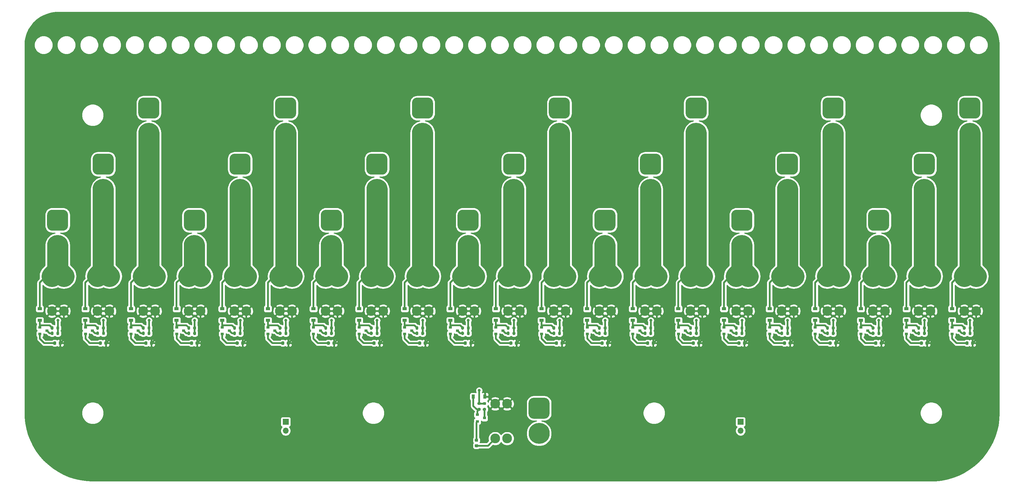
<source format=gbr>
%TF.GenerationSoftware,KiCad,Pcbnew,(5.1.7)-1*%
%TF.CreationDate,2020-11-19T07:16:11+01:00*%
%TF.ProjectId,power_distribution_v01,706f7765-725f-4646-9973-747269627574,rev?*%
%TF.SameCoordinates,Original*%
%TF.FileFunction,Copper,L1,Top*%
%TF.FilePolarity,Positive*%
%FSLAX46Y46*%
G04 Gerber Fmt 4.6, Leading zero omitted, Abs format (unit mm)*
G04 Created by KiCad (PCBNEW (5.1.7)-1) date 2020-11-19 07:16:11*
%MOMM*%
%LPD*%
G01*
G04 APERTURE LIST*
%TA.AperFunction,ComponentPad*%
%ADD10O,1.700000X1.700000*%
%TD*%
%TA.AperFunction,ComponentPad*%
%ADD11R,1.700000X1.700000*%
%TD*%
%TA.AperFunction,SMDPad,CuDef*%
%ADD12R,0.900000X0.800000*%
%TD*%
%TA.AperFunction,ComponentPad*%
%ADD13C,6.000000*%
%TD*%
%TA.AperFunction,ComponentPad*%
%ADD14C,2.780000*%
%TD*%
%TA.AperFunction,SMDPad,CuDef*%
%ADD15R,1.200000X0.900000*%
%TD*%
%TA.AperFunction,SMDPad,CuDef*%
%ADD16R,0.900000X1.200000*%
%TD*%
%TA.AperFunction,ViaPad*%
%ADD17C,0.800000*%
%TD*%
%TA.AperFunction,Conductor*%
%ADD18C,0.500000*%
%TD*%
%TA.AperFunction,Conductor*%
%ADD19C,6.000000*%
%TD*%
%TA.AperFunction,Conductor*%
%ADD20C,0.254000*%
%TD*%
%TA.AperFunction,Conductor*%
%ADD21C,0.100000*%
%TD*%
G04 APERTURE END LIST*
D10*
%TO.P,J102,2*%
%TO.N,VCC*%
X279650000Y-192540000D03*
D11*
%TO.P,J102,1*%
%TO.N,GND*%
X279650000Y-190000000D03*
%TD*%
D10*
%TO.P,J101,2*%
%TO.N,VCC*%
X150000000Y-192540000D03*
D11*
%TO.P,J101,1*%
%TO.N,GND*%
X150000000Y-190000000D03*
%TD*%
%TO.P,R44,2*%
%TO.N,GND*%
%TA.AperFunction,SMDPad,CuDef*%
G36*
G01*
X84663000Y-163509000D02*
X84663000Y-162959000D01*
G75*
G02*
X84863000Y-162759000I200000J0D01*
G01*
X85263000Y-162759000D01*
G75*
G02*
X85463000Y-162959000I0J-200000D01*
G01*
X85463000Y-163509000D01*
G75*
G02*
X85263000Y-163709000I-200000J0D01*
G01*
X84863000Y-163709000D01*
G75*
G02*
X84663000Y-163509000I0J200000D01*
G01*
G37*
%TD.AperFunction*%
%TO.P,R44,1*%
%TO.N,Net-(D44-Pad1)*%
%TA.AperFunction,SMDPad,CuDef*%
G36*
G01*
X83013000Y-163509000D02*
X83013000Y-162959000D01*
G75*
G02*
X83213000Y-162759000I200000J0D01*
G01*
X83613000Y-162759000D01*
G75*
G02*
X83813000Y-162959000I0J-200000D01*
G01*
X83813000Y-163509000D01*
G75*
G02*
X83613000Y-163709000I-200000J0D01*
G01*
X83213000Y-163709000D01*
G75*
G02*
X83013000Y-163509000I0J200000D01*
G01*
G37*
%TD.AperFunction*%
%TD*%
%TO.P,R43,2*%
%TO.N,GND*%
%TA.AperFunction,SMDPad,CuDef*%
G36*
G01*
X84663000Y-165033000D02*
X84663000Y-164483000D01*
G75*
G02*
X84863000Y-164283000I200000J0D01*
G01*
X85263000Y-164283000D01*
G75*
G02*
X85463000Y-164483000I0J-200000D01*
G01*
X85463000Y-165033000D01*
G75*
G02*
X85263000Y-165233000I-200000J0D01*
G01*
X84863000Y-165233000D01*
G75*
G02*
X84663000Y-165033000I0J200000D01*
G01*
G37*
%TD.AperFunction*%
%TO.P,R43,1*%
%TO.N,Net-(Q22-Pad3)*%
%TA.AperFunction,SMDPad,CuDef*%
G36*
G01*
X83013000Y-165033000D02*
X83013000Y-164483000D01*
G75*
G02*
X83213000Y-164283000I200000J0D01*
G01*
X83613000Y-164283000D01*
G75*
G02*
X83813000Y-164483000I0J-200000D01*
G01*
X83813000Y-165033000D01*
G75*
G02*
X83613000Y-165233000I-200000J0D01*
G01*
X83213000Y-165233000D01*
G75*
G02*
X83013000Y-165033000I0J200000D01*
G01*
G37*
%TD.AperFunction*%
%TD*%
%TO.P,R42,2*%
%TO.N,GND*%
%TA.AperFunction,SMDPad,CuDef*%
G36*
G01*
X97663000Y-163509000D02*
X97663000Y-162959000D01*
G75*
G02*
X97863000Y-162759000I200000J0D01*
G01*
X98263000Y-162759000D01*
G75*
G02*
X98463000Y-162959000I0J-200000D01*
G01*
X98463000Y-163509000D01*
G75*
G02*
X98263000Y-163709000I-200000J0D01*
G01*
X97863000Y-163709000D01*
G75*
G02*
X97663000Y-163509000I0J200000D01*
G01*
G37*
%TD.AperFunction*%
%TO.P,R42,1*%
%TO.N,Net-(D42-Pad1)*%
%TA.AperFunction,SMDPad,CuDef*%
G36*
G01*
X96013000Y-163509000D02*
X96013000Y-162959000D01*
G75*
G02*
X96213000Y-162759000I200000J0D01*
G01*
X96613000Y-162759000D01*
G75*
G02*
X96813000Y-162959000I0J-200000D01*
G01*
X96813000Y-163509000D01*
G75*
G02*
X96613000Y-163709000I-200000J0D01*
G01*
X96213000Y-163709000D01*
G75*
G02*
X96013000Y-163509000I0J200000D01*
G01*
G37*
%TD.AperFunction*%
%TD*%
%TO.P,R41,2*%
%TO.N,GND*%
%TA.AperFunction,SMDPad,CuDef*%
G36*
G01*
X97675000Y-165025000D02*
X97675000Y-164475000D01*
G75*
G02*
X97875000Y-164275000I200000J0D01*
G01*
X98275000Y-164275000D01*
G75*
G02*
X98475000Y-164475000I0J-200000D01*
G01*
X98475000Y-165025000D01*
G75*
G02*
X98275000Y-165225000I-200000J0D01*
G01*
X97875000Y-165225000D01*
G75*
G02*
X97675000Y-165025000I0J200000D01*
G01*
G37*
%TD.AperFunction*%
%TO.P,R41,1*%
%TO.N,Net-(Q21-Pad3)*%
%TA.AperFunction,SMDPad,CuDef*%
G36*
G01*
X96025000Y-165025000D02*
X96025000Y-164475000D01*
G75*
G02*
X96225000Y-164275000I200000J0D01*
G01*
X96625000Y-164275000D01*
G75*
G02*
X96825000Y-164475000I0J-200000D01*
G01*
X96825000Y-165025000D01*
G75*
G02*
X96625000Y-165225000I-200000J0D01*
G01*
X96225000Y-165225000D01*
G75*
G02*
X96025000Y-165025000I0J200000D01*
G01*
G37*
%TD.AperFunction*%
%TD*%
%TO.P,R40,2*%
%TO.N,GND*%
%TA.AperFunction,SMDPad,CuDef*%
G36*
G01*
X110663000Y-163509000D02*
X110663000Y-162959000D01*
G75*
G02*
X110863000Y-162759000I200000J0D01*
G01*
X111263000Y-162759000D01*
G75*
G02*
X111463000Y-162959000I0J-200000D01*
G01*
X111463000Y-163509000D01*
G75*
G02*
X111263000Y-163709000I-200000J0D01*
G01*
X110863000Y-163709000D01*
G75*
G02*
X110663000Y-163509000I0J200000D01*
G01*
G37*
%TD.AperFunction*%
%TO.P,R40,1*%
%TO.N,Net-(D40-Pad1)*%
%TA.AperFunction,SMDPad,CuDef*%
G36*
G01*
X109013000Y-163509000D02*
X109013000Y-162959000D01*
G75*
G02*
X109213000Y-162759000I200000J0D01*
G01*
X109613000Y-162759000D01*
G75*
G02*
X109813000Y-162959000I0J-200000D01*
G01*
X109813000Y-163509000D01*
G75*
G02*
X109613000Y-163709000I-200000J0D01*
G01*
X109213000Y-163709000D01*
G75*
G02*
X109013000Y-163509000I0J200000D01*
G01*
G37*
%TD.AperFunction*%
%TD*%
%TO.P,R39,2*%
%TO.N,GND*%
%TA.AperFunction,SMDPad,CuDef*%
G36*
G01*
X110663000Y-165033000D02*
X110663000Y-164483000D01*
G75*
G02*
X110863000Y-164283000I200000J0D01*
G01*
X111263000Y-164283000D01*
G75*
G02*
X111463000Y-164483000I0J-200000D01*
G01*
X111463000Y-165033000D01*
G75*
G02*
X111263000Y-165233000I-200000J0D01*
G01*
X110863000Y-165233000D01*
G75*
G02*
X110663000Y-165033000I0J200000D01*
G01*
G37*
%TD.AperFunction*%
%TO.P,R39,1*%
%TO.N,Net-(Q20-Pad3)*%
%TA.AperFunction,SMDPad,CuDef*%
G36*
G01*
X109013000Y-165033000D02*
X109013000Y-164483000D01*
G75*
G02*
X109213000Y-164283000I200000J0D01*
G01*
X109613000Y-164283000D01*
G75*
G02*
X109813000Y-164483000I0J-200000D01*
G01*
X109813000Y-165033000D01*
G75*
G02*
X109613000Y-165233000I-200000J0D01*
G01*
X109213000Y-165233000D01*
G75*
G02*
X109013000Y-165033000I0J200000D01*
G01*
G37*
%TD.AperFunction*%
%TD*%
%TO.P,R38,2*%
%TO.N,GND*%
%TA.AperFunction,SMDPad,CuDef*%
G36*
G01*
X123663000Y-163509000D02*
X123663000Y-162959000D01*
G75*
G02*
X123863000Y-162759000I200000J0D01*
G01*
X124263000Y-162759000D01*
G75*
G02*
X124463000Y-162959000I0J-200000D01*
G01*
X124463000Y-163509000D01*
G75*
G02*
X124263000Y-163709000I-200000J0D01*
G01*
X123863000Y-163709000D01*
G75*
G02*
X123663000Y-163509000I0J200000D01*
G01*
G37*
%TD.AperFunction*%
%TO.P,R38,1*%
%TO.N,Net-(D38-Pad1)*%
%TA.AperFunction,SMDPad,CuDef*%
G36*
G01*
X122013000Y-163509000D02*
X122013000Y-162959000D01*
G75*
G02*
X122213000Y-162759000I200000J0D01*
G01*
X122613000Y-162759000D01*
G75*
G02*
X122813000Y-162959000I0J-200000D01*
G01*
X122813000Y-163509000D01*
G75*
G02*
X122613000Y-163709000I-200000J0D01*
G01*
X122213000Y-163709000D01*
G75*
G02*
X122013000Y-163509000I0J200000D01*
G01*
G37*
%TD.AperFunction*%
%TD*%
%TO.P,R37,2*%
%TO.N,GND*%
%TA.AperFunction,SMDPad,CuDef*%
G36*
G01*
X123663000Y-165033000D02*
X123663000Y-164483000D01*
G75*
G02*
X123863000Y-164283000I200000J0D01*
G01*
X124263000Y-164283000D01*
G75*
G02*
X124463000Y-164483000I0J-200000D01*
G01*
X124463000Y-165033000D01*
G75*
G02*
X124263000Y-165233000I-200000J0D01*
G01*
X123863000Y-165233000D01*
G75*
G02*
X123663000Y-165033000I0J200000D01*
G01*
G37*
%TD.AperFunction*%
%TO.P,R37,1*%
%TO.N,Net-(Q19-Pad3)*%
%TA.AperFunction,SMDPad,CuDef*%
G36*
G01*
X122013000Y-165033000D02*
X122013000Y-164483000D01*
G75*
G02*
X122213000Y-164283000I200000J0D01*
G01*
X122613000Y-164283000D01*
G75*
G02*
X122813000Y-164483000I0J-200000D01*
G01*
X122813000Y-165033000D01*
G75*
G02*
X122613000Y-165233000I-200000J0D01*
G01*
X122213000Y-165233000D01*
G75*
G02*
X122013000Y-165033000I0J200000D01*
G01*
G37*
%TD.AperFunction*%
%TD*%
%TO.P,R36,2*%
%TO.N,GND*%
%TA.AperFunction,SMDPad,CuDef*%
G36*
G01*
X136663000Y-163509000D02*
X136663000Y-162959000D01*
G75*
G02*
X136863000Y-162759000I200000J0D01*
G01*
X137263000Y-162759000D01*
G75*
G02*
X137463000Y-162959000I0J-200000D01*
G01*
X137463000Y-163509000D01*
G75*
G02*
X137263000Y-163709000I-200000J0D01*
G01*
X136863000Y-163709000D01*
G75*
G02*
X136663000Y-163509000I0J200000D01*
G01*
G37*
%TD.AperFunction*%
%TO.P,R36,1*%
%TO.N,Net-(D36-Pad1)*%
%TA.AperFunction,SMDPad,CuDef*%
G36*
G01*
X135013000Y-163509000D02*
X135013000Y-162959000D01*
G75*
G02*
X135213000Y-162759000I200000J0D01*
G01*
X135613000Y-162759000D01*
G75*
G02*
X135813000Y-162959000I0J-200000D01*
G01*
X135813000Y-163509000D01*
G75*
G02*
X135613000Y-163709000I-200000J0D01*
G01*
X135213000Y-163709000D01*
G75*
G02*
X135013000Y-163509000I0J200000D01*
G01*
G37*
%TD.AperFunction*%
%TD*%
%TO.P,R35,2*%
%TO.N,GND*%
%TA.AperFunction,SMDPad,CuDef*%
G36*
G01*
X136663001Y-165033000D02*
X136663001Y-164483000D01*
G75*
G02*
X136863001Y-164283000I200000J0D01*
G01*
X137263001Y-164283000D01*
G75*
G02*
X137463001Y-164483000I0J-200000D01*
G01*
X137463001Y-165033000D01*
G75*
G02*
X137263001Y-165233000I-200000J0D01*
G01*
X136863001Y-165233000D01*
G75*
G02*
X136663001Y-165033000I0J200000D01*
G01*
G37*
%TD.AperFunction*%
%TO.P,R35,1*%
%TO.N,Net-(Q18-Pad3)*%
%TA.AperFunction,SMDPad,CuDef*%
G36*
G01*
X135013001Y-165033000D02*
X135013001Y-164483000D01*
G75*
G02*
X135213001Y-164283000I200000J0D01*
G01*
X135613001Y-164283000D01*
G75*
G02*
X135813001Y-164483000I0J-200000D01*
G01*
X135813001Y-165033000D01*
G75*
G02*
X135613001Y-165233000I-200000J0D01*
G01*
X135213001Y-165233000D01*
G75*
G02*
X135013001Y-165033000I0J200000D01*
G01*
G37*
%TD.AperFunction*%
%TD*%
%TO.P,R34,2*%
%TO.N,GND*%
%TA.AperFunction,SMDPad,CuDef*%
G36*
G01*
X149663000Y-163509000D02*
X149663000Y-162959000D01*
G75*
G02*
X149863000Y-162759000I200000J0D01*
G01*
X150263000Y-162759000D01*
G75*
G02*
X150463000Y-162959000I0J-200000D01*
G01*
X150463000Y-163509000D01*
G75*
G02*
X150263000Y-163709000I-200000J0D01*
G01*
X149863000Y-163709000D01*
G75*
G02*
X149663000Y-163509000I0J200000D01*
G01*
G37*
%TD.AperFunction*%
%TO.P,R34,1*%
%TO.N,Net-(D34-Pad1)*%
%TA.AperFunction,SMDPad,CuDef*%
G36*
G01*
X148013000Y-163509000D02*
X148013000Y-162959000D01*
G75*
G02*
X148213000Y-162759000I200000J0D01*
G01*
X148613000Y-162759000D01*
G75*
G02*
X148813000Y-162959000I0J-200000D01*
G01*
X148813000Y-163509000D01*
G75*
G02*
X148613000Y-163709000I-200000J0D01*
G01*
X148213000Y-163709000D01*
G75*
G02*
X148013000Y-163509000I0J200000D01*
G01*
G37*
%TD.AperFunction*%
%TD*%
%TO.P,R33,2*%
%TO.N,GND*%
%TA.AperFunction,SMDPad,CuDef*%
G36*
G01*
X149663000Y-165033000D02*
X149663000Y-164483000D01*
G75*
G02*
X149863000Y-164283000I200000J0D01*
G01*
X150263000Y-164283000D01*
G75*
G02*
X150463000Y-164483000I0J-200000D01*
G01*
X150463000Y-165033000D01*
G75*
G02*
X150263000Y-165233000I-200000J0D01*
G01*
X149863000Y-165233000D01*
G75*
G02*
X149663000Y-165033000I0J200000D01*
G01*
G37*
%TD.AperFunction*%
%TO.P,R33,1*%
%TO.N,Net-(Q17-Pad3)*%
%TA.AperFunction,SMDPad,CuDef*%
G36*
G01*
X148013000Y-165033000D02*
X148013000Y-164483000D01*
G75*
G02*
X148213000Y-164283000I200000J0D01*
G01*
X148613000Y-164283000D01*
G75*
G02*
X148813000Y-164483000I0J-200000D01*
G01*
X148813000Y-165033000D01*
G75*
G02*
X148613000Y-165233000I-200000J0D01*
G01*
X148213000Y-165233000D01*
G75*
G02*
X148013000Y-165033000I0J200000D01*
G01*
G37*
%TD.AperFunction*%
%TD*%
%TO.P,R32,2*%
%TO.N,GND*%
%TA.AperFunction,SMDPad,CuDef*%
G36*
G01*
X162663000Y-163509000D02*
X162663000Y-162959000D01*
G75*
G02*
X162863000Y-162759000I200000J0D01*
G01*
X163263000Y-162759000D01*
G75*
G02*
X163463000Y-162959000I0J-200000D01*
G01*
X163463000Y-163509000D01*
G75*
G02*
X163263000Y-163709000I-200000J0D01*
G01*
X162863000Y-163709000D01*
G75*
G02*
X162663000Y-163509000I0J200000D01*
G01*
G37*
%TD.AperFunction*%
%TO.P,R32,1*%
%TO.N,Net-(D32-Pad1)*%
%TA.AperFunction,SMDPad,CuDef*%
G36*
G01*
X161013000Y-163509000D02*
X161013000Y-162959000D01*
G75*
G02*
X161213000Y-162759000I200000J0D01*
G01*
X161613000Y-162759000D01*
G75*
G02*
X161813000Y-162959000I0J-200000D01*
G01*
X161813000Y-163509000D01*
G75*
G02*
X161613000Y-163709000I-200000J0D01*
G01*
X161213000Y-163709000D01*
G75*
G02*
X161013000Y-163509000I0J200000D01*
G01*
G37*
%TD.AperFunction*%
%TD*%
%TO.P,R31,2*%
%TO.N,GND*%
%TA.AperFunction,SMDPad,CuDef*%
G36*
G01*
X162663000Y-165033000D02*
X162663000Y-164483000D01*
G75*
G02*
X162863000Y-164283000I200000J0D01*
G01*
X163263000Y-164283000D01*
G75*
G02*
X163463000Y-164483000I0J-200000D01*
G01*
X163463000Y-165033000D01*
G75*
G02*
X163263000Y-165233000I-200000J0D01*
G01*
X162863000Y-165233000D01*
G75*
G02*
X162663000Y-165033000I0J200000D01*
G01*
G37*
%TD.AperFunction*%
%TO.P,R31,1*%
%TO.N,Net-(Q16-Pad3)*%
%TA.AperFunction,SMDPad,CuDef*%
G36*
G01*
X161013000Y-165033000D02*
X161013000Y-164483000D01*
G75*
G02*
X161213000Y-164283000I200000J0D01*
G01*
X161613000Y-164283000D01*
G75*
G02*
X161813000Y-164483000I0J-200000D01*
G01*
X161813000Y-165033000D01*
G75*
G02*
X161613000Y-165233000I-200000J0D01*
G01*
X161213000Y-165233000D01*
G75*
G02*
X161013000Y-165033000I0J200000D01*
G01*
G37*
%TD.AperFunction*%
%TD*%
%TO.P,R30,2*%
%TO.N,GND*%
%TA.AperFunction,SMDPad,CuDef*%
G36*
G01*
X175663000Y-163509000D02*
X175663000Y-162959000D01*
G75*
G02*
X175863000Y-162759000I200000J0D01*
G01*
X176263000Y-162759000D01*
G75*
G02*
X176463000Y-162959000I0J-200000D01*
G01*
X176463000Y-163509000D01*
G75*
G02*
X176263000Y-163709000I-200000J0D01*
G01*
X175863000Y-163709000D01*
G75*
G02*
X175663000Y-163509000I0J200000D01*
G01*
G37*
%TD.AperFunction*%
%TO.P,R30,1*%
%TO.N,Net-(D30-Pad1)*%
%TA.AperFunction,SMDPad,CuDef*%
G36*
G01*
X174013000Y-163509000D02*
X174013000Y-162959000D01*
G75*
G02*
X174213000Y-162759000I200000J0D01*
G01*
X174613000Y-162759000D01*
G75*
G02*
X174813000Y-162959000I0J-200000D01*
G01*
X174813000Y-163509000D01*
G75*
G02*
X174613000Y-163709000I-200000J0D01*
G01*
X174213000Y-163709000D01*
G75*
G02*
X174013000Y-163509000I0J200000D01*
G01*
G37*
%TD.AperFunction*%
%TD*%
%TO.P,R29,2*%
%TO.N,GND*%
%TA.AperFunction,SMDPad,CuDef*%
G36*
G01*
X175663000Y-165033000D02*
X175663000Y-164483000D01*
G75*
G02*
X175863000Y-164283000I200000J0D01*
G01*
X176263000Y-164283000D01*
G75*
G02*
X176463000Y-164483000I0J-200000D01*
G01*
X176463000Y-165033000D01*
G75*
G02*
X176263000Y-165233000I-200000J0D01*
G01*
X175863000Y-165233000D01*
G75*
G02*
X175663000Y-165033000I0J200000D01*
G01*
G37*
%TD.AperFunction*%
%TO.P,R29,1*%
%TO.N,Net-(Q15-Pad3)*%
%TA.AperFunction,SMDPad,CuDef*%
G36*
G01*
X174013000Y-165033000D02*
X174013000Y-164483000D01*
G75*
G02*
X174213000Y-164283000I200000J0D01*
G01*
X174613000Y-164283000D01*
G75*
G02*
X174813000Y-164483000I0J-200000D01*
G01*
X174813000Y-165033000D01*
G75*
G02*
X174613000Y-165233000I-200000J0D01*
G01*
X174213000Y-165233000D01*
G75*
G02*
X174013000Y-165033000I0J200000D01*
G01*
G37*
%TD.AperFunction*%
%TD*%
%TO.P,R28,2*%
%TO.N,GND*%
%TA.AperFunction,SMDPad,CuDef*%
G36*
G01*
X188663000Y-163509000D02*
X188663000Y-162959000D01*
G75*
G02*
X188863000Y-162759000I200000J0D01*
G01*
X189263000Y-162759000D01*
G75*
G02*
X189463000Y-162959000I0J-200000D01*
G01*
X189463000Y-163509000D01*
G75*
G02*
X189263000Y-163709000I-200000J0D01*
G01*
X188863000Y-163709000D01*
G75*
G02*
X188663000Y-163509000I0J200000D01*
G01*
G37*
%TD.AperFunction*%
%TO.P,R28,1*%
%TO.N,Net-(D28-Pad1)*%
%TA.AperFunction,SMDPad,CuDef*%
G36*
G01*
X187013000Y-163509000D02*
X187013000Y-162959000D01*
G75*
G02*
X187213000Y-162759000I200000J0D01*
G01*
X187613000Y-162759000D01*
G75*
G02*
X187813000Y-162959000I0J-200000D01*
G01*
X187813000Y-163509000D01*
G75*
G02*
X187613000Y-163709000I-200000J0D01*
G01*
X187213000Y-163709000D01*
G75*
G02*
X187013000Y-163509000I0J200000D01*
G01*
G37*
%TD.AperFunction*%
%TD*%
%TO.P,R27,2*%
%TO.N,GND*%
%TA.AperFunction,SMDPad,CuDef*%
G36*
G01*
X188663000Y-165033000D02*
X188663000Y-164483000D01*
G75*
G02*
X188863000Y-164283000I200000J0D01*
G01*
X189263000Y-164283000D01*
G75*
G02*
X189463000Y-164483000I0J-200000D01*
G01*
X189463000Y-165033000D01*
G75*
G02*
X189263000Y-165233000I-200000J0D01*
G01*
X188863000Y-165233000D01*
G75*
G02*
X188663000Y-165033000I0J200000D01*
G01*
G37*
%TD.AperFunction*%
%TO.P,R27,1*%
%TO.N,Net-(Q14-Pad3)*%
%TA.AperFunction,SMDPad,CuDef*%
G36*
G01*
X187013000Y-165033000D02*
X187013000Y-164483000D01*
G75*
G02*
X187213000Y-164283000I200000J0D01*
G01*
X187613000Y-164283000D01*
G75*
G02*
X187813000Y-164483000I0J-200000D01*
G01*
X187813000Y-165033000D01*
G75*
G02*
X187613000Y-165233000I-200000J0D01*
G01*
X187213000Y-165233000D01*
G75*
G02*
X187013000Y-165033000I0J200000D01*
G01*
G37*
%TD.AperFunction*%
%TD*%
%TO.P,R26,2*%
%TO.N,GND*%
%TA.AperFunction,SMDPad,CuDef*%
G36*
G01*
X201663000Y-163509000D02*
X201663000Y-162959000D01*
G75*
G02*
X201863000Y-162759000I200000J0D01*
G01*
X202263000Y-162759000D01*
G75*
G02*
X202463000Y-162959000I0J-200000D01*
G01*
X202463000Y-163509000D01*
G75*
G02*
X202263000Y-163709000I-200000J0D01*
G01*
X201863000Y-163709000D01*
G75*
G02*
X201663000Y-163509000I0J200000D01*
G01*
G37*
%TD.AperFunction*%
%TO.P,R26,1*%
%TO.N,Net-(D26-Pad1)*%
%TA.AperFunction,SMDPad,CuDef*%
G36*
G01*
X200013000Y-163509000D02*
X200013000Y-162959000D01*
G75*
G02*
X200213000Y-162759000I200000J0D01*
G01*
X200613000Y-162759000D01*
G75*
G02*
X200813000Y-162959000I0J-200000D01*
G01*
X200813000Y-163509000D01*
G75*
G02*
X200613000Y-163709000I-200000J0D01*
G01*
X200213000Y-163709000D01*
G75*
G02*
X200013000Y-163509000I0J200000D01*
G01*
G37*
%TD.AperFunction*%
%TD*%
%TO.P,R25,2*%
%TO.N,GND*%
%TA.AperFunction,SMDPad,CuDef*%
G36*
G01*
X201663000Y-165033000D02*
X201663000Y-164483000D01*
G75*
G02*
X201863000Y-164283000I200000J0D01*
G01*
X202263000Y-164283000D01*
G75*
G02*
X202463000Y-164483000I0J-200000D01*
G01*
X202463000Y-165033000D01*
G75*
G02*
X202263000Y-165233000I-200000J0D01*
G01*
X201863000Y-165233000D01*
G75*
G02*
X201663000Y-165033000I0J200000D01*
G01*
G37*
%TD.AperFunction*%
%TO.P,R25,1*%
%TO.N,Net-(Q13-Pad3)*%
%TA.AperFunction,SMDPad,CuDef*%
G36*
G01*
X200013000Y-165033000D02*
X200013000Y-164483000D01*
G75*
G02*
X200213000Y-164283000I200000J0D01*
G01*
X200613000Y-164283000D01*
G75*
G02*
X200813000Y-164483000I0J-200000D01*
G01*
X200813000Y-165033000D01*
G75*
G02*
X200613000Y-165233000I-200000J0D01*
G01*
X200213000Y-165233000D01*
G75*
G02*
X200013000Y-165033000I0J200000D01*
G01*
G37*
%TD.AperFunction*%
%TD*%
%TO.P,R24,2*%
%TO.N,GND*%
%TA.AperFunction,SMDPad,CuDef*%
G36*
G01*
X214663000Y-163509000D02*
X214663000Y-162959000D01*
G75*
G02*
X214863000Y-162759000I200000J0D01*
G01*
X215263000Y-162759000D01*
G75*
G02*
X215463000Y-162959000I0J-200000D01*
G01*
X215463000Y-163509000D01*
G75*
G02*
X215263000Y-163709000I-200000J0D01*
G01*
X214863000Y-163709000D01*
G75*
G02*
X214663000Y-163509000I0J200000D01*
G01*
G37*
%TD.AperFunction*%
%TO.P,R24,1*%
%TO.N,Net-(D24-Pad1)*%
%TA.AperFunction,SMDPad,CuDef*%
G36*
G01*
X213013000Y-163509000D02*
X213013000Y-162959000D01*
G75*
G02*
X213213000Y-162759000I200000J0D01*
G01*
X213613000Y-162759000D01*
G75*
G02*
X213813000Y-162959000I0J-200000D01*
G01*
X213813000Y-163509000D01*
G75*
G02*
X213613000Y-163709000I-200000J0D01*
G01*
X213213000Y-163709000D01*
G75*
G02*
X213013000Y-163509000I0J200000D01*
G01*
G37*
%TD.AperFunction*%
%TD*%
%TO.P,R23,2*%
%TO.N,GND*%
%TA.AperFunction,SMDPad,CuDef*%
G36*
G01*
X214663001Y-165033000D02*
X214663001Y-164483000D01*
G75*
G02*
X214863001Y-164283000I200000J0D01*
G01*
X215263001Y-164283000D01*
G75*
G02*
X215463001Y-164483000I0J-200000D01*
G01*
X215463001Y-165033000D01*
G75*
G02*
X215263001Y-165233000I-200000J0D01*
G01*
X214863001Y-165233000D01*
G75*
G02*
X214663001Y-165033000I0J200000D01*
G01*
G37*
%TD.AperFunction*%
%TO.P,R23,1*%
%TO.N,Net-(Q12-Pad3)*%
%TA.AperFunction,SMDPad,CuDef*%
G36*
G01*
X213013001Y-165033000D02*
X213013001Y-164483000D01*
G75*
G02*
X213213001Y-164283000I200000J0D01*
G01*
X213613001Y-164283000D01*
G75*
G02*
X213813001Y-164483000I0J-200000D01*
G01*
X213813001Y-165033000D01*
G75*
G02*
X213613001Y-165233000I-200000J0D01*
G01*
X213213001Y-165233000D01*
G75*
G02*
X213013001Y-165033000I0J200000D01*
G01*
G37*
%TD.AperFunction*%
%TD*%
%TO.P,R22,2*%
%TO.N,GND*%
%TA.AperFunction,SMDPad,CuDef*%
G36*
G01*
X227663000Y-163509000D02*
X227663000Y-162959000D01*
G75*
G02*
X227863000Y-162759000I200000J0D01*
G01*
X228263000Y-162759000D01*
G75*
G02*
X228463000Y-162959000I0J-200000D01*
G01*
X228463000Y-163509000D01*
G75*
G02*
X228263000Y-163709000I-200000J0D01*
G01*
X227863000Y-163709000D01*
G75*
G02*
X227663000Y-163509000I0J200000D01*
G01*
G37*
%TD.AperFunction*%
%TO.P,R22,1*%
%TO.N,Net-(D22-Pad1)*%
%TA.AperFunction,SMDPad,CuDef*%
G36*
G01*
X226013000Y-163509000D02*
X226013000Y-162959000D01*
G75*
G02*
X226213000Y-162759000I200000J0D01*
G01*
X226613000Y-162759000D01*
G75*
G02*
X226813000Y-162959000I0J-200000D01*
G01*
X226813000Y-163509000D01*
G75*
G02*
X226613000Y-163709000I-200000J0D01*
G01*
X226213000Y-163709000D01*
G75*
G02*
X226013000Y-163509000I0J200000D01*
G01*
G37*
%TD.AperFunction*%
%TD*%
%TO.P,R21,2*%
%TO.N,GND*%
%TA.AperFunction,SMDPad,CuDef*%
G36*
G01*
X227663000Y-165033000D02*
X227663000Y-164483000D01*
G75*
G02*
X227863000Y-164283000I200000J0D01*
G01*
X228263000Y-164283000D01*
G75*
G02*
X228463000Y-164483000I0J-200000D01*
G01*
X228463000Y-165033000D01*
G75*
G02*
X228263000Y-165233000I-200000J0D01*
G01*
X227863000Y-165233000D01*
G75*
G02*
X227663000Y-165033000I0J200000D01*
G01*
G37*
%TD.AperFunction*%
%TO.P,R21,1*%
%TO.N,Net-(Q11-Pad3)*%
%TA.AperFunction,SMDPad,CuDef*%
G36*
G01*
X226013000Y-165033000D02*
X226013000Y-164483000D01*
G75*
G02*
X226213000Y-164283000I200000J0D01*
G01*
X226613000Y-164283000D01*
G75*
G02*
X226813000Y-164483000I0J-200000D01*
G01*
X226813000Y-165033000D01*
G75*
G02*
X226613000Y-165233000I-200000J0D01*
G01*
X226213000Y-165233000D01*
G75*
G02*
X226013000Y-165033000I0J200000D01*
G01*
G37*
%TD.AperFunction*%
%TD*%
%TO.P,R20,2*%
%TO.N,GND*%
%TA.AperFunction,SMDPad,CuDef*%
G36*
G01*
X240663000Y-163509000D02*
X240663000Y-162959000D01*
G75*
G02*
X240863000Y-162759000I200000J0D01*
G01*
X241263000Y-162759000D01*
G75*
G02*
X241463000Y-162959000I0J-200000D01*
G01*
X241463000Y-163509000D01*
G75*
G02*
X241263000Y-163709000I-200000J0D01*
G01*
X240863000Y-163709000D01*
G75*
G02*
X240663000Y-163509000I0J200000D01*
G01*
G37*
%TD.AperFunction*%
%TO.P,R20,1*%
%TO.N,Net-(D20-Pad1)*%
%TA.AperFunction,SMDPad,CuDef*%
G36*
G01*
X239013000Y-163509000D02*
X239013000Y-162959000D01*
G75*
G02*
X239213000Y-162759000I200000J0D01*
G01*
X239613000Y-162759000D01*
G75*
G02*
X239813000Y-162959000I0J-200000D01*
G01*
X239813000Y-163509000D01*
G75*
G02*
X239613000Y-163709000I-200000J0D01*
G01*
X239213000Y-163709000D01*
G75*
G02*
X239013000Y-163509000I0J200000D01*
G01*
G37*
%TD.AperFunction*%
%TD*%
%TO.P,R19,2*%
%TO.N,GND*%
%TA.AperFunction,SMDPad,CuDef*%
G36*
G01*
X240663000Y-165033000D02*
X240663000Y-164483000D01*
G75*
G02*
X240863000Y-164283000I200000J0D01*
G01*
X241263000Y-164283000D01*
G75*
G02*
X241463000Y-164483000I0J-200000D01*
G01*
X241463000Y-165033000D01*
G75*
G02*
X241263000Y-165233000I-200000J0D01*
G01*
X240863000Y-165233000D01*
G75*
G02*
X240663000Y-165033000I0J200000D01*
G01*
G37*
%TD.AperFunction*%
%TO.P,R19,1*%
%TO.N,Net-(Q10-Pad3)*%
%TA.AperFunction,SMDPad,CuDef*%
G36*
G01*
X239013000Y-165033000D02*
X239013000Y-164483000D01*
G75*
G02*
X239213000Y-164283000I200000J0D01*
G01*
X239613000Y-164283000D01*
G75*
G02*
X239813000Y-164483000I0J-200000D01*
G01*
X239813000Y-165033000D01*
G75*
G02*
X239613000Y-165233000I-200000J0D01*
G01*
X239213000Y-165233000D01*
G75*
G02*
X239013000Y-165033000I0J200000D01*
G01*
G37*
%TD.AperFunction*%
%TD*%
%TO.P,R18,2*%
%TO.N,GND*%
%TA.AperFunction,SMDPad,CuDef*%
G36*
G01*
X253663000Y-163509000D02*
X253663000Y-162959000D01*
G75*
G02*
X253863000Y-162759000I200000J0D01*
G01*
X254263000Y-162759000D01*
G75*
G02*
X254463000Y-162959000I0J-200000D01*
G01*
X254463000Y-163509000D01*
G75*
G02*
X254263000Y-163709000I-200000J0D01*
G01*
X253863000Y-163709000D01*
G75*
G02*
X253663000Y-163509000I0J200000D01*
G01*
G37*
%TD.AperFunction*%
%TO.P,R18,1*%
%TO.N,Net-(D18-Pad1)*%
%TA.AperFunction,SMDPad,CuDef*%
G36*
G01*
X252013000Y-163509000D02*
X252013000Y-162959000D01*
G75*
G02*
X252213000Y-162759000I200000J0D01*
G01*
X252613000Y-162759000D01*
G75*
G02*
X252813000Y-162959000I0J-200000D01*
G01*
X252813000Y-163509000D01*
G75*
G02*
X252613000Y-163709000I-200000J0D01*
G01*
X252213000Y-163709000D01*
G75*
G02*
X252013000Y-163509000I0J200000D01*
G01*
G37*
%TD.AperFunction*%
%TD*%
%TO.P,R17,2*%
%TO.N,GND*%
%TA.AperFunction,SMDPad,CuDef*%
G36*
G01*
X253663000Y-165033000D02*
X253663000Y-164483000D01*
G75*
G02*
X253863000Y-164283000I200000J0D01*
G01*
X254263000Y-164283000D01*
G75*
G02*
X254463000Y-164483000I0J-200000D01*
G01*
X254463000Y-165033000D01*
G75*
G02*
X254263000Y-165233000I-200000J0D01*
G01*
X253863000Y-165233000D01*
G75*
G02*
X253663000Y-165033000I0J200000D01*
G01*
G37*
%TD.AperFunction*%
%TO.P,R17,1*%
%TO.N,Net-(Q9-Pad3)*%
%TA.AperFunction,SMDPad,CuDef*%
G36*
G01*
X252013000Y-165033000D02*
X252013000Y-164483000D01*
G75*
G02*
X252213000Y-164283000I200000J0D01*
G01*
X252613000Y-164283000D01*
G75*
G02*
X252813000Y-164483000I0J-200000D01*
G01*
X252813000Y-165033000D01*
G75*
G02*
X252613000Y-165233000I-200000J0D01*
G01*
X252213000Y-165233000D01*
G75*
G02*
X252013000Y-165033000I0J200000D01*
G01*
G37*
%TD.AperFunction*%
%TD*%
%TO.P,R16,2*%
%TO.N,GND*%
%TA.AperFunction,SMDPad,CuDef*%
G36*
G01*
X266663000Y-163509000D02*
X266663000Y-162959000D01*
G75*
G02*
X266863000Y-162759000I200000J0D01*
G01*
X267263000Y-162759000D01*
G75*
G02*
X267463000Y-162959000I0J-200000D01*
G01*
X267463000Y-163509000D01*
G75*
G02*
X267263000Y-163709000I-200000J0D01*
G01*
X266863000Y-163709000D01*
G75*
G02*
X266663000Y-163509000I0J200000D01*
G01*
G37*
%TD.AperFunction*%
%TO.P,R16,1*%
%TO.N,Net-(D16-Pad1)*%
%TA.AperFunction,SMDPad,CuDef*%
G36*
G01*
X265013000Y-163509000D02*
X265013000Y-162959000D01*
G75*
G02*
X265213000Y-162759000I200000J0D01*
G01*
X265613000Y-162759000D01*
G75*
G02*
X265813000Y-162959000I0J-200000D01*
G01*
X265813000Y-163509000D01*
G75*
G02*
X265613000Y-163709000I-200000J0D01*
G01*
X265213000Y-163709000D01*
G75*
G02*
X265013000Y-163509000I0J200000D01*
G01*
G37*
%TD.AperFunction*%
%TD*%
%TO.P,R15,2*%
%TO.N,GND*%
%TA.AperFunction,SMDPad,CuDef*%
G36*
G01*
X266663000Y-165033000D02*
X266663000Y-164483000D01*
G75*
G02*
X266863000Y-164283000I200000J0D01*
G01*
X267263000Y-164283000D01*
G75*
G02*
X267463000Y-164483000I0J-200000D01*
G01*
X267463000Y-165033000D01*
G75*
G02*
X267263000Y-165233000I-200000J0D01*
G01*
X266863000Y-165233000D01*
G75*
G02*
X266663000Y-165033000I0J200000D01*
G01*
G37*
%TD.AperFunction*%
%TO.P,R15,1*%
%TO.N,Net-(Q8-Pad3)*%
%TA.AperFunction,SMDPad,CuDef*%
G36*
G01*
X265013000Y-165033000D02*
X265013000Y-164483000D01*
G75*
G02*
X265213000Y-164283000I200000J0D01*
G01*
X265613000Y-164283000D01*
G75*
G02*
X265813000Y-164483000I0J-200000D01*
G01*
X265813000Y-165033000D01*
G75*
G02*
X265613000Y-165233000I-200000J0D01*
G01*
X265213000Y-165233000D01*
G75*
G02*
X265013000Y-165033000I0J200000D01*
G01*
G37*
%TD.AperFunction*%
%TD*%
%TO.P,R14,2*%
%TO.N,GND*%
%TA.AperFunction,SMDPad,CuDef*%
G36*
G01*
X279663000Y-163509000D02*
X279663000Y-162959000D01*
G75*
G02*
X279863000Y-162759000I200000J0D01*
G01*
X280263000Y-162759000D01*
G75*
G02*
X280463000Y-162959000I0J-200000D01*
G01*
X280463000Y-163509000D01*
G75*
G02*
X280263000Y-163709000I-200000J0D01*
G01*
X279863000Y-163709000D01*
G75*
G02*
X279663000Y-163509000I0J200000D01*
G01*
G37*
%TD.AperFunction*%
%TO.P,R14,1*%
%TO.N,Net-(D14-Pad1)*%
%TA.AperFunction,SMDPad,CuDef*%
G36*
G01*
X278013000Y-163509000D02*
X278013000Y-162959000D01*
G75*
G02*
X278213000Y-162759000I200000J0D01*
G01*
X278613000Y-162759000D01*
G75*
G02*
X278813000Y-162959000I0J-200000D01*
G01*
X278813000Y-163509000D01*
G75*
G02*
X278613000Y-163709000I-200000J0D01*
G01*
X278213000Y-163709000D01*
G75*
G02*
X278013000Y-163509000I0J200000D01*
G01*
G37*
%TD.AperFunction*%
%TD*%
%TO.P,R13,2*%
%TO.N,GND*%
%TA.AperFunction,SMDPad,CuDef*%
G36*
G01*
X279663000Y-165033000D02*
X279663000Y-164483000D01*
G75*
G02*
X279863000Y-164283000I200000J0D01*
G01*
X280263000Y-164283000D01*
G75*
G02*
X280463000Y-164483000I0J-200000D01*
G01*
X280463000Y-165033000D01*
G75*
G02*
X280263000Y-165233000I-200000J0D01*
G01*
X279863000Y-165233000D01*
G75*
G02*
X279663000Y-165033000I0J200000D01*
G01*
G37*
%TD.AperFunction*%
%TO.P,R13,1*%
%TO.N,Net-(Q7-Pad3)*%
%TA.AperFunction,SMDPad,CuDef*%
G36*
G01*
X278013000Y-165033000D02*
X278013000Y-164483000D01*
G75*
G02*
X278213000Y-164283000I200000J0D01*
G01*
X278613000Y-164283000D01*
G75*
G02*
X278813000Y-164483000I0J-200000D01*
G01*
X278813000Y-165033000D01*
G75*
G02*
X278613000Y-165233000I-200000J0D01*
G01*
X278213000Y-165233000D01*
G75*
G02*
X278013000Y-165033000I0J200000D01*
G01*
G37*
%TD.AperFunction*%
%TD*%
%TO.P,R12,2*%
%TO.N,GND*%
%TA.AperFunction,SMDPad,CuDef*%
G36*
G01*
X292663000Y-163509000D02*
X292663000Y-162959000D01*
G75*
G02*
X292863000Y-162759000I200000J0D01*
G01*
X293263000Y-162759000D01*
G75*
G02*
X293463000Y-162959000I0J-200000D01*
G01*
X293463000Y-163509000D01*
G75*
G02*
X293263000Y-163709000I-200000J0D01*
G01*
X292863000Y-163709000D01*
G75*
G02*
X292663000Y-163509000I0J200000D01*
G01*
G37*
%TD.AperFunction*%
%TO.P,R12,1*%
%TO.N,Net-(D12-Pad1)*%
%TA.AperFunction,SMDPad,CuDef*%
G36*
G01*
X291013000Y-163509000D02*
X291013000Y-162959000D01*
G75*
G02*
X291213000Y-162759000I200000J0D01*
G01*
X291613000Y-162759000D01*
G75*
G02*
X291813000Y-162959000I0J-200000D01*
G01*
X291813000Y-163509000D01*
G75*
G02*
X291613000Y-163709000I-200000J0D01*
G01*
X291213000Y-163709000D01*
G75*
G02*
X291013000Y-163509000I0J200000D01*
G01*
G37*
%TD.AperFunction*%
%TD*%
%TO.P,R11,2*%
%TO.N,GND*%
%TA.AperFunction,SMDPad,CuDef*%
G36*
G01*
X292663000Y-165033000D02*
X292663000Y-164483000D01*
G75*
G02*
X292863000Y-164283000I200000J0D01*
G01*
X293263000Y-164283000D01*
G75*
G02*
X293463000Y-164483000I0J-200000D01*
G01*
X293463000Y-165033000D01*
G75*
G02*
X293263000Y-165233000I-200000J0D01*
G01*
X292863000Y-165233000D01*
G75*
G02*
X292663000Y-165033000I0J200000D01*
G01*
G37*
%TD.AperFunction*%
%TO.P,R11,1*%
%TO.N,Net-(Q6-Pad3)*%
%TA.AperFunction,SMDPad,CuDef*%
G36*
G01*
X291013000Y-165033000D02*
X291013000Y-164483000D01*
G75*
G02*
X291213000Y-164283000I200000J0D01*
G01*
X291613000Y-164283000D01*
G75*
G02*
X291813000Y-164483000I0J-200000D01*
G01*
X291813000Y-165033000D01*
G75*
G02*
X291613000Y-165233000I-200000J0D01*
G01*
X291213000Y-165233000D01*
G75*
G02*
X291013000Y-165033000I0J200000D01*
G01*
G37*
%TD.AperFunction*%
%TD*%
%TO.P,R10,2*%
%TO.N,GND*%
%TA.AperFunction,SMDPad,CuDef*%
G36*
G01*
X305663000Y-163509000D02*
X305663000Y-162959000D01*
G75*
G02*
X305863000Y-162759000I200000J0D01*
G01*
X306263000Y-162759000D01*
G75*
G02*
X306463000Y-162959000I0J-200000D01*
G01*
X306463000Y-163509000D01*
G75*
G02*
X306263000Y-163709000I-200000J0D01*
G01*
X305863000Y-163709000D01*
G75*
G02*
X305663000Y-163509000I0J200000D01*
G01*
G37*
%TD.AperFunction*%
%TO.P,R10,1*%
%TO.N,Net-(D10-Pad1)*%
%TA.AperFunction,SMDPad,CuDef*%
G36*
G01*
X304013000Y-163509000D02*
X304013000Y-162959000D01*
G75*
G02*
X304213000Y-162759000I200000J0D01*
G01*
X304613000Y-162759000D01*
G75*
G02*
X304813000Y-162959000I0J-200000D01*
G01*
X304813000Y-163509000D01*
G75*
G02*
X304613000Y-163709000I-200000J0D01*
G01*
X304213000Y-163709000D01*
G75*
G02*
X304013000Y-163509000I0J200000D01*
G01*
G37*
%TD.AperFunction*%
%TD*%
%TO.P,R9,2*%
%TO.N,GND*%
%TA.AperFunction,SMDPad,CuDef*%
G36*
G01*
X305663000Y-165033000D02*
X305663000Y-164483000D01*
G75*
G02*
X305863000Y-164283000I200000J0D01*
G01*
X306263000Y-164283000D01*
G75*
G02*
X306463000Y-164483000I0J-200000D01*
G01*
X306463000Y-165033000D01*
G75*
G02*
X306263000Y-165233000I-200000J0D01*
G01*
X305863000Y-165233000D01*
G75*
G02*
X305663000Y-165033000I0J200000D01*
G01*
G37*
%TD.AperFunction*%
%TO.P,R9,1*%
%TO.N,Net-(Q5-Pad3)*%
%TA.AperFunction,SMDPad,CuDef*%
G36*
G01*
X304013000Y-165033000D02*
X304013000Y-164483000D01*
G75*
G02*
X304213000Y-164283000I200000J0D01*
G01*
X304613000Y-164283000D01*
G75*
G02*
X304813000Y-164483000I0J-200000D01*
G01*
X304813000Y-165033000D01*
G75*
G02*
X304613000Y-165233000I-200000J0D01*
G01*
X304213000Y-165233000D01*
G75*
G02*
X304013000Y-165033000I0J200000D01*
G01*
G37*
%TD.AperFunction*%
%TD*%
%TO.P,R8,2*%
%TO.N,GND*%
%TA.AperFunction,SMDPad,CuDef*%
G36*
G01*
X318663000Y-163509000D02*
X318663000Y-162959000D01*
G75*
G02*
X318863000Y-162759000I200000J0D01*
G01*
X319263000Y-162759000D01*
G75*
G02*
X319463000Y-162959000I0J-200000D01*
G01*
X319463000Y-163509000D01*
G75*
G02*
X319263000Y-163709000I-200000J0D01*
G01*
X318863000Y-163709000D01*
G75*
G02*
X318663000Y-163509000I0J200000D01*
G01*
G37*
%TD.AperFunction*%
%TO.P,R8,1*%
%TO.N,Net-(D8-Pad1)*%
%TA.AperFunction,SMDPad,CuDef*%
G36*
G01*
X317013000Y-163509000D02*
X317013000Y-162959000D01*
G75*
G02*
X317213000Y-162759000I200000J0D01*
G01*
X317613000Y-162759000D01*
G75*
G02*
X317813000Y-162959000I0J-200000D01*
G01*
X317813000Y-163509000D01*
G75*
G02*
X317613000Y-163709000I-200000J0D01*
G01*
X317213000Y-163709000D01*
G75*
G02*
X317013000Y-163509000I0J200000D01*
G01*
G37*
%TD.AperFunction*%
%TD*%
%TO.P,R7,2*%
%TO.N,GND*%
%TA.AperFunction,SMDPad,CuDef*%
G36*
G01*
X318663000Y-165033000D02*
X318663000Y-164483000D01*
G75*
G02*
X318863000Y-164283000I200000J0D01*
G01*
X319263000Y-164283000D01*
G75*
G02*
X319463000Y-164483000I0J-200000D01*
G01*
X319463000Y-165033000D01*
G75*
G02*
X319263000Y-165233000I-200000J0D01*
G01*
X318863000Y-165233000D01*
G75*
G02*
X318663000Y-165033000I0J200000D01*
G01*
G37*
%TD.AperFunction*%
%TO.P,R7,1*%
%TO.N,Net-(Q4-Pad3)*%
%TA.AperFunction,SMDPad,CuDef*%
G36*
G01*
X317013000Y-165033000D02*
X317013000Y-164483000D01*
G75*
G02*
X317213000Y-164283000I200000J0D01*
G01*
X317613000Y-164283000D01*
G75*
G02*
X317813000Y-164483000I0J-200000D01*
G01*
X317813000Y-165033000D01*
G75*
G02*
X317613000Y-165233000I-200000J0D01*
G01*
X317213000Y-165233000D01*
G75*
G02*
X317013000Y-165033000I0J200000D01*
G01*
G37*
%TD.AperFunction*%
%TD*%
%TO.P,R6,2*%
%TO.N,GND*%
%TA.AperFunction,SMDPad,CuDef*%
G36*
G01*
X331663000Y-163509000D02*
X331663000Y-162959000D01*
G75*
G02*
X331863000Y-162759000I200000J0D01*
G01*
X332263000Y-162759000D01*
G75*
G02*
X332463000Y-162959000I0J-200000D01*
G01*
X332463000Y-163509000D01*
G75*
G02*
X332263000Y-163709000I-200000J0D01*
G01*
X331863000Y-163709000D01*
G75*
G02*
X331663000Y-163509000I0J200000D01*
G01*
G37*
%TD.AperFunction*%
%TO.P,R6,1*%
%TO.N,Net-(D6-Pad1)*%
%TA.AperFunction,SMDPad,CuDef*%
G36*
G01*
X330013000Y-163509000D02*
X330013000Y-162959000D01*
G75*
G02*
X330213000Y-162759000I200000J0D01*
G01*
X330613000Y-162759000D01*
G75*
G02*
X330813000Y-162959000I0J-200000D01*
G01*
X330813000Y-163509000D01*
G75*
G02*
X330613000Y-163709000I-200000J0D01*
G01*
X330213000Y-163709000D01*
G75*
G02*
X330013000Y-163509000I0J200000D01*
G01*
G37*
%TD.AperFunction*%
%TD*%
%TO.P,R5,2*%
%TO.N,GND*%
%TA.AperFunction,SMDPad,CuDef*%
G36*
G01*
X331663000Y-165033000D02*
X331663000Y-164483000D01*
G75*
G02*
X331863000Y-164283000I200000J0D01*
G01*
X332263000Y-164283000D01*
G75*
G02*
X332463000Y-164483000I0J-200000D01*
G01*
X332463000Y-165033000D01*
G75*
G02*
X332263000Y-165233000I-200000J0D01*
G01*
X331863000Y-165233000D01*
G75*
G02*
X331663000Y-165033000I0J200000D01*
G01*
G37*
%TD.AperFunction*%
%TO.P,R5,1*%
%TO.N,Net-(Q3-Pad3)*%
%TA.AperFunction,SMDPad,CuDef*%
G36*
G01*
X330013000Y-165033000D02*
X330013000Y-164483000D01*
G75*
G02*
X330213000Y-164283000I200000J0D01*
G01*
X330613000Y-164283000D01*
G75*
G02*
X330813000Y-164483000I0J-200000D01*
G01*
X330813000Y-165033000D01*
G75*
G02*
X330613000Y-165233000I-200000J0D01*
G01*
X330213000Y-165233000D01*
G75*
G02*
X330013000Y-165033000I0J200000D01*
G01*
G37*
%TD.AperFunction*%
%TD*%
%TO.P,R4,2*%
%TO.N,GND*%
%TA.AperFunction,SMDPad,CuDef*%
G36*
G01*
X344663000Y-163509000D02*
X344663000Y-162959000D01*
G75*
G02*
X344863000Y-162759000I200000J0D01*
G01*
X345263000Y-162759000D01*
G75*
G02*
X345463000Y-162959000I0J-200000D01*
G01*
X345463000Y-163509000D01*
G75*
G02*
X345263000Y-163709000I-200000J0D01*
G01*
X344863000Y-163709000D01*
G75*
G02*
X344663000Y-163509000I0J200000D01*
G01*
G37*
%TD.AperFunction*%
%TO.P,R4,1*%
%TO.N,Net-(D4-Pad1)*%
%TA.AperFunction,SMDPad,CuDef*%
G36*
G01*
X343013000Y-163509000D02*
X343013000Y-162959000D01*
G75*
G02*
X343213000Y-162759000I200000J0D01*
G01*
X343613000Y-162759000D01*
G75*
G02*
X343813000Y-162959000I0J-200000D01*
G01*
X343813000Y-163509000D01*
G75*
G02*
X343613000Y-163709000I-200000J0D01*
G01*
X343213000Y-163709000D01*
G75*
G02*
X343013000Y-163509000I0J200000D01*
G01*
G37*
%TD.AperFunction*%
%TD*%
%TO.P,R3,2*%
%TO.N,GND*%
%TA.AperFunction,SMDPad,CuDef*%
G36*
G01*
X344663000Y-165033000D02*
X344663000Y-164483000D01*
G75*
G02*
X344863000Y-164283000I200000J0D01*
G01*
X345263000Y-164283000D01*
G75*
G02*
X345463000Y-164483000I0J-200000D01*
G01*
X345463000Y-165033000D01*
G75*
G02*
X345263000Y-165233000I-200000J0D01*
G01*
X344863000Y-165233000D01*
G75*
G02*
X344663000Y-165033000I0J200000D01*
G01*
G37*
%TD.AperFunction*%
%TO.P,R3,1*%
%TO.N,Net-(Q2-Pad3)*%
%TA.AperFunction,SMDPad,CuDef*%
G36*
G01*
X343013000Y-165033000D02*
X343013000Y-164483000D01*
G75*
G02*
X343213000Y-164283000I200000J0D01*
G01*
X343613000Y-164283000D01*
G75*
G02*
X343813000Y-164483000I0J-200000D01*
G01*
X343813000Y-165033000D01*
G75*
G02*
X343613000Y-165233000I-200000J0D01*
G01*
X343213000Y-165233000D01*
G75*
G02*
X343013000Y-165033000I0J200000D01*
G01*
G37*
%TD.AperFunction*%
%TD*%
D12*
%TO.P,Q22,3*%
%TO.N,Net-(Q22-Pad3)*%
X81936000Y-163996000D03*
%TO.P,Q22,2*%
%TO.N,Net-(D43-Pad1)*%
X79936000Y-164946000D03*
%TO.P,Q22,1*%
%TO.N,Net-(D44-Pad1)*%
X79936000Y-163046000D03*
%TD*%
%TO.P,Q21,3*%
%TO.N,Net-(Q21-Pad3)*%
X94936000Y-163996000D03*
%TO.P,Q21,2*%
%TO.N,Net-(D41-Pad1)*%
X92936000Y-164946000D03*
%TO.P,Q21,1*%
%TO.N,Net-(D42-Pad1)*%
X92936000Y-163046000D03*
%TD*%
%TO.P,Q20,3*%
%TO.N,Net-(Q20-Pad3)*%
X107936000Y-163996000D03*
%TO.P,Q20,2*%
%TO.N,Net-(D39-Pad1)*%
X105936000Y-164946000D03*
%TO.P,Q20,1*%
%TO.N,Net-(D40-Pad1)*%
X105936000Y-163046000D03*
%TD*%
%TO.P,Q19,3*%
%TO.N,Net-(Q19-Pad3)*%
X120936000Y-163996000D03*
%TO.P,Q19,2*%
%TO.N,Net-(D37-Pad1)*%
X118936000Y-164946000D03*
%TO.P,Q19,1*%
%TO.N,Net-(D38-Pad1)*%
X118936000Y-163046000D03*
%TD*%
%TO.P,Q18,3*%
%TO.N,Net-(Q18-Pad3)*%
X133936000Y-163996000D03*
%TO.P,Q18,2*%
%TO.N,Net-(D35-Pad1)*%
X131936000Y-164946000D03*
%TO.P,Q18,1*%
%TO.N,Net-(D36-Pad1)*%
X131936000Y-163046000D03*
%TD*%
%TO.P,Q17,3*%
%TO.N,Net-(Q17-Pad3)*%
X146936000Y-163996000D03*
%TO.P,Q17,2*%
%TO.N,Net-(D33-Pad1)*%
X144936000Y-164946000D03*
%TO.P,Q17,1*%
%TO.N,Net-(D34-Pad1)*%
X144936000Y-163046000D03*
%TD*%
%TO.P,Q16,3*%
%TO.N,Net-(Q16-Pad3)*%
X159936000Y-163996000D03*
%TO.P,Q16,2*%
%TO.N,Net-(D31-Pad1)*%
X157936000Y-164946000D03*
%TO.P,Q16,1*%
%TO.N,Net-(D32-Pad1)*%
X157936000Y-163046000D03*
%TD*%
%TO.P,Q15,3*%
%TO.N,Net-(Q15-Pad3)*%
X172936000Y-163996000D03*
%TO.P,Q15,2*%
%TO.N,Net-(D29-Pad1)*%
X170936000Y-164946000D03*
%TO.P,Q15,1*%
%TO.N,Net-(D30-Pad1)*%
X170936000Y-163046000D03*
%TD*%
%TO.P,Q14,3*%
%TO.N,Net-(Q14-Pad3)*%
X185936000Y-163996000D03*
%TO.P,Q14,2*%
%TO.N,Net-(D27-Pad1)*%
X183936000Y-164946000D03*
%TO.P,Q14,1*%
%TO.N,Net-(D28-Pad1)*%
X183936000Y-163046000D03*
%TD*%
%TO.P,Q13,3*%
%TO.N,Net-(Q13-Pad3)*%
X198936000Y-163996000D03*
%TO.P,Q13,2*%
%TO.N,Net-(D25-Pad1)*%
X196936000Y-164946000D03*
%TO.P,Q13,1*%
%TO.N,Net-(D26-Pad1)*%
X196936000Y-163046000D03*
%TD*%
%TO.P,Q12,3*%
%TO.N,Net-(Q12-Pad3)*%
X211936000Y-163996000D03*
%TO.P,Q12,2*%
%TO.N,Net-(D23-Pad1)*%
X209936000Y-164946000D03*
%TO.P,Q12,1*%
%TO.N,Net-(D24-Pad1)*%
X209936000Y-163046000D03*
%TD*%
%TO.P,Q11,3*%
%TO.N,Net-(Q11-Pad3)*%
X224936000Y-163996000D03*
%TO.P,Q11,2*%
%TO.N,Net-(D21-Pad1)*%
X222936000Y-164946000D03*
%TO.P,Q11,1*%
%TO.N,Net-(D22-Pad1)*%
X222936000Y-163046000D03*
%TD*%
%TO.P,Q10,3*%
%TO.N,Net-(Q10-Pad3)*%
X237936000Y-163996000D03*
%TO.P,Q10,2*%
%TO.N,Net-(D19-Pad1)*%
X235936000Y-164946000D03*
%TO.P,Q10,1*%
%TO.N,Net-(D20-Pad1)*%
X235936000Y-163046000D03*
%TD*%
%TO.P,Q9,3*%
%TO.N,Net-(Q9-Pad3)*%
X250936000Y-163996000D03*
%TO.P,Q9,2*%
%TO.N,Net-(D17-Pad1)*%
X248936000Y-164946000D03*
%TO.P,Q9,1*%
%TO.N,Net-(D18-Pad1)*%
X248936000Y-163046000D03*
%TD*%
%TO.P,Q8,3*%
%TO.N,Net-(Q8-Pad3)*%
X263936000Y-163996000D03*
%TO.P,Q8,2*%
%TO.N,Net-(D15-Pad1)*%
X261936000Y-164946000D03*
%TO.P,Q8,1*%
%TO.N,Net-(D16-Pad1)*%
X261936000Y-163046000D03*
%TD*%
%TO.P,Q7,3*%
%TO.N,Net-(Q7-Pad3)*%
X276936000Y-163996000D03*
%TO.P,Q7,2*%
%TO.N,Net-(D13-Pad1)*%
X274936000Y-164946000D03*
%TO.P,Q7,1*%
%TO.N,Net-(D14-Pad1)*%
X274936000Y-163046000D03*
%TD*%
%TO.P,Q6,3*%
%TO.N,Net-(Q6-Pad3)*%
X289936000Y-163996000D03*
%TO.P,Q6,2*%
%TO.N,Net-(D11-Pad1)*%
X287936000Y-164946000D03*
%TO.P,Q6,1*%
%TO.N,Net-(D12-Pad1)*%
X287936000Y-163046000D03*
%TD*%
%TO.P,Q5,3*%
%TO.N,Net-(Q5-Pad3)*%
X302936000Y-163996000D03*
%TO.P,Q5,2*%
%TO.N,Net-(D9-Pad1)*%
X300936000Y-164946000D03*
%TO.P,Q5,1*%
%TO.N,Net-(D10-Pad1)*%
X300936000Y-163046000D03*
%TD*%
%TO.P,Q4,3*%
%TO.N,Net-(Q4-Pad3)*%
X315936000Y-163996000D03*
%TO.P,Q4,2*%
%TO.N,Net-(D7-Pad1)*%
X313936000Y-164946000D03*
%TO.P,Q4,1*%
%TO.N,Net-(D8-Pad1)*%
X313936000Y-163046000D03*
%TD*%
%TO.P,Q3,3*%
%TO.N,Net-(Q3-Pad3)*%
X328936000Y-163996000D03*
%TO.P,Q3,2*%
%TO.N,Net-(D5-Pad1)*%
X326936000Y-164946000D03*
%TO.P,Q3,1*%
%TO.N,Net-(D6-Pad1)*%
X326936000Y-163046000D03*
%TD*%
%TO.P,Q2,3*%
%TO.N,Net-(Q2-Pad3)*%
X341936000Y-163996000D03*
%TO.P,Q2,2*%
%TO.N,Net-(D3-Pad1)*%
X339936000Y-164946000D03*
%TO.P,Q2,1*%
%TO.N,Net-(D4-Pad1)*%
X339936000Y-163046000D03*
%TD*%
%TO.P,J22,1*%
%TO.N,GND*%
%TA.AperFunction,ComponentPad*%
G36*
G01*
X83500000Y-129500000D02*
X86500000Y-129500000D01*
G75*
G02*
X88000000Y-131000000I0J-1500000D01*
G01*
X88000000Y-134000000D01*
G75*
G02*
X86500000Y-135500000I-1500000J0D01*
G01*
X83500000Y-135500000D01*
G75*
G02*
X82000000Y-134000000I0J1500000D01*
G01*
X82000000Y-131000000D01*
G75*
G02*
X83500000Y-129500000I1500000J0D01*
G01*
G37*
%TD.AperFunction*%
D13*
%TO.P,J22,2*%
%TO.N,Net-(D44-Pad2)*%
X85000000Y-139700000D03*
%TD*%
%TO.P,J21,1*%
%TO.N,GND*%
%TA.AperFunction,ComponentPad*%
G36*
G01*
X96500000Y-113500000D02*
X99500000Y-113500000D01*
G75*
G02*
X101000000Y-115000000I0J-1500000D01*
G01*
X101000000Y-118000000D01*
G75*
G02*
X99500000Y-119500000I-1500000J0D01*
G01*
X96500000Y-119500000D01*
G75*
G02*
X95000000Y-118000000I0J1500000D01*
G01*
X95000000Y-115000000D01*
G75*
G02*
X96500000Y-113500000I1500000J0D01*
G01*
G37*
%TD.AperFunction*%
%TO.P,J21,2*%
%TO.N,Net-(D42-Pad2)*%
X98000000Y-123700000D03*
%TD*%
%TO.P,J20,1*%
%TO.N,GND*%
%TA.AperFunction,ComponentPad*%
G36*
G01*
X109500000Y-97500000D02*
X112500000Y-97500000D01*
G75*
G02*
X114000000Y-99000000I0J-1500000D01*
G01*
X114000000Y-102000000D01*
G75*
G02*
X112500000Y-103500000I-1500000J0D01*
G01*
X109500000Y-103500000D01*
G75*
G02*
X108000000Y-102000000I0J1500000D01*
G01*
X108000000Y-99000000D01*
G75*
G02*
X109500000Y-97500000I1500000J0D01*
G01*
G37*
%TD.AperFunction*%
%TO.P,J20,2*%
%TO.N,Net-(D40-Pad2)*%
X111000000Y-107700000D03*
%TD*%
%TO.P,J19,1*%
%TO.N,GND*%
%TA.AperFunction,ComponentPad*%
G36*
G01*
X122500000Y-129500000D02*
X125500000Y-129500000D01*
G75*
G02*
X127000000Y-131000000I0J-1500000D01*
G01*
X127000000Y-134000000D01*
G75*
G02*
X125500000Y-135500000I-1500000J0D01*
G01*
X122500000Y-135500000D01*
G75*
G02*
X121000000Y-134000000I0J1500000D01*
G01*
X121000000Y-131000000D01*
G75*
G02*
X122500000Y-129500000I1500000J0D01*
G01*
G37*
%TD.AperFunction*%
%TO.P,J19,2*%
%TO.N,Net-(D38-Pad2)*%
X124000000Y-139700000D03*
%TD*%
%TO.P,J18,1*%
%TO.N,GND*%
%TA.AperFunction,ComponentPad*%
G36*
G01*
X135500000Y-113500000D02*
X138500000Y-113500000D01*
G75*
G02*
X140000000Y-115000000I0J-1500000D01*
G01*
X140000000Y-118000000D01*
G75*
G02*
X138500000Y-119500000I-1500000J0D01*
G01*
X135500000Y-119500000D01*
G75*
G02*
X134000000Y-118000000I0J1500000D01*
G01*
X134000000Y-115000000D01*
G75*
G02*
X135500000Y-113500000I1500000J0D01*
G01*
G37*
%TD.AperFunction*%
%TO.P,J18,2*%
%TO.N,Net-(D36-Pad2)*%
X137000000Y-123700000D03*
%TD*%
%TO.P,J17,1*%
%TO.N,GND*%
%TA.AperFunction,ComponentPad*%
G36*
G01*
X148500000Y-97500000D02*
X151500000Y-97500000D01*
G75*
G02*
X153000000Y-99000000I0J-1500000D01*
G01*
X153000000Y-102000000D01*
G75*
G02*
X151500000Y-103500000I-1500000J0D01*
G01*
X148500000Y-103500000D01*
G75*
G02*
X147000000Y-102000000I0J1500000D01*
G01*
X147000000Y-99000000D01*
G75*
G02*
X148500000Y-97500000I1500000J0D01*
G01*
G37*
%TD.AperFunction*%
%TO.P,J17,2*%
%TO.N,Net-(D34-Pad2)*%
X150000000Y-107700000D03*
%TD*%
%TO.P,J16,1*%
%TO.N,GND*%
%TA.AperFunction,ComponentPad*%
G36*
G01*
X161500000Y-129500000D02*
X164500000Y-129500000D01*
G75*
G02*
X166000000Y-131000000I0J-1500000D01*
G01*
X166000000Y-134000000D01*
G75*
G02*
X164500000Y-135500000I-1500000J0D01*
G01*
X161500000Y-135500000D01*
G75*
G02*
X160000000Y-134000000I0J1500000D01*
G01*
X160000000Y-131000000D01*
G75*
G02*
X161500000Y-129500000I1500000J0D01*
G01*
G37*
%TD.AperFunction*%
%TO.P,J16,2*%
%TO.N,Net-(D32-Pad2)*%
X163000000Y-139700000D03*
%TD*%
%TO.P,J15,1*%
%TO.N,GND*%
%TA.AperFunction,ComponentPad*%
G36*
G01*
X174500000Y-113500000D02*
X177500000Y-113500000D01*
G75*
G02*
X179000000Y-115000000I0J-1500000D01*
G01*
X179000000Y-118000000D01*
G75*
G02*
X177500000Y-119500000I-1500000J0D01*
G01*
X174500000Y-119500000D01*
G75*
G02*
X173000000Y-118000000I0J1500000D01*
G01*
X173000000Y-115000000D01*
G75*
G02*
X174500000Y-113500000I1500000J0D01*
G01*
G37*
%TD.AperFunction*%
%TO.P,J15,2*%
%TO.N,Net-(D30-Pad2)*%
X176000000Y-123700000D03*
%TD*%
%TO.P,J14,1*%
%TO.N,GND*%
%TA.AperFunction,ComponentPad*%
G36*
G01*
X187500000Y-97500000D02*
X190500000Y-97500000D01*
G75*
G02*
X192000000Y-99000000I0J-1500000D01*
G01*
X192000000Y-102000000D01*
G75*
G02*
X190500000Y-103500000I-1500000J0D01*
G01*
X187500000Y-103500000D01*
G75*
G02*
X186000000Y-102000000I0J1500000D01*
G01*
X186000000Y-99000000D01*
G75*
G02*
X187500000Y-97500000I1500000J0D01*
G01*
G37*
%TD.AperFunction*%
%TO.P,J14,2*%
%TO.N,Net-(D28-Pad2)*%
X189000000Y-107700000D03*
%TD*%
%TO.P,J13,1*%
%TO.N,GND*%
%TA.AperFunction,ComponentPad*%
G36*
G01*
X200500000Y-129500000D02*
X203500000Y-129500000D01*
G75*
G02*
X205000000Y-131000000I0J-1500000D01*
G01*
X205000000Y-134000000D01*
G75*
G02*
X203500000Y-135500000I-1500000J0D01*
G01*
X200500000Y-135500000D01*
G75*
G02*
X199000000Y-134000000I0J1500000D01*
G01*
X199000000Y-131000000D01*
G75*
G02*
X200500000Y-129500000I1500000J0D01*
G01*
G37*
%TD.AperFunction*%
%TO.P,J13,2*%
%TO.N,Net-(D26-Pad2)*%
X202000000Y-139700000D03*
%TD*%
%TO.P,J12,1*%
%TO.N,GND*%
%TA.AperFunction,ComponentPad*%
G36*
G01*
X213500000Y-113500000D02*
X216500000Y-113500000D01*
G75*
G02*
X218000000Y-115000000I0J-1500000D01*
G01*
X218000000Y-118000000D01*
G75*
G02*
X216500000Y-119500000I-1500000J0D01*
G01*
X213500000Y-119500000D01*
G75*
G02*
X212000000Y-118000000I0J1500000D01*
G01*
X212000000Y-115000000D01*
G75*
G02*
X213500000Y-113500000I1500000J0D01*
G01*
G37*
%TD.AperFunction*%
%TO.P,J12,2*%
%TO.N,Net-(D24-Pad2)*%
X215000000Y-123700000D03*
%TD*%
%TO.P,J11,1*%
%TO.N,GND*%
%TA.AperFunction,ComponentPad*%
G36*
G01*
X226500000Y-97500000D02*
X229500000Y-97500000D01*
G75*
G02*
X231000000Y-99000000I0J-1500000D01*
G01*
X231000000Y-102000000D01*
G75*
G02*
X229500000Y-103500000I-1500000J0D01*
G01*
X226500000Y-103500000D01*
G75*
G02*
X225000000Y-102000000I0J1500000D01*
G01*
X225000000Y-99000000D01*
G75*
G02*
X226500000Y-97500000I1500000J0D01*
G01*
G37*
%TD.AperFunction*%
%TO.P,J11,2*%
%TO.N,Net-(D22-Pad2)*%
X228000000Y-107700000D03*
%TD*%
%TO.P,J10,1*%
%TO.N,GND*%
%TA.AperFunction,ComponentPad*%
G36*
G01*
X239500000Y-129500000D02*
X242500000Y-129500000D01*
G75*
G02*
X244000000Y-131000000I0J-1500000D01*
G01*
X244000000Y-134000000D01*
G75*
G02*
X242500000Y-135500000I-1500000J0D01*
G01*
X239500000Y-135500000D01*
G75*
G02*
X238000000Y-134000000I0J1500000D01*
G01*
X238000000Y-131000000D01*
G75*
G02*
X239500000Y-129500000I1500000J0D01*
G01*
G37*
%TD.AperFunction*%
%TO.P,J10,2*%
%TO.N,Net-(D20-Pad2)*%
X241000000Y-139700000D03*
%TD*%
%TO.P,J9,1*%
%TO.N,GND*%
%TA.AperFunction,ComponentPad*%
G36*
G01*
X252500000Y-113500000D02*
X255500000Y-113500000D01*
G75*
G02*
X257000000Y-115000000I0J-1500000D01*
G01*
X257000000Y-118000000D01*
G75*
G02*
X255500000Y-119500000I-1500000J0D01*
G01*
X252500000Y-119500000D01*
G75*
G02*
X251000000Y-118000000I0J1500000D01*
G01*
X251000000Y-115000000D01*
G75*
G02*
X252500000Y-113500000I1500000J0D01*
G01*
G37*
%TD.AperFunction*%
%TO.P,J9,2*%
%TO.N,Net-(D18-Pad2)*%
X254000000Y-123700000D03*
%TD*%
%TO.P,J8,1*%
%TO.N,GND*%
%TA.AperFunction,ComponentPad*%
G36*
G01*
X265500000Y-97500000D02*
X268500000Y-97500000D01*
G75*
G02*
X270000000Y-99000000I0J-1500000D01*
G01*
X270000000Y-102000000D01*
G75*
G02*
X268500000Y-103500000I-1500000J0D01*
G01*
X265500000Y-103500000D01*
G75*
G02*
X264000000Y-102000000I0J1500000D01*
G01*
X264000000Y-99000000D01*
G75*
G02*
X265500000Y-97500000I1500000J0D01*
G01*
G37*
%TD.AperFunction*%
%TO.P,J8,2*%
%TO.N,Net-(D16-Pad2)*%
X267000000Y-107700000D03*
%TD*%
%TO.P,J7,1*%
%TO.N,GND*%
%TA.AperFunction,ComponentPad*%
G36*
G01*
X278500000Y-129500000D02*
X281500000Y-129500000D01*
G75*
G02*
X283000000Y-131000000I0J-1500000D01*
G01*
X283000000Y-134000000D01*
G75*
G02*
X281500000Y-135500000I-1500000J0D01*
G01*
X278500000Y-135500000D01*
G75*
G02*
X277000000Y-134000000I0J1500000D01*
G01*
X277000000Y-131000000D01*
G75*
G02*
X278500000Y-129500000I1500000J0D01*
G01*
G37*
%TD.AperFunction*%
%TO.P,J7,2*%
%TO.N,Net-(D14-Pad2)*%
X280000000Y-139700000D03*
%TD*%
%TO.P,J6,1*%
%TO.N,GND*%
%TA.AperFunction,ComponentPad*%
G36*
G01*
X291500000Y-113500000D02*
X294500000Y-113500000D01*
G75*
G02*
X296000000Y-115000000I0J-1500000D01*
G01*
X296000000Y-118000000D01*
G75*
G02*
X294500000Y-119500000I-1500000J0D01*
G01*
X291500000Y-119500000D01*
G75*
G02*
X290000000Y-118000000I0J1500000D01*
G01*
X290000000Y-115000000D01*
G75*
G02*
X291500000Y-113500000I1500000J0D01*
G01*
G37*
%TD.AperFunction*%
%TO.P,J6,2*%
%TO.N,Net-(D12-Pad2)*%
X293000000Y-123700000D03*
%TD*%
%TO.P,J5,1*%
%TO.N,GND*%
%TA.AperFunction,ComponentPad*%
G36*
G01*
X304500000Y-97500000D02*
X307500000Y-97500000D01*
G75*
G02*
X309000000Y-99000000I0J-1500000D01*
G01*
X309000000Y-102000000D01*
G75*
G02*
X307500000Y-103500000I-1500000J0D01*
G01*
X304500000Y-103500000D01*
G75*
G02*
X303000000Y-102000000I0J1500000D01*
G01*
X303000000Y-99000000D01*
G75*
G02*
X304500000Y-97500000I1500000J0D01*
G01*
G37*
%TD.AperFunction*%
%TO.P,J5,2*%
%TO.N,Net-(D10-Pad2)*%
X306000000Y-107700000D03*
%TD*%
%TO.P,J4,1*%
%TO.N,GND*%
%TA.AperFunction,ComponentPad*%
G36*
G01*
X317500000Y-129500000D02*
X320500000Y-129500000D01*
G75*
G02*
X322000000Y-131000000I0J-1500000D01*
G01*
X322000000Y-134000000D01*
G75*
G02*
X320500000Y-135500000I-1500000J0D01*
G01*
X317500000Y-135500000D01*
G75*
G02*
X316000000Y-134000000I0J1500000D01*
G01*
X316000000Y-131000000D01*
G75*
G02*
X317500000Y-129500000I1500000J0D01*
G01*
G37*
%TD.AperFunction*%
%TO.P,J4,2*%
%TO.N,Net-(D8-Pad2)*%
X319000000Y-139700000D03*
%TD*%
%TO.P,J3,1*%
%TO.N,GND*%
%TA.AperFunction,ComponentPad*%
G36*
G01*
X330500000Y-113500000D02*
X333500000Y-113500000D01*
G75*
G02*
X335000000Y-115000000I0J-1500000D01*
G01*
X335000000Y-118000000D01*
G75*
G02*
X333500000Y-119500000I-1500000J0D01*
G01*
X330500000Y-119500000D01*
G75*
G02*
X329000000Y-118000000I0J1500000D01*
G01*
X329000000Y-115000000D01*
G75*
G02*
X330500000Y-113500000I1500000J0D01*
G01*
G37*
%TD.AperFunction*%
%TO.P,J3,2*%
%TO.N,Net-(D6-Pad2)*%
X332000000Y-123700000D03*
%TD*%
%TO.P,J2,1*%
%TO.N,GND*%
%TA.AperFunction,ComponentPad*%
G36*
G01*
X343500000Y-97500000D02*
X346500000Y-97500000D01*
G75*
G02*
X348000000Y-99000000I0J-1500000D01*
G01*
X348000000Y-102000000D01*
G75*
G02*
X346500000Y-103500000I-1500000J0D01*
G01*
X343500000Y-103500000D01*
G75*
G02*
X342000000Y-102000000I0J1500000D01*
G01*
X342000000Y-99000000D01*
G75*
G02*
X343500000Y-97500000I1500000J0D01*
G01*
G37*
%TD.AperFunction*%
%TO.P,J2,2*%
%TO.N,Net-(D4-Pad2)*%
X345000000Y-107700000D03*
%TD*%
D14*
%TO.P,F22,2*%
%TO.N,Net-(D44-Pad2)*%
X86778000Y-148488000D03*
X83378000Y-148488000D03*
%TO.P,F22,1*%
%TO.N,+12V*%
X86778000Y-158408000D03*
X83378000Y-158408000D03*
%TD*%
%TO.P,F21,2*%
%TO.N,Net-(D42-Pad2)*%
X99778000Y-148488000D03*
X96378000Y-148488000D03*
%TO.P,F21,1*%
%TO.N,+12V*%
X99778000Y-158408000D03*
X96378000Y-158408000D03*
%TD*%
%TO.P,F20,2*%
%TO.N,Net-(D40-Pad2)*%
X112778000Y-148488000D03*
X109378000Y-148488000D03*
%TO.P,F20,1*%
%TO.N,+12V*%
X112778000Y-158408000D03*
X109378000Y-158408000D03*
%TD*%
%TO.P,F19,2*%
%TO.N,Net-(D38-Pad2)*%
X125778000Y-148488000D03*
X122378000Y-148488000D03*
%TO.P,F19,1*%
%TO.N,+12V*%
X125778000Y-158408000D03*
X122378000Y-158408000D03*
%TD*%
%TO.P,F18,2*%
%TO.N,Net-(D36-Pad2)*%
X138778000Y-148488000D03*
X135378000Y-148488000D03*
%TO.P,F18,1*%
%TO.N,+12V*%
X138778000Y-158408000D03*
X135378000Y-158408000D03*
%TD*%
%TO.P,F17,2*%
%TO.N,Net-(D34-Pad2)*%
X151778000Y-148488000D03*
X148378000Y-148488000D03*
%TO.P,F17,1*%
%TO.N,+12V*%
X151778000Y-158408000D03*
X148378000Y-158408000D03*
%TD*%
%TO.P,F16,2*%
%TO.N,Net-(D32-Pad2)*%
X164778000Y-148488000D03*
X161378000Y-148488000D03*
%TO.P,F16,1*%
%TO.N,+12V*%
X164778000Y-158408000D03*
X161378000Y-158408000D03*
%TD*%
%TO.P,F15,2*%
%TO.N,Net-(D30-Pad2)*%
X177778000Y-148488000D03*
X174378000Y-148488000D03*
%TO.P,F15,1*%
%TO.N,+12V*%
X177778000Y-158408000D03*
X174378000Y-158408000D03*
%TD*%
%TO.P,F14,2*%
%TO.N,Net-(D28-Pad2)*%
X190778000Y-148488000D03*
X187378000Y-148488000D03*
%TO.P,F14,1*%
%TO.N,+12V*%
X190778000Y-158408000D03*
X187378000Y-158408000D03*
%TD*%
%TO.P,F13,2*%
%TO.N,Net-(D26-Pad2)*%
X203778000Y-148488000D03*
X200378000Y-148488000D03*
%TO.P,F13,1*%
%TO.N,+12V*%
X203778000Y-158408000D03*
X200378000Y-158408000D03*
%TD*%
%TO.P,F12,2*%
%TO.N,Net-(D24-Pad2)*%
X216778000Y-148488000D03*
X213378000Y-148488000D03*
%TO.P,F12,1*%
%TO.N,+12V*%
X216778000Y-158408000D03*
X213378000Y-158408000D03*
%TD*%
%TO.P,F11,2*%
%TO.N,Net-(D22-Pad2)*%
X229778000Y-148488000D03*
X226378000Y-148488000D03*
%TO.P,F11,1*%
%TO.N,+12V*%
X229778000Y-158408000D03*
X226378000Y-158408000D03*
%TD*%
%TO.P,F10,2*%
%TO.N,Net-(D20-Pad2)*%
X242778000Y-148488000D03*
X239378000Y-148488000D03*
%TO.P,F10,1*%
%TO.N,+12V*%
X242778000Y-158408000D03*
X239378000Y-158408000D03*
%TD*%
%TO.P,F9,2*%
%TO.N,Net-(D18-Pad2)*%
X255778000Y-148488000D03*
X252378000Y-148488000D03*
%TO.P,F9,1*%
%TO.N,+12V*%
X255778000Y-158408000D03*
X252378000Y-158408000D03*
%TD*%
%TO.P,F8,2*%
%TO.N,Net-(D16-Pad2)*%
X268778000Y-148488000D03*
X265378000Y-148488000D03*
%TO.P,F8,1*%
%TO.N,+12V*%
X268778000Y-158408000D03*
X265378000Y-158408000D03*
%TD*%
%TO.P,F7,2*%
%TO.N,Net-(D14-Pad2)*%
X281778000Y-148488000D03*
X278378000Y-148488000D03*
%TO.P,F7,1*%
%TO.N,+12V*%
X281778000Y-158408000D03*
X278378000Y-158408000D03*
%TD*%
%TO.P,F6,2*%
%TO.N,Net-(D12-Pad2)*%
X294778000Y-148488000D03*
X291378000Y-148488000D03*
%TO.P,F6,1*%
%TO.N,+12V*%
X294778000Y-158408000D03*
X291378000Y-158408000D03*
%TD*%
%TO.P,F5,2*%
%TO.N,Net-(D10-Pad2)*%
X307778000Y-148488000D03*
X304378000Y-148488000D03*
%TO.P,F5,1*%
%TO.N,+12V*%
X307778000Y-158408000D03*
X304378000Y-158408000D03*
%TD*%
%TO.P,F4,2*%
%TO.N,Net-(D8-Pad2)*%
X320778000Y-148488000D03*
X317378000Y-148488000D03*
%TO.P,F4,1*%
%TO.N,+12V*%
X320778000Y-158408000D03*
X317378000Y-158408000D03*
%TD*%
%TO.P,F3,2*%
%TO.N,Net-(D6-Pad2)*%
X333778000Y-148488000D03*
X330378000Y-148488000D03*
%TO.P,F3,1*%
%TO.N,+12V*%
X333778000Y-158408000D03*
X330378000Y-158408000D03*
%TD*%
%TO.P,F2,2*%
%TO.N,Net-(D4-Pad2)*%
X346778000Y-148488000D03*
X343378000Y-148488000D03*
%TO.P,F2,1*%
%TO.N,+12V*%
X346778000Y-158408000D03*
X343378000Y-158408000D03*
%TD*%
D15*
%TO.P,D44,2*%
%TO.N,Net-(D44-Pad2)*%
X79920000Y-157774000D03*
%TO.P,D44,1*%
%TO.N,Net-(D44-Pad1)*%
X79920000Y-161074000D03*
%TD*%
%TO.P,D43,2*%
%TO.N,+12V*%
%TA.AperFunction,SMDPad,CuDef*%
G36*
G01*
X85324500Y-167808250D02*
X85324500Y-167295750D01*
G75*
G02*
X85543250Y-167077000I218750J0D01*
G01*
X85980750Y-167077000D01*
G75*
G02*
X86199500Y-167295750I0J-218750D01*
G01*
X86199500Y-167808250D01*
G75*
G02*
X85980750Y-168027000I-218750J0D01*
G01*
X85543250Y-168027000D01*
G75*
G02*
X85324500Y-167808250I0J218750D01*
G01*
G37*
%TD.AperFunction*%
%TO.P,D43,1*%
%TO.N,Net-(D43-Pad1)*%
%TA.AperFunction,SMDPad,CuDef*%
G36*
G01*
X83749500Y-167808250D02*
X83749500Y-167295750D01*
G75*
G02*
X83968250Y-167077000I218750J0D01*
G01*
X84405750Y-167077000D01*
G75*
G02*
X84624500Y-167295750I0J-218750D01*
G01*
X84624500Y-167808250D01*
G75*
G02*
X84405750Y-168027000I-218750J0D01*
G01*
X83968250Y-168027000D01*
G75*
G02*
X83749500Y-167808250I0J218750D01*
G01*
G37*
%TD.AperFunction*%
%TD*%
%TO.P,D42,2*%
%TO.N,Net-(D42-Pad2)*%
X92920000Y-157774000D03*
%TO.P,D42,1*%
%TO.N,Net-(D42-Pad1)*%
X92920000Y-161074000D03*
%TD*%
%TO.P,D41,2*%
%TO.N,+12V*%
%TA.AperFunction,SMDPad,CuDef*%
G36*
G01*
X98324501Y-167808250D02*
X98324501Y-167295750D01*
G75*
G02*
X98543251Y-167077000I218750J0D01*
G01*
X98980751Y-167077000D01*
G75*
G02*
X99199501Y-167295750I0J-218750D01*
G01*
X99199501Y-167808250D01*
G75*
G02*
X98980751Y-168027000I-218750J0D01*
G01*
X98543251Y-168027000D01*
G75*
G02*
X98324501Y-167808250I0J218750D01*
G01*
G37*
%TD.AperFunction*%
%TO.P,D41,1*%
%TO.N,Net-(D41-Pad1)*%
%TA.AperFunction,SMDPad,CuDef*%
G36*
G01*
X96749501Y-167808250D02*
X96749501Y-167295750D01*
G75*
G02*
X96968251Y-167077000I218750J0D01*
G01*
X97405751Y-167077000D01*
G75*
G02*
X97624501Y-167295750I0J-218750D01*
G01*
X97624501Y-167808250D01*
G75*
G02*
X97405751Y-168027000I-218750J0D01*
G01*
X96968251Y-168027000D01*
G75*
G02*
X96749501Y-167808250I0J218750D01*
G01*
G37*
%TD.AperFunction*%
%TD*%
%TO.P,D40,2*%
%TO.N,Net-(D40-Pad2)*%
X105920000Y-157774000D03*
%TO.P,D40,1*%
%TO.N,Net-(D40-Pad1)*%
X105920000Y-161074000D03*
%TD*%
%TO.P,D39,2*%
%TO.N,+12V*%
%TA.AperFunction,SMDPad,CuDef*%
G36*
G01*
X111324500Y-167808250D02*
X111324500Y-167295750D01*
G75*
G02*
X111543250Y-167077000I218750J0D01*
G01*
X111980750Y-167077000D01*
G75*
G02*
X112199500Y-167295750I0J-218750D01*
G01*
X112199500Y-167808250D01*
G75*
G02*
X111980750Y-168027000I-218750J0D01*
G01*
X111543250Y-168027000D01*
G75*
G02*
X111324500Y-167808250I0J218750D01*
G01*
G37*
%TD.AperFunction*%
%TO.P,D39,1*%
%TO.N,Net-(D39-Pad1)*%
%TA.AperFunction,SMDPad,CuDef*%
G36*
G01*
X109749500Y-167808250D02*
X109749500Y-167295750D01*
G75*
G02*
X109968250Y-167077000I218750J0D01*
G01*
X110405750Y-167077000D01*
G75*
G02*
X110624500Y-167295750I0J-218750D01*
G01*
X110624500Y-167808250D01*
G75*
G02*
X110405750Y-168027000I-218750J0D01*
G01*
X109968250Y-168027000D01*
G75*
G02*
X109749500Y-167808250I0J218750D01*
G01*
G37*
%TD.AperFunction*%
%TD*%
%TO.P,D38,2*%
%TO.N,Net-(D38-Pad2)*%
X118920000Y-157774000D03*
%TO.P,D38,1*%
%TO.N,Net-(D38-Pad1)*%
X118920000Y-161074000D03*
%TD*%
%TO.P,D37,2*%
%TO.N,+12V*%
%TA.AperFunction,SMDPad,CuDef*%
G36*
G01*
X124324500Y-167808250D02*
X124324500Y-167295750D01*
G75*
G02*
X124543250Y-167077000I218750J0D01*
G01*
X124980750Y-167077000D01*
G75*
G02*
X125199500Y-167295750I0J-218750D01*
G01*
X125199500Y-167808250D01*
G75*
G02*
X124980750Y-168027000I-218750J0D01*
G01*
X124543250Y-168027000D01*
G75*
G02*
X124324500Y-167808250I0J218750D01*
G01*
G37*
%TD.AperFunction*%
%TO.P,D37,1*%
%TO.N,Net-(D37-Pad1)*%
%TA.AperFunction,SMDPad,CuDef*%
G36*
G01*
X122749500Y-167808250D02*
X122749500Y-167295750D01*
G75*
G02*
X122968250Y-167077000I218750J0D01*
G01*
X123405750Y-167077000D01*
G75*
G02*
X123624500Y-167295750I0J-218750D01*
G01*
X123624500Y-167808250D01*
G75*
G02*
X123405750Y-168027000I-218750J0D01*
G01*
X122968250Y-168027000D01*
G75*
G02*
X122749500Y-167808250I0J218750D01*
G01*
G37*
%TD.AperFunction*%
%TD*%
%TO.P,D36,2*%
%TO.N,Net-(D36-Pad2)*%
X131920000Y-157774000D03*
%TO.P,D36,1*%
%TO.N,Net-(D36-Pad1)*%
X131920000Y-161074000D03*
%TD*%
%TO.P,D35,2*%
%TO.N,+12V*%
%TA.AperFunction,SMDPad,CuDef*%
G36*
G01*
X137324501Y-167808250D02*
X137324501Y-167295750D01*
G75*
G02*
X137543251Y-167077000I218750J0D01*
G01*
X137980751Y-167077000D01*
G75*
G02*
X138199501Y-167295750I0J-218750D01*
G01*
X138199501Y-167808250D01*
G75*
G02*
X137980751Y-168027000I-218750J0D01*
G01*
X137543251Y-168027000D01*
G75*
G02*
X137324501Y-167808250I0J218750D01*
G01*
G37*
%TD.AperFunction*%
%TO.P,D35,1*%
%TO.N,Net-(D35-Pad1)*%
%TA.AperFunction,SMDPad,CuDef*%
G36*
G01*
X135749501Y-167808250D02*
X135749501Y-167295750D01*
G75*
G02*
X135968251Y-167077000I218750J0D01*
G01*
X136405751Y-167077000D01*
G75*
G02*
X136624501Y-167295750I0J-218750D01*
G01*
X136624501Y-167808250D01*
G75*
G02*
X136405751Y-168027000I-218750J0D01*
G01*
X135968251Y-168027000D01*
G75*
G02*
X135749501Y-167808250I0J218750D01*
G01*
G37*
%TD.AperFunction*%
%TD*%
%TO.P,D34,2*%
%TO.N,Net-(D34-Pad2)*%
X144920000Y-157774000D03*
%TO.P,D34,1*%
%TO.N,Net-(D34-Pad1)*%
X144920000Y-161074000D03*
%TD*%
%TO.P,D33,2*%
%TO.N,+12V*%
%TA.AperFunction,SMDPad,CuDef*%
G36*
G01*
X150324500Y-167808250D02*
X150324500Y-167295750D01*
G75*
G02*
X150543250Y-167077000I218750J0D01*
G01*
X150980750Y-167077000D01*
G75*
G02*
X151199500Y-167295750I0J-218750D01*
G01*
X151199500Y-167808250D01*
G75*
G02*
X150980750Y-168027000I-218750J0D01*
G01*
X150543250Y-168027000D01*
G75*
G02*
X150324500Y-167808250I0J218750D01*
G01*
G37*
%TD.AperFunction*%
%TO.P,D33,1*%
%TO.N,Net-(D33-Pad1)*%
%TA.AperFunction,SMDPad,CuDef*%
G36*
G01*
X148749500Y-167808250D02*
X148749500Y-167295750D01*
G75*
G02*
X148968250Y-167077000I218750J0D01*
G01*
X149405750Y-167077000D01*
G75*
G02*
X149624500Y-167295750I0J-218750D01*
G01*
X149624500Y-167808250D01*
G75*
G02*
X149405750Y-168027000I-218750J0D01*
G01*
X148968250Y-168027000D01*
G75*
G02*
X148749500Y-167808250I0J218750D01*
G01*
G37*
%TD.AperFunction*%
%TD*%
%TO.P,D32,2*%
%TO.N,Net-(D32-Pad2)*%
X157920000Y-157774000D03*
%TO.P,D32,1*%
%TO.N,Net-(D32-Pad1)*%
X157920000Y-161074000D03*
%TD*%
%TO.P,D31,2*%
%TO.N,+12V*%
%TA.AperFunction,SMDPad,CuDef*%
G36*
G01*
X163324500Y-167808250D02*
X163324500Y-167295750D01*
G75*
G02*
X163543250Y-167077000I218750J0D01*
G01*
X163980750Y-167077000D01*
G75*
G02*
X164199500Y-167295750I0J-218750D01*
G01*
X164199500Y-167808250D01*
G75*
G02*
X163980750Y-168027000I-218750J0D01*
G01*
X163543250Y-168027000D01*
G75*
G02*
X163324500Y-167808250I0J218750D01*
G01*
G37*
%TD.AperFunction*%
%TO.P,D31,1*%
%TO.N,Net-(D31-Pad1)*%
%TA.AperFunction,SMDPad,CuDef*%
G36*
G01*
X161749500Y-167808250D02*
X161749500Y-167295750D01*
G75*
G02*
X161968250Y-167077000I218750J0D01*
G01*
X162405750Y-167077000D01*
G75*
G02*
X162624500Y-167295750I0J-218750D01*
G01*
X162624500Y-167808250D01*
G75*
G02*
X162405750Y-168027000I-218750J0D01*
G01*
X161968250Y-168027000D01*
G75*
G02*
X161749500Y-167808250I0J218750D01*
G01*
G37*
%TD.AperFunction*%
%TD*%
%TO.P,D30,2*%
%TO.N,Net-(D30-Pad2)*%
X170920000Y-157774000D03*
%TO.P,D30,1*%
%TO.N,Net-(D30-Pad1)*%
X170920000Y-161074000D03*
%TD*%
%TO.P,D29,2*%
%TO.N,+12V*%
%TA.AperFunction,SMDPad,CuDef*%
G36*
G01*
X176324500Y-167808250D02*
X176324500Y-167295750D01*
G75*
G02*
X176543250Y-167077000I218750J0D01*
G01*
X176980750Y-167077000D01*
G75*
G02*
X177199500Y-167295750I0J-218750D01*
G01*
X177199500Y-167808250D01*
G75*
G02*
X176980750Y-168027000I-218750J0D01*
G01*
X176543250Y-168027000D01*
G75*
G02*
X176324500Y-167808250I0J218750D01*
G01*
G37*
%TD.AperFunction*%
%TO.P,D29,1*%
%TO.N,Net-(D29-Pad1)*%
%TA.AperFunction,SMDPad,CuDef*%
G36*
G01*
X174749500Y-167808250D02*
X174749500Y-167295750D01*
G75*
G02*
X174968250Y-167077000I218750J0D01*
G01*
X175405750Y-167077000D01*
G75*
G02*
X175624500Y-167295750I0J-218750D01*
G01*
X175624500Y-167808250D01*
G75*
G02*
X175405750Y-168027000I-218750J0D01*
G01*
X174968250Y-168027000D01*
G75*
G02*
X174749500Y-167808250I0J218750D01*
G01*
G37*
%TD.AperFunction*%
%TD*%
%TO.P,D28,2*%
%TO.N,Net-(D28-Pad2)*%
X183920000Y-157774000D03*
%TO.P,D28,1*%
%TO.N,Net-(D28-Pad1)*%
X183920000Y-161074000D03*
%TD*%
%TO.P,D27,2*%
%TO.N,+12V*%
%TA.AperFunction,SMDPad,CuDef*%
G36*
G01*
X189324500Y-167808250D02*
X189324500Y-167295750D01*
G75*
G02*
X189543250Y-167077000I218750J0D01*
G01*
X189980750Y-167077000D01*
G75*
G02*
X190199500Y-167295750I0J-218750D01*
G01*
X190199500Y-167808250D01*
G75*
G02*
X189980750Y-168027000I-218750J0D01*
G01*
X189543250Y-168027000D01*
G75*
G02*
X189324500Y-167808250I0J218750D01*
G01*
G37*
%TD.AperFunction*%
%TO.P,D27,1*%
%TO.N,Net-(D27-Pad1)*%
%TA.AperFunction,SMDPad,CuDef*%
G36*
G01*
X187749500Y-167808250D02*
X187749500Y-167295750D01*
G75*
G02*
X187968250Y-167077000I218750J0D01*
G01*
X188405750Y-167077000D01*
G75*
G02*
X188624500Y-167295750I0J-218750D01*
G01*
X188624500Y-167808250D01*
G75*
G02*
X188405750Y-168027000I-218750J0D01*
G01*
X187968250Y-168027000D01*
G75*
G02*
X187749500Y-167808250I0J218750D01*
G01*
G37*
%TD.AperFunction*%
%TD*%
%TO.P,D26,2*%
%TO.N,Net-(D26-Pad2)*%
X196920000Y-157774000D03*
%TO.P,D26,1*%
%TO.N,Net-(D26-Pad1)*%
X196920000Y-161074000D03*
%TD*%
%TO.P,D25,2*%
%TO.N,+12V*%
%TA.AperFunction,SMDPad,CuDef*%
G36*
G01*
X202324500Y-167808250D02*
X202324500Y-167295750D01*
G75*
G02*
X202543250Y-167077000I218750J0D01*
G01*
X202980750Y-167077000D01*
G75*
G02*
X203199500Y-167295750I0J-218750D01*
G01*
X203199500Y-167808250D01*
G75*
G02*
X202980750Y-168027000I-218750J0D01*
G01*
X202543250Y-168027000D01*
G75*
G02*
X202324500Y-167808250I0J218750D01*
G01*
G37*
%TD.AperFunction*%
%TO.P,D25,1*%
%TO.N,Net-(D25-Pad1)*%
%TA.AperFunction,SMDPad,CuDef*%
G36*
G01*
X200749500Y-167808250D02*
X200749500Y-167295750D01*
G75*
G02*
X200968250Y-167077000I218750J0D01*
G01*
X201405750Y-167077000D01*
G75*
G02*
X201624500Y-167295750I0J-218750D01*
G01*
X201624500Y-167808250D01*
G75*
G02*
X201405750Y-168027000I-218750J0D01*
G01*
X200968250Y-168027000D01*
G75*
G02*
X200749500Y-167808250I0J218750D01*
G01*
G37*
%TD.AperFunction*%
%TD*%
%TO.P,D24,2*%
%TO.N,Net-(D24-Pad2)*%
X209920000Y-157774000D03*
%TO.P,D24,1*%
%TO.N,Net-(D24-Pad1)*%
X209920000Y-161074000D03*
%TD*%
%TO.P,D23,2*%
%TO.N,+12V*%
%TA.AperFunction,SMDPad,CuDef*%
G36*
G01*
X215324501Y-167808250D02*
X215324501Y-167295750D01*
G75*
G02*
X215543251Y-167077000I218750J0D01*
G01*
X215980751Y-167077000D01*
G75*
G02*
X216199501Y-167295750I0J-218750D01*
G01*
X216199501Y-167808250D01*
G75*
G02*
X215980751Y-168027000I-218750J0D01*
G01*
X215543251Y-168027000D01*
G75*
G02*
X215324501Y-167808250I0J218750D01*
G01*
G37*
%TD.AperFunction*%
%TO.P,D23,1*%
%TO.N,Net-(D23-Pad1)*%
%TA.AperFunction,SMDPad,CuDef*%
G36*
G01*
X213749501Y-167808250D02*
X213749501Y-167295750D01*
G75*
G02*
X213968251Y-167077000I218750J0D01*
G01*
X214405751Y-167077000D01*
G75*
G02*
X214624501Y-167295750I0J-218750D01*
G01*
X214624501Y-167808250D01*
G75*
G02*
X214405751Y-168027000I-218750J0D01*
G01*
X213968251Y-168027000D01*
G75*
G02*
X213749501Y-167808250I0J218750D01*
G01*
G37*
%TD.AperFunction*%
%TD*%
%TO.P,D22,2*%
%TO.N,Net-(D22-Pad2)*%
X222920000Y-157774000D03*
%TO.P,D22,1*%
%TO.N,Net-(D22-Pad1)*%
X222920000Y-161074000D03*
%TD*%
%TO.P,D21,2*%
%TO.N,+12V*%
%TA.AperFunction,SMDPad,CuDef*%
G36*
G01*
X228324500Y-167808250D02*
X228324500Y-167295750D01*
G75*
G02*
X228543250Y-167077000I218750J0D01*
G01*
X228980750Y-167077000D01*
G75*
G02*
X229199500Y-167295750I0J-218750D01*
G01*
X229199500Y-167808250D01*
G75*
G02*
X228980750Y-168027000I-218750J0D01*
G01*
X228543250Y-168027000D01*
G75*
G02*
X228324500Y-167808250I0J218750D01*
G01*
G37*
%TD.AperFunction*%
%TO.P,D21,1*%
%TO.N,Net-(D21-Pad1)*%
%TA.AperFunction,SMDPad,CuDef*%
G36*
G01*
X226749500Y-167808250D02*
X226749500Y-167295750D01*
G75*
G02*
X226968250Y-167077000I218750J0D01*
G01*
X227405750Y-167077000D01*
G75*
G02*
X227624500Y-167295750I0J-218750D01*
G01*
X227624500Y-167808250D01*
G75*
G02*
X227405750Y-168027000I-218750J0D01*
G01*
X226968250Y-168027000D01*
G75*
G02*
X226749500Y-167808250I0J218750D01*
G01*
G37*
%TD.AperFunction*%
%TD*%
%TO.P,D20,2*%
%TO.N,Net-(D20-Pad2)*%
X235920000Y-157774000D03*
%TO.P,D20,1*%
%TO.N,Net-(D20-Pad1)*%
X235920000Y-161074000D03*
%TD*%
%TO.P,D19,2*%
%TO.N,+12V*%
%TA.AperFunction,SMDPad,CuDef*%
G36*
G01*
X241324500Y-167808250D02*
X241324500Y-167295750D01*
G75*
G02*
X241543250Y-167077000I218750J0D01*
G01*
X241980750Y-167077000D01*
G75*
G02*
X242199500Y-167295750I0J-218750D01*
G01*
X242199500Y-167808250D01*
G75*
G02*
X241980750Y-168027000I-218750J0D01*
G01*
X241543250Y-168027000D01*
G75*
G02*
X241324500Y-167808250I0J218750D01*
G01*
G37*
%TD.AperFunction*%
%TO.P,D19,1*%
%TO.N,Net-(D19-Pad1)*%
%TA.AperFunction,SMDPad,CuDef*%
G36*
G01*
X239749500Y-167808250D02*
X239749500Y-167295750D01*
G75*
G02*
X239968250Y-167077000I218750J0D01*
G01*
X240405750Y-167077000D01*
G75*
G02*
X240624500Y-167295750I0J-218750D01*
G01*
X240624500Y-167808250D01*
G75*
G02*
X240405750Y-168027000I-218750J0D01*
G01*
X239968250Y-168027000D01*
G75*
G02*
X239749500Y-167808250I0J218750D01*
G01*
G37*
%TD.AperFunction*%
%TD*%
%TO.P,D18,2*%
%TO.N,Net-(D18-Pad2)*%
X248920000Y-157774000D03*
%TO.P,D18,1*%
%TO.N,Net-(D18-Pad1)*%
X248920000Y-161074000D03*
%TD*%
%TO.P,D17,2*%
%TO.N,+12V*%
%TA.AperFunction,SMDPad,CuDef*%
G36*
G01*
X254324500Y-167808250D02*
X254324500Y-167295750D01*
G75*
G02*
X254543250Y-167077000I218750J0D01*
G01*
X254980750Y-167077000D01*
G75*
G02*
X255199500Y-167295750I0J-218750D01*
G01*
X255199500Y-167808250D01*
G75*
G02*
X254980750Y-168027000I-218750J0D01*
G01*
X254543250Y-168027000D01*
G75*
G02*
X254324500Y-167808250I0J218750D01*
G01*
G37*
%TD.AperFunction*%
%TO.P,D17,1*%
%TO.N,Net-(D17-Pad1)*%
%TA.AperFunction,SMDPad,CuDef*%
G36*
G01*
X252749500Y-167808250D02*
X252749500Y-167295750D01*
G75*
G02*
X252968250Y-167077000I218750J0D01*
G01*
X253405750Y-167077000D01*
G75*
G02*
X253624500Y-167295750I0J-218750D01*
G01*
X253624500Y-167808250D01*
G75*
G02*
X253405750Y-168027000I-218750J0D01*
G01*
X252968250Y-168027000D01*
G75*
G02*
X252749500Y-167808250I0J218750D01*
G01*
G37*
%TD.AperFunction*%
%TD*%
%TO.P,D16,2*%
%TO.N,Net-(D16-Pad2)*%
X261920000Y-157774000D03*
%TO.P,D16,1*%
%TO.N,Net-(D16-Pad1)*%
X261920000Y-161074000D03*
%TD*%
%TO.P,D15,2*%
%TO.N,+12V*%
%TA.AperFunction,SMDPad,CuDef*%
G36*
G01*
X267324500Y-167808250D02*
X267324500Y-167295750D01*
G75*
G02*
X267543250Y-167077000I218750J0D01*
G01*
X267980750Y-167077000D01*
G75*
G02*
X268199500Y-167295750I0J-218750D01*
G01*
X268199500Y-167808250D01*
G75*
G02*
X267980750Y-168027000I-218750J0D01*
G01*
X267543250Y-168027000D01*
G75*
G02*
X267324500Y-167808250I0J218750D01*
G01*
G37*
%TD.AperFunction*%
%TO.P,D15,1*%
%TO.N,Net-(D15-Pad1)*%
%TA.AperFunction,SMDPad,CuDef*%
G36*
G01*
X265749500Y-167808250D02*
X265749500Y-167295750D01*
G75*
G02*
X265968250Y-167077000I218750J0D01*
G01*
X266405750Y-167077000D01*
G75*
G02*
X266624500Y-167295750I0J-218750D01*
G01*
X266624500Y-167808250D01*
G75*
G02*
X266405750Y-168027000I-218750J0D01*
G01*
X265968250Y-168027000D01*
G75*
G02*
X265749500Y-167808250I0J218750D01*
G01*
G37*
%TD.AperFunction*%
%TD*%
%TO.P,D14,2*%
%TO.N,Net-(D14-Pad2)*%
X274920000Y-157774000D03*
%TO.P,D14,1*%
%TO.N,Net-(D14-Pad1)*%
X274920000Y-161074000D03*
%TD*%
%TO.P,D13,2*%
%TO.N,+12V*%
%TA.AperFunction,SMDPad,CuDef*%
G36*
G01*
X280324500Y-167808250D02*
X280324500Y-167295750D01*
G75*
G02*
X280543250Y-167077000I218750J0D01*
G01*
X280980750Y-167077000D01*
G75*
G02*
X281199500Y-167295750I0J-218750D01*
G01*
X281199500Y-167808250D01*
G75*
G02*
X280980750Y-168027000I-218750J0D01*
G01*
X280543250Y-168027000D01*
G75*
G02*
X280324500Y-167808250I0J218750D01*
G01*
G37*
%TD.AperFunction*%
%TO.P,D13,1*%
%TO.N,Net-(D13-Pad1)*%
%TA.AperFunction,SMDPad,CuDef*%
G36*
G01*
X278749500Y-167808250D02*
X278749500Y-167295750D01*
G75*
G02*
X278968250Y-167077000I218750J0D01*
G01*
X279405750Y-167077000D01*
G75*
G02*
X279624500Y-167295750I0J-218750D01*
G01*
X279624500Y-167808250D01*
G75*
G02*
X279405750Y-168027000I-218750J0D01*
G01*
X278968250Y-168027000D01*
G75*
G02*
X278749500Y-167808250I0J218750D01*
G01*
G37*
%TD.AperFunction*%
%TD*%
%TO.P,D12,2*%
%TO.N,Net-(D12-Pad2)*%
X287920000Y-157774000D03*
%TO.P,D12,1*%
%TO.N,Net-(D12-Pad1)*%
X287920000Y-161074000D03*
%TD*%
%TO.P,D11,2*%
%TO.N,+12V*%
%TA.AperFunction,SMDPad,CuDef*%
G36*
G01*
X293324500Y-167808250D02*
X293324500Y-167295750D01*
G75*
G02*
X293543250Y-167077000I218750J0D01*
G01*
X293980750Y-167077000D01*
G75*
G02*
X294199500Y-167295750I0J-218750D01*
G01*
X294199500Y-167808250D01*
G75*
G02*
X293980750Y-168027000I-218750J0D01*
G01*
X293543250Y-168027000D01*
G75*
G02*
X293324500Y-167808250I0J218750D01*
G01*
G37*
%TD.AperFunction*%
%TO.P,D11,1*%
%TO.N,Net-(D11-Pad1)*%
%TA.AperFunction,SMDPad,CuDef*%
G36*
G01*
X291749500Y-167808250D02*
X291749500Y-167295750D01*
G75*
G02*
X291968250Y-167077000I218750J0D01*
G01*
X292405750Y-167077000D01*
G75*
G02*
X292624500Y-167295750I0J-218750D01*
G01*
X292624500Y-167808250D01*
G75*
G02*
X292405750Y-168027000I-218750J0D01*
G01*
X291968250Y-168027000D01*
G75*
G02*
X291749500Y-167808250I0J218750D01*
G01*
G37*
%TD.AperFunction*%
%TD*%
%TO.P,D10,2*%
%TO.N,Net-(D10-Pad2)*%
X300920000Y-157774000D03*
%TO.P,D10,1*%
%TO.N,Net-(D10-Pad1)*%
X300920000Y-161074000D03*
%TD*%
%TO.P,D9,2*%
%TO.N,+12V*%
%TA.AperFunction,SMDPad,CuDef*%
G36*
G01*
X306324500Y-167808250D02*
X306324500Y-167295750D01*
G75*
G02*
X306543250Y-167077000I218750J0D01*
G01*
X306980750Y-167077000D01*
G75*
G02*
X307199500Y-167295750I0J-218750D01*
G01*
X307199500Y-167808250D01*
G75*
G02*
X306980750Y-168027000I-218750J0D01*
G01*
X306543250Y-168027000D01*
G75*
G02*
X306324500Y-167808250I0J218750D01*
G01*
G37*
%TD.AperFunction*%
%TO.P,D9,1*%
%TO.N,Net-(D9-Pad1)*%
%TA.AperFunction,SMDPad,CuDef*%
G36*
G01*
X304749500Y-167808250D02*
X304749500Y-167295750D01*
G75*
G02*
X304968250Y-167077000I218750J0D01*
G01*
X305405750Y-167077000D01*
G75*
G02*
X305624500Y-167295750I0J-218750D01*
G01*
X305624500Y-167808250D01*
G75*
G02*
X305405750Y-168027000I-218750J0D01*
G01*
X304968250Y-168027000D01*
G75*
G02*
X304749500Y-167808250I0J218750D01*
G01*
G37*
%TD.AperFunction*%
%TD*%
%TO.P,D8,2*%
%TO.N,Net-(D8-Pad2)*%
X313920000Y-157774000D03*
%TO.P,D8,1*%
%TO.N,Net-(D8-Pad1)*%
X313920000Y-161074000D03*
%TD*%
%TO.P,D7,2*%
%TO.N,+12V*%
%TA.AperFunction,SMDPad,CuDef*%
G36*
G01*
X319324500Y-167808250D02*
X319324500Y-167295750D01*
G75*
G02*
X319543250Y-167077000I218750J0D01*
G01*
X319980750Y-167077000D01*
G75*
G02*
X320199500Y-167295750I0J-218750D01*
G01*
X320199500Y-167808250D01*
G75*
G02*
X319980750Y-168027000I-218750J0D01*
G01*
X319543250Y-168027000D01*
G75*
G02*
X319324500Y-167808250I0J218750D01*
G01*
G37*
%TD.AperFunction*%
%TO.P,D7,1*%
%TO.N,Net-(D7-Pad1)*%
%TA.AperFunction,SMDPad,CuDef*%
G36*
G01*
X317749500Y-167808250D02*
X317749500Y-167295750D01*
G75*
G02*
X317968250Y-167077000I218750J0D01*
G01*
X318405750Y-167077000D01*
G75*
G02*
X318624500Y-167295750I0J-218750D01*
G01*
X318624500Y-167808250D01*
G75*
G02*
X318405750Y-168027000I-218750J0D01*
G01*
X317968250Y-168027000D01*
G75*
G02*
X317749500Y-167808250I0J218750D01*
G01*
G37*
%TD.AperFunction*%
%TD*%
%TO.P,D6,2*%
%TO.N,Net-(D6-Pad2)*%
X326920000Y-157774000D03*
%TO.P,D6,1*%
%TO.N,Net-(D6-Pad1)*%
X326920000Y-161074000D03*
%TD*%
%TO.P,D5,2*%
%TO.N,+12V*%
%TA.AperFunction,SMDPad,CuDef*%
G36*
G01*
X332324500Y-167808250D02*
X332324500Y-167295750D01*
G75*
G02*
X332543250Y-167077000I218750J0D01*
G01*
X332980750Y-167077000D01*
G75*
G02*
X333199500Y-167295750I0J-218750D01*
G01*
X333199500Y-167808250D01*
G75*
G02*
X332980750Y-168027000I-218750J0D01*
G01*
X332543250Y-168027000D01*
G75*
G02*
X332324500Y-167808250I0J218750D01*
G01*
G37*
%TD.AperFunction*%
%TO.P,D5,1*%
%TO.N,Net-(D5-Pad1)*%
%TA.AperFunction,SMDPad,CuDef*%
G36*
G01*
X330749500Y-167808250D02*
X330749500Y-167295750D01*
G75*
G02*
X330968250Y-167077000I218750J0D01*
G01*
X331405750Y-167077000D01*
G75*
G02*
X331624500Y-167295750I0J-218750D01*
G01*
X331624500Y-167808250D01*
G75*
G02*
X331405750Y-168027000I-218750J0D01*
G01*
X330968250Y-168027000D01*
G75*
G02*
X330749500Y-167808250I0J218750D01*
G01*
G37*
%TD.AperFunction*%
%TD*%
%TO.P,D4,2*%
%TO.N,Net-(D4-Pad2)*%
X339920000Y-157774000D03*
%TO.P,D4,1*%
%TO.N,Net-(D4-Pad1)*%
X339920000Y-161074000D03*
%TD*%
%TO.P,D3,2*%
%TO.N,+12V*%
%TA.AperFunction,SMDPad,CuDef*%
G36*
G01*
X345324500Y-167808250D02*
X345324500Y-167295750D01*
G75*
G02*
X345543250Y-167077000I218750J0D01*
G01*
X345980750Y-167077000D01*
G75*
G02*
X346199500Y-167295750I0J-218750D01*
G01*
X346199500Y-167808250D01*
G75*
G02*
X345980750Y-168027000I-218750J0D01*
G01*
X345543250Y-168027000D01*
G75*
G02*
X345324500Y-167808250I0J218750D01*
G01*
G37*
%TD.AperFunction*%
%TO.P,D3,1*%
%TO.N,Net-(D3-Pad1)*%
%TA.AperFunction,SMDPad,CuDef*%
G36*
G01*
X343749500Y-167808250D02*
X343749500Y-167295750D01*
G75*
G02*
X343968250Y-167077000I218750J0D01*
G01*
X344405750Y-167077000D01*
G75*
G02*
X344624500Y-167295750I0J-218750D01*
G01*
X344624500Y-167808250D01*
G75*
G02*
X344405750Y-168027000I-218750J0D01*
G01*
X343968250Y-168027000D01*
G75*
G02*
X343749500Y-167808250I0J218750D01*
G01*
G37*
%TD.AperFunction*%
%TD*%
D14*
%TO.P,F1,2*%
%TO.N,+12V*%
X213114000Y-184850000D03*
X209714000Y-184850000D03*
%TO.P,F1,1*%
%TO.N,VCC*%
X213114000Y-194770000D03*
X209714000Y-194770000D03*
%TD*%
%TO.P,R2,2*%
%TO.N,GND*%
%TA.AperFunction,SMDPad,CuDef*%
G36*
G01*
X205417000Y-185201000D02*
X204867000Y-185201000D01*
G75*
G02*
X204667000Y-185001000I0J200000D01*
G01*
X204667000Y-184601000D01*
G75*
G02*
X204867000Y-184401000I200000J0D01*
G01*
X205417000Y-184401000D01*
G75*
G02*
X205617000Y-184601000I0J-200000D01*
G01*
X205617000Y-185001000D01*
G75*
G02*
X205417000Y-185201000I-200000J0D01*
G01*
G37*
%TD.AperFunction*%
%TO.P,R2,1*%
%TO.N,Net-(D2-Pad1)*%
%TA.AperFunction,SMDPad,CuDef*%
G36*
G01*
X205417000Y-186851000D02*
X204867000Y-186851000D01*
G75*
G02*
X204667000Y-186651000I0J200000D01*
G01*
X204667000Y-186251000D01*
G75*
G02*
X204867000Y-186051000I200000J0D01*
G01*
X205417000Y-186051000D01*
G75*
G02*
X205617000Y-186251000I0J-200000D01*
G01*
X205617000Y-186651000D01*
G75*
G02*
X205417000Y-186851000I-200000J0D01*
G01*
G37*
%TD.AperFunction*%
%TD*%
%TO.P,R1,2*%
%TO.N,GND*%
%TA.AperFunction,SMDPad,CuDef*%
G36*
G01*
X206941000Y-185201000D02*
X206391000Y-185201000D01*
G75*
G02*
X206191000Y-185001000I0J200000D01*
G01*
X206191000Y-184601000D01*
G75*
G02*
X206391000Y-184401000I200000J0D01*
G01*
X206941000Y-184401000D01*
G75*
G02*
X207141000Y-184601000I0J-200000D01*
G01*
X207141000Y-185001000D01*
G75*
G02*
X206941000Y-185201000I-200000J0D01*
G01*
G37*
%TD.AperFunction*%
%TO.P,R1,1*%
%TO.N,Net-(Q1-Pad3)*%
%TA.AperFunction,SMDPad,CuDef*%
G36*
G01*
X206941000Y-186851000D02*
X206391000Y-186851000D01*
G75*
G02*
X206191000Y-186651000I0J200000D01*
G01*
X206191000Y-186251000D01*
G75*
G02*
X206391000Y-186051000I200000J0D01*
G01*
X206941000Y-186051000D01*
G75*
G02*
X207141000Y-186251000I0J-200000D01*
G01*
X207141000Y-186651000D01*
G75*
G02*
X206941000Y-186851000I-200000J0D01*
G01*
G37*
%TD.AperFunction*%
%TD*%
D12*
%TO.P,Q1,3*%
%TO.N,Net-(Q1-Pad3)*%
X206650000Y-188928000D03*
%TO.P,Q1,2*%
%TO.N,Net-(D1-Pad1)*%
X204650000Y-189878000D03*
%TO.P,Q1,1*%
%TO.N,Net-(D2-Pad1)*%
X204650000Y-187978000D03*
%TD*%
%TO.P,J1,1*%
%TO.N,GND*%
%TA.AperFunction,ComponentPad*%
G36*
G01*
X220718420Y-183134000D02*
X223718420Y-183134000D01*
G75*
G02*
X225218420Y-184634000I0J-1500000D01*
G01*
X225218420Y-187634000D01*
G75*
G02*
X223718420Y-189134000I-1500000J0D01*
G01*
X220718420Y-189134000D01*
G75*
G02*
X219218420Y-187634000I0J1500000D01*
G01*
X219218420Y-184634000D01*
G75*
G02*
X220718420Y-183134000I1500000J0D01*
G01*
G37*
%TD.AperFunction*%
D13*
%TO.P,J1,2*%
%TO.N,VCC*%
X222218420Y-193334000D03*
%TD*%
D16*
%TO.P,D2,2*%
%TO.N,+12V*%
X206792000Y-182832000D03*
%TO.P,D2,1*%
%TO.N,Net-(D2-Pad1)*%
X203492000Y-182832000D03*
%TD*%
%TO.P,D1,2*%
%TO.N,VCC*%
%TA.AperFunction,SMDPad,CuDef*%
G36*
G01*
X204123750Y-196390000D02*
X204636250Y-196390000D01*
G75*
G02*
X204855000Y-196608750I0J-218750D01*
G01*
X204855000Y-197046250D01*
G75*
G02*
X204636250Y-197265000I-218750J0D01*
G01*
X204123750Y-197265000D01*
G75*
G02*
X203905000Y-197046250I0J218750D01*
G01*
X203905000Y-196608750D01*
G75*
G02*
X204123750Y-196390000I218750J0D01*
G01*
G37*
%TD.AperFunction*%
%TO.P,D1,1*%
%TO.N,Net-(D1-Pad1)*%
%TA.AperFunction,SMDPad,CuDef*%
G36*
G01*
X204123750Y-194815000D02*
X204636250Y-194815000D01*
G75*
G02*
X204855000Y-195033750I0J-218750D01*
G01*
X204855000Y-195471250D01*
G75*
G02*
X204636250Y-195690000I-218750J0D01*
G01*
X204123750Y-195690000D01*
G75*
G02*
X203905000Y-195471250I0J218750D01*
G01*
X203905000Y-195033750D01*
G75*
G02*
X204123750Y-194815000I218750J0D01*
G01*
G37*
%TD.AperFunction*%
%TD*%
D17*
%TO.N,GND*%
X205142000Y-181054000D03*
X202063000Y-161063000D03*
X345063000Y-161063000D03*
X332063000Y-161063000D03*
X319063000Y-161063000D03*
X306063000Y-161063000D03*
X293063000Y-161063000D03*
X280063000Y-161063000D03*
X267063000Y-161063000D03*
X254063000Y-161063000D03*
X241063000Y-161063000D03*
X228063000Y-161063000D03*
X215063000Y-161063000D03*
X189063000Y-161063000D03*
X176063000Y-161063000D03*
X163063000Y-161063000D03*
X150063000Y-161063000D03*
X137063000Y-161063000D03*
X124063000Y-161063000D03*
X111063000Y-161063000D03*
X98063000Y-161063000D03*
X85063000Y-161063000D03*
%TD*%
D18*
%TO.N,VCC*%
X207656500Y-196827500D02*
X209714000Y-194770000D01*
X204380000Y-196827500D02*
X207656500Y-196827500D01*
%TO.N,Net-(D1-Pad1)*%
X204380000Y-190148000D02*
X204650000Y-189878000D01*
X204380000Y-195252500D02*
X204380000Y-190148000D01*
%TO.N,+12V*%
X346778000Y-166536000D02*
X346778000Y-158408000D01*
X345762000Y-167552000D02*
X346778000Y-166536000D01*
X343378000Y-158408000D02*
X346778000Y-158408000D01*
X333778000Y-166536000D02*
X333778000Y-158408000D01*
X332762000Y-167552000D02*
X333778000Y-166536000D01*
X330378000Y-158408000D02*
X333778000Y-158408000D01*
X320778000Y-166536000D02*
X320778000Y-158408000D01*
X319762000Y-167552000D02*
X320778000Y-166536000D01*
X317378000Y-158408000D02*
X320778000Y-158408000D01*
X307778000Y-166536000D02*
X307778000Y-158408000D01*
X306762000Y-167552000D02*
X307778000Y-166536000D01*
X304378000Y-158408000D02*
X307778000Y-158408000D01*
X294778000Y-166536000D02*
X294778000Y-158408000D01*
X293762000Y-167552000D02*
X294778000Y-166536000D01*
X291378000Y-158408000D02*
X294778000Y-158408000D01*
X281778000Y-166536000D02*
X281778000Y-158408000D01*
X280762000Y-167552000D02*
X281778000Y-166536000D01*
X278378000Y-158408000D02*
X281778000Y-158408000D01*
X268778000Y-166536000D02*
X268778000Y-158408000D01*
X267762000Y-167552000D02*
X268778000Y-166536000D01*
X265378000Y-158408000D02*
X268778000Y-158408000D01*
X255778000Y-166536000D02*
X255778000Y-158408000D01*
X254762000Y-167552000D02*
X255778000Y-166536000D01*
X252378000Y-158408000D02*
X255778000Y-158408000D01*
X242778000Y-166536000D02*
X242778000Y-158408000D01*
X241762000Y-167552000D02*
X242778000Y-166536000D01*
X239378000Y-158408000D02*
X242778000Y-158408000D01*
X229778000Y-166536000D02*
X229778000Y-158408000D01*
X228762000Y-167552000D02*
X229778000Y-166536000D01*
X226378000Y-158408000D02*
X229778000Y-158408000D01*
X216778000Y-166536000D02*
X216778000Y-158408000D01*
X215762000Y-167552000D02*
X216778000Y-166536000D01*
X213378000Y-158408000D02*
X216778000Y-158408000D01*
X203778000Y-166536000D02*
X203778000Y-158408000D01*
X202762000Y-167552000D02*
X203778000Y-166536000D01*
X200378000Y-158408000D02*
X203778000Y-158408000D01*
X190778000Y-166536000D02*
X190778000Y-158408000D01*
X189762000Y-167552000D02*
X190778000Y-166536000D01*
X187378000Y-158408000D02*
X190778000Y-158408000D01*
X177778000Y-166536000D02*
X177778000Y-158408000D01*
X176762000Y-167552000D02*
X177778000Y-166536000D01*
X174378000Y-158408000D02*
X177778000Y-158408000D01*
X164778000Y-166536000D02*
X164778000Y-158408000D01*
X163762000Y-167552000D02*
X164778000Y-166536000D01*
X161378000Y-158408000D02*
X164778000Y-158408000D01*
X151778000Y-166536000D02*
X151778000Y-158408000D01*
X150762000Y-167552000D02*
X151778000Y-166536000D01*
X148378000Y-158408000D02*
X151778000Y-158408000D01*
X138778000Y-166536000D02*
X138778000Y-158408000D01*
X137762000Y-167552000D02*
X138778000Y-166536000D01*
X135378000Y-158408000D02*
X138778000Y-158408000D01*
X125778000Y-166536000D02*
X125778000Y-158408000D01*
X124762000Y-167552000D02*
X125778000Y-166536000D01*
X122378000Y-158408000D02*
X125778000Y-158408000D01*
X112778000Y-166536000D02*
X112778000Y-158408000D01*
X111762000Y-167552000D02*
X112778000Y-166536000D01*
X109378000Y-158408000D02*
X112778000Y-158408000D01*
X99778000Y-166536000D02*
X99778000Y-158408000D01*
X98762000Y-167552000D02*
X99778000Y-166536000D01*
X96378000Y-158408000D02*
X99778000Y-158408000D01*
X86778000Y-166536000D02*
X86778000Y-158408000D01*
X83378000Y-158408000D02*
X86778000Y-158408000D01*
X86778000Y-166536000D02*
X85762000Y-167552000D01*
%TO.N,Net-(D2-Pad1)*%
X204650000Y-186943000D02*
X205142000Y-186451000D01*
X204650000Y-187978000D02*
X204650000Y-186943000D01*
X205142000Y-186451000D02*
X204443000Y-186451000D01*
X203492000Y-185500000D02*
X203492000Y-182832000D01*
X204443000Y-186451000D02*
X203492000Y-185500000D01*
%TO.N,Net-(D3-Pad1)*%
X339936000Y-164946000D02*
X339936000Y-166298000D01*
X341190000Y-167552000D02*
X344187000Y-167552000D01*
X339936000Y-166298000D02*
X341190000Y-167552000D01*
D19*
%TO.N,Net-(D4-Pad2)*%
X345000000Y-146866000D02*
X343378000Y-148488000D01*
X345000000Y-139700000D02*
X345000000Y-146866000D01*
X345156000Y-146866000D02*
X345000000Y-146866000D01*
X346778000Y-148488000D02*
X345156000Y-146866000D01*
D18*
X339920000Y-157774000D02*
X339920000Y-150280000D01*
X341712000Y-148488000D02*
X343378000Y-148488000D01*
X339920000Y-150280000D02*
X341712000Y-148488000D01*
D19*
X345000000Y-139700000D02*
X345000000Y-107700000D01*
D18*
%TO.N,Net-(D4-Pad1)*%
X339920000Y-163030000D02*
X339936000Y-163046000D01*
X343413000Y-163234000D02*
X343413000Y-163171000D01*
X342714000Y-162472000D02*
X339920000Y-162472000D01*
X343413000Y-163171000D02*
X342714000Y-162472000D01*
X339920000Y-162472000D02*
X339920000Y-163030000D01*
X339920000Y-161074000D02*
X339920000Y-162472000D01*
%TO.N,Net-(D5-Pad1)*%
X326936000Y-164946000D02*
X326936000Y-166298000D01*
X328190000Y-167552000D02*
X331187000Y-167552000D01*
X326936000Y-166298000D02*
X328190000Y-167552000D01*
D19*
%TO.N,Net-(D6-Pad2)*%
X332000000Y-146866000D02*
X330378000Y-148488000D01*
X332000000Y-139700000D02*
X332000000Y-146866000D01*
X332156000Y-146866000D02*
X332000000Y-146866000D01*
X333778000Y-148488000D02*
X332156000Y-146866000D01*
D18*
X326920000Y-157774000D02*
X326920000Y-150280000D01*
X328712000Y-148488000D02*
X330378000Y-148488000D01*
X326920000Y-150280000D02*
X328712000Y-148488000D01*
D19*
X332000000Y-139700000D02*
X332000000Y-123700000D01*
D18*
%TO.N,Net-(D6-Pad1)*%
X326920000Y-163030000D02*
X326936000Y-163046000D01*
X330413000Y-163234000D02*
X330413000Y-163171000D01*
X329714000Y-162472000D02*
X326920000Y-162472000D01*
X330413000Y-163171000D02*
X329714000Y-162472000D01*
X326920000Y-162472000D02*
X326920000Y-163030000D01*
X326920000Y-161074000D02*
X326920000Y-162472000D01*
%TO.N,Net-(D7-Pad1)*%
X313936000Y-164946000D02*
X313936000Y-166298000D01*
X315190000Y-167552000D02*
X318187000Y-167552000D01*
X313936000Y-166298000D02*
X315190000Y-167552000D01*
D19*
%TO.N,Net-(D8-Pad2)*%
X319000000Y-146866000D02*
X317378000Y-148488000D01*
X319000000Y-139700000D02*
X319000000Y-146866000D01*
X319156000Y-146866000D02*
X319000000Y-146866000D01*
X320778000Y-148488000D02*
X319156000Y-146866000D01*
D18*
X313920000Y-157774000D02*
X313920000Y-150280000D01*
X315712000Y-148488000D02*
X317378000Y-148488000D01*
X313920000Y-150280000D02*
X315712000Y-148488000D01*
%TO.N,Net-(D8-Pad1)*%
X313920000Y-163030000D02*
X313936000Y-163046000D01*
X317413000Y-163234000D02*
X317413000Y-163171000D01*
X316714000Y-162472000D02*
X313920000Y-162472000D01*
X317413000Y-163171000D02*
X316714000Y-162472000D01*
X313920000Y-162472000D02*
X313920000Y-163030000D01*
X313920000Y-161074000D02*
X313920000Y-162472000D01*
%TO.N,Net-(D9-Pad1)*%
X300936000Y-164946000D02*
X300936000Y-166298000D01*
X302190000Y-167552000D02*
X305187000Y-167552000D01*
X300936000Y-166298000D02*
X302190000Y-167552000D01*
D19*
%TO.N,Net-(D10-Pad2)*%
X306000000Y-146866000D02*
X304378000Y-148488000D01*
X306000000Y-139700000D02*
X306000000Y-146866000D01*
X306156000Y-146866000D02*
X306000000Y-146866000D01*
X307778000Y-148488000D02*
X306156000Y-146866000D01*
D18*
X300920000Y-157774000D02*
X300920000Y-150280000D01*
X302712000Y-148488000D02*
X304378000Y-148488000D01*
X300920000Y-150280000D02*
X302712000Y-148488000D01*
D19*
X306000000Y-139700000D02*
X306000000Y-107700000D01*
D18*
%TO.N,Net-(D10-Pad1)*%
X300920000Y-163030000D02*
X300936000Y-163046000D01*
X304413000Y-163234000D02*
X304413000Y-163171000D01*
X303714000Y-162472000D02*
X300920000Y-162472000D01*
X304413000Y-163171000D02*
X303714000Y-162472000D01*
X300920000Y-162472000D02*
X300920000Y-163030000D01*
X300920000Y-161074000D02*
X300920000Y-162472000D01*
%TO.N,Net-(D11-Pad1)*%
X287936000Y-164946000D02*
X287936000Y-166298000D01*
X289190000Y-167552000D02*
X292187000Y-167552000D01*
X287936000Y-166298000D02*
X289190000Y-167552000D01*
D19*
%TO.N,Net-(D12-Pad2)*%
X293000000Y-146866000D02*
X291378000Y-148488000D01*
X293000000Y-139700000D02*
X293000000Y-146866000D01*
X293156000Y-146866000D02*
X293000000Y-146866000D01*
X294778000Y-148488000D02*
X293156000Y-146866000D01*
D18*
X287920000Y-157774000D02*
X287920000Y-150280000D01*
X289712000Y-148488000D02*
X291378000Y-148488000D01*
X287920000Y-150280000D02*
X289712000Y-148488000D01*
D19*
X293000000Y-139700000D02*
X293000000Y-123700000D01*
D18*
%TO.N,Net-(D12-Pad1)*%
X287920000Y-163030000D02*
X287936000Y-163046000D01*
X291413000Y-163234000D02*
X291413000Y-163171000D01*
X290714000Y-162472000D02*
X287920000Y-162472000D01*
X291413000Y-163171000D02*
X290714000Y-162472000D01*
X287920000Y-162472000D02*
X287920000Y-163030000D01*
X287920000Y-161074000D02*
X287920000Y-162472000D01*
%TO.N,Net-(D13-Pad1)*%
X274936000Y-164946000D02*
X274936000Y-166298000D01*
X276190000Y-167552000D02*
X279187000Y-167552000D01*
X274936000Y-166298000D02*
X276190000Y-167552000D01*
D19*
%TO.N,Net-(D14-Pad2)*%
X280000000Y-146866000D02*
X278378000Y-148488000D01*
X280000000Y-139700000D02*
X280000000Y-146866000D01*
X280156000Y-146866000D02*
X280000000Y-146866000D01*
X281778000Y-148488000D02*
X280156000Y-146866000D01*
D18*
X274920000Y-157774000D02*
X274920000Y-150280000D01*
X276712000Y-148488000D02*
X278378000Y-148488000D01*
X274920000Y-150280000D02*
X276712000Y-148488000D01*
%TO.N,Net-(D14-Pad1)*%
X274920000Y-163030000D02*
X274936000Y-163046000D01*
X278413000Y-163234000D02*
X278413000Y-163171000D01*
X277714000Y-162472000D02*
X274920000Y-162472000D01*
X278413000Y-163171000D02*
X277714000Y-162472000D01*
X274920000Y-162472000D02*
X274920000Y-163030000D01*
X274920000Y-161074000D02*
X274920000Y-162472000D01*
%TO.N,Net-(D15-Pad1)*%
X261936000Y-164946000D02*
X261936000Y-166298000D01*
X263190000Y-167552000D02*
X266187000Y-167552000D01*
X261936000Y-166298000D02*
X263190000Y-167552000D01*
D19*
%TO.N,Net-(D16-Pad2)*%
X267000000Y-146866000D02*
X265378000Y-148488000D01*
X267000000Y-139700000D02*
X267000000Y-146866000D01*
X267156000Y-146866000D02*
X267000000Y-146866000D01*
X268778000Y-148488000D02*
X267156000Y-146866000D01*
D18*
X261920000Y-157774000D02*
X261920000Y-150280000D01*
X263712000Y-148488000D02*
X265378000Y-148488000D01*
X261920000Y-150280000D02*
X263712000Y-148488000D01*
D19*
X267000000Y-139700000D02*
X267000000Y-107700000D01*
D18*
%TO.N,Net-(D16-Pad1)*%
X261920000Y-163030000D02*
X261936000Y-163046000D01*
X265413000Y-163234000D02*
X265413000Y-163171000D01*
X264714000Y-162472000D02*
X261920000Y-162472000D01*
X265413000Y-163171000D02*
X264714000Y-162472000D01*
X261920000Y-162472000D02*
X261920000Y-163030000D01*
X261920000Y-161074000D02*
X261920000Y-162472000D01*
%TO.N,Net-(D17-Pad1)*%
X248936000Y-164946000D02*
X248936000Y-166298000D01*
X250190000Y-167552000D02*
X253187000Y-167552000D01*
X248936000Y-166298000D02*
X250190000Y-167552000D01*
D19*
%TO.N,Net-(D18-Pad2)*%
X254000000Y-146866000D02*
X252378000Y-148488000D01*
X254000000Y-139700000D02*
X254000000Y-146866000D01*
X254156000Y-146866000D02*
X254000000Y-146866000D01*
X255778000Y-148488000D02*
X254156000Y-146866000D01*
D18*
X248920000Y-157774000D02*
X248920000Y-150280000D01*
X250712000Y-148488000D02*
X252378000Y-148488000D01*
X248920000Y-150280000D02*
X250712000Y-148488000D01*
D19*
X254000000Y-139700000D02*
X254000000Y-123700000D01*
D18*
%TO.N,Net-(D18-Pad1)*%
X248920000Y-163030000D02*
X248936000Y-163046000D01*
X252413000Y-163234000D02*
X252413000Y-163171000D01*
X251714000Y-162472000D02*
X248920000Y-162472000D01*
X252413000Y-163171000D02*
X251714000Y-162472000D01*
X248920000Y-162472000D02*
X248920000Y-163030000D01*
X248920000Y-161074000D02*
X248920000Y-162472000D01*
%TO.N,Net-(D19-Pad1)*%
X235936000Y-164946000D02*
X235936000Y-166298000D01*
X237190000Y-167552000D02*
X240187000Y-167552000D01*
X235936000Y-166298000D02*
X237190000Y-167552000D01*
D19*
%TO.N,Net-(D20-Pad2)*%
X241000000Y-146866000D02*
X239378000Y-148488000D01*
X241000000Y-139700000D02*
X241000000Y-146866000D01*
X241156000Y-146866000D02*
X241000000Y-146866000D01*
X242778000Y-148488000D02*
X241156000Y-146866000D01*
D18*
X235920000Y-157774000D02*
X235920000Y-150280000D01*
X237712000Y-148488000D02*
X239378000Y-148488000D01*
X235920000Y-150280000D02*
X237712000Y-148488000D01*
%TO.N,Net-(D20-Pad1)*%
X235920000Y-163030000D02*
X235936000Y-163046000D01*
X239413000Y-163234000D02*
X239413000Y-163171000D01*
X238714000Y-162472000D02*
X235920000Y-162472000D01*
X239413000Y-163171000D02*
X238714000Y-162472000D01*
X235920000Y-162472000D02*
X235920000Y-163030000D01*
X235920000Y-161074000D02*
X235920000Y-162472000D01*
%TO.N,Net-(D21-Pad1)*%
X222936000Y-164946000D02*
X222936000Y-166298000D01*
X224190000Y-167552000D02*
X227187000Y-167552000D01*
X222936000Y-166298000D02*
X224190000Y-167552000D01*
D19*
%TO.N,Net-(D22-Pad2)*%
X228000000Y-146866000D02*
X226378000Y-148488000D01*
X228000000Y-139700000D02*
X228000000Y-146866000D01*
X228156000Y-146866000D02*
X228000000Y-146866000D01*
X229778000Y-148488000D02*
X228156000Y-146866000D01*
D18*
X222920000Y-157774000D02*
X222920000Y-150280000D01*
X224712000Y-148488000D02*
X226378000Y-148488000D01*
X222920000Y-150280000D02*
X224712000Y-148488000D01*
D19*
X228000000Y-139700000D02*
X228000000Y-107700000D01*
D18*
%TO.N,Net-(D22-Pad1)*%
X222920000Y-163030000D02*
X222936000Y-163046000D01*
X226413000Y-163234000D02*
X226413000Y-163171000D01*
X225714000Y-162472000D02*
X222920000Y-162472000D01*
X226413000Y-163171000D02*
X225714000Y-162472000D01*
X222920000Y-162472000D02*
X222920000Y-163030000D01*
X222920000Y-161074000D02*
X222920000Y-162472000D01*
%TO.N,Net-(D23-Pad1)*%
X209936000Y-164946000D02*
X209936000Y-166298000D01*
X211190000Y-167552000D02*
X214187000Y-167552000D01*
X209936000Y-166298000D02*
X211190000Y-167552000D01*
D19*
%TO.N,Net-(D24-Pad2)*%
X215000000Y-146866000D02*
X213378000Y-148488000D01*
X215000000Y-139700000D02*
X215000000Y-146866000D01*
X215156000Y-146866000D02*
X215000000Y-146866000D01*
X216778000Y-148488000D02*
X215156000Y-146866000D01*
D18*
X209920000Y-157774000D02*
X209920000Y-150280000D01*
X211712000Y-148488000D02*
X213378000Y-148488000D01*
X209920000Y-150280000D02*
X211712000Y-148488000D01*
D19*
X215000000Y-139700000D02*
X215000000Y-123700000D01*
D18*
%TO.N,Net-(D24-Pad1)*%
X209920000Y-163030000D02*
X209936000Y-163046000D01*
X213413000Y-163234000D02*
X213413000Y-163171000D01*
X212714000Y-162472000D02*
X209920000Y-162472000D01*
X213413000Y-163171000D02*
X212714000Y-162472000D01*
X209920000Y-162472000D02*
X209920000Y-163030000D01*
X209920000Y-161074000D02*
X209920000Y-162472000D01*
%TO.N,Net-(D25-Pad1)*%
X196936000Y-164946000D02*
X196936000Y-166298000D01*
X198190000Y-167552000D02*
X201187000Y-167552000D01*
X196936000Y-166298000D02*
X198190000Y-167552000D01*
D19*
%TO.N,Net-(D26-Pad2)*%
X202000000Y-146866000D02*
X200378000Y-148488000D01*
X202000000Y-139700000D02*
X202000000Y-146866000D01*
X202156000Y-146866000D02*
X202000000Y-146866000D01*
X203778000Y-148488000D02*
X202156000Y-146866000D01*
D18*
X196920000Y-157774000D02*
X196920000Y-150280000D01*
X198712000Y-148488000D02*
X200378000Y-148488000D01*
X196920000Y-150280000D02*
X198712000Y-148488000D01*
%TO.N,Net-(D26-Pad1)*%
X196920000Y-163030000D02*
X196936000Y-163046000D01*
X200413000Y-163234000D02*
X200413000Y-163171000D01*
X199714000Y-162472000D02*
X196920000Y-162472000D01*
X200413000Y-163171000D02*
X199714000Y-162472000D01*
X196920000Y-162472000D02*
X196920000Y-163030000D01*
X196920000Y-161074000D02*
X196920000Y-162472000D01*
%TO.N,Net-(D27-Pad1)*%
X183936000Y-164946000D02*
X183936000Y-166298000D01*
X185190000Y-167552000D02*
X188187000Y-167552000D01*
X183936000Y-166298000D02*
X185190000Y-167552000D01*
D19*
%TO.N,Net-(D28-Pad2)*%
X189000000Y-146866000D02*
X187378000Y-148488000D01*
X189000000Y-139700000D02*
X189000000Y-146866000D01*
X189156000Y-146866000D02*
X189000000Y-146866000D01*
X190778000Y-148488000D02*
X189156000Y-146866000D01*
D18*
X183920000Y-157774000D02*
X183920000Y-150280000D01*
X185712000Y-148488000D02*
X187378000Y-148488000D01*
X183920000Y-150280000D02*
X185712000Y-148488000D01*
D19*
X189000000Y-139700000D02*
X189000000Y-107700000D01*
D18*
%TO.N,Net-(D28-Pad1)*%
X183920000Y-163030000D02*
X183936000Y-163046000D01*
X187413000Y-163234000D02*
X187413000Y-163171000D01*
X186714000Y-162472000D02*
X183920000Y-162472000D01*
X187413000Y-163171000D02*
X186714000Y-162472000D01*
X183920000Y-162472000D02*
X183920000Y-163030000D01*
X183920000Y-161074000D02*
X183920000Y-162472000D01*
%TO.N,Net-(D29-Pad1)*%
X170936000Y-164946000D02*
X170936000Y-166298000D01*
X172190000Y-167552000D02*
X175187000Y-167552000D01*
X170936000Y-166298000D02*
X172190000Y-167552000D01*
D19*
%TO.N,Net-(D30-Pad2)*%
X176000000Y-146866000D02*
X174378000Y-148488000D01*
X176000000Y-139700000D02*
X176000000Y-146866000D01*
X176156000Y-146866000D02*
X176000000Y-146866000D01*
X177778000Y-148488000D02*
X176156000Y-146866000D01*
D18*
X170920000Y-157774000D02*
X170920000Y-150280000D01*
X172712000Y-148488000D02*
X174378000Y-148488000D01*
X170920000Y-150280000D02*
X172712000Y-148488000D01*
D19*
X176000000Y-139700000D02*
X176000000Y-123700000D01*
D18*
%TO.N,Net-(D30-Pad1)*%
X170920000Y-163030000D02*
X170936000Y-163046000D01*
X174413000Y-163234000D02*
X174413000Y-163171000D01*
X173714000Y-162472000D02*
X170920000Y-162472000D01*
X174413000Y-163171000D02*
X173714000Y-162472000D01*
X170920000Y-162472000D02*
X170920000Y-163030000D01*
X170920000Y-161074000D02*
X170920000Y-162472000D01*
%TO.N,Net-(D31-Pad1)*%
X157936000Y-164946000D02*
X157936000Y-166298000D01*
X159190000Y-167552000D02*
X162187000Y-167552000D01*
X157936000Y-166298000D02*
X159190000Y-167552000D01*
D19*
%TO.N,Net-(D32-Pad2)*%
X163000000Y-146866000D02*
X161378000Y-148488000D01*
X163000000Y-139700000D02*
X163000000Y-146866000D01*
X163156000Y-146866000D02*
X163000000Y-146866000D01*
X164778000Y-148488000D02*
X163156000Y-146866000D01*
D18*
X157920000Y-157774000D02*
X157920000Y-150280000D01*
X159712000Y-148488000D02*
X161378000Y-148488000D01*
X157920000Y-150280000D02*
X159712000Y-148488000D01*
%TO.N,Net-(D32-Pad1)*%
X157920000Y-163030000D02*
X157936000Y-163046000D01*
X161413000Y-163234000D02*
X161413000Y-163171000D01*
X160714000Y-162472000D02*
X157920000Y-162472000D01*
X161413000Y-163171000D02*
X160714000Y-162472000D01*
X157920000Y-162472000D02*
X157920000Y-163030000D01*
X157920000Y-161074000D02*
X157920000Y-162472000D01*
%TO.N,Net-(D33-Pad1)*%
X144936000Y-164946000D02*
X144936000Y-166298000D01*
X146190000Y-167552000D02*
X149187000Y-167552000D01*
X144936000Y-166298000D02*
X146190000Y-167552000D01*
D19*
%TO.N,Net-(D34-Pad2)*%
X150000000Y-146866000D02*
X148378000Y-148488000D01*
X150000000Y-139700000D02*
X150000000Y-146866000D01*
X150156000Y-146866000D02*
X150000000Y-146866000D01*
X151778000Y-148488000D02*
X150156000Y-146866000D01*
D18*
X144920000Y-157774000D02*
X144920000Y-150280000D01*
X146712000Y-148488000D02*
X148378000Y-148488000D01*
X144920000Y-150280000D02*
X146712000Y-148488000D01*
D19*
X150000000Y-139700000D02*
X150000000Y-107700000D01*
D18*
%TO.N,Net-(D34-Pad1)*%
X144920000Y-163030000D02*
X144936000Y-163046000D01*
X148413000Y-163234000D02*
X148413000Y-163171000D01*
X147714000Y-162472000D02*
X144920000Y-162472000D01*
X148413000Y-163171000D02*
X147714000Y-162472000D01*
X144920000Y-162472000D02*
X144920000Y-163030000D01*
X144920000Y-161074000D02*
X144920000Y-162472000D01*
%TO.N,Net-(D35-Pad1)*%
X131936000Y-164946000D02*
X131936000Y-166298000D01*
X133190000Y-167552000D02*
X136187000Y-167552000D01*
X131936000Y-166298000D02*
X133190000Y-167552000D01*
D19*
%TO.N,Net-(D36-Pad2)*%
X137000000Y-146866000D02*
X135378000Y-148488000D01*
X137000000Y-139700000D02*
X137000000Y-146866000D01*
X137156000Y-146866000D02*
X137000000Y-146866000D01*
X138778000Y-148488000D02*
X137156000Y-146866000D01*
D18*
X131920000Y-157774000D02*
X131920000Y-150280000D01*
X133712000Y-148488000D02*
X135378000Y-148488000D01*
X131920000Y-150280000D02*
X133712000Y-148488000D01*
D19*
X137000000Y-139700000D02*
X137000000Y-123700000D01*
D18*
%TO.N,Net-(D36-Pad1)*%
X131920000Y-163030000D02*
X131936000Y-163046000D01*
X135413000Y-163234000D02*
X135413000Y-163171000D01*
X134714000Y-162472000D02*
X131920000Y-162472000D01*
X135413000Y-163171000D02*
X134714000Y-162472000D01*
X131920000Y-162472000D02*
X131920000Y-163030000D01*
X131920000Y-161074000D02*
X131920000Y-162472000D01*
%TO.N,Net-(D37-Pad1)*%
X118936000Y-164946000D02*
X118936000Y-166298000D01*
X120190000Y-167552000D02*
X123187000Y-167552000D01*
X118936000Y-166298000D02*
X120190000Y-167552000D01*
D19*
%TO.N,Net-(D38-Pad2)*%
X124000000Y-146866000D02*
X122378000Y-148488000D01*
X124000000Y-139700000D02*
X124000000Y-146866000D01*
X124156000Y-146866000D02*
X124000000Y-146866000D01*
X125778000Y-148488000D02*
X124156000Y-146866000D01*
D18*
X118920000Y-157774000D02*
X118920000Y-150280000D01*
X120712000Y-148488000D02*
X122378000Y-148488000D01*
X118920000Y-150280000D02*
X120712000Y-148488000D01*
%TO.N,Net-(D38-Pad1)*%
X118920000Y-163030000D02*
X118936000Y-163046000D01*
X122413000Y-163234000D02*
X122413000Y-163171000D01*
X121714000Y-162472000D02*
X118920000Y-162472000D01*
X122413000Y-163171000D02*
X121714000Y-162472000D01*
X118920000Y-162472000D02*
X118920000Y-163030000D01*
X118920000Y-161074000D02*
X118920000Y-162472000D01*
%TO.N,Net-(D39-Pad1)*%
X105936000Y-164946000D02*
X105936000Y-166298000D01*
X107190000Y-167552000D02*
X110187000Y-167552000D01*
X105936000Y-166298000D02*
X107190000Y-167552000D01*
D19*
%TO.N,Net-(D40-Pad2)*%
X111000000Y-146866000D02*
X109378000Y-148488000D01*
X111000000Y-139700000D02*
X111000000Y-146866000D01*
X111156000Y-146866000D02*
X111000000Y-146866000D01*
X112778000Y-148488000D02*
X111156000Y-146866000D01*
D18*
X105920000Y-157774000D02*
X105920000Y-150280000D01*
X107712000Y-148488000D02*
X109378000Y-148488000D01*
X105920000Y-150280000D02*
X107712000Y-148488000D01*
D19*
X111000000Y-139700000D02*
X111000000Y-107700000D01*
D18*
%TO.N,Net-(D40-Pad1)*%
X105920000Y-163030000D02*
X105936000Y-163046000D01*
X109413000Y-163234000D02*
X109413000Y-163171000D01*
X108714000Y-162472000D02*
X105920000Y-162472000D01*
X109413000Y-163171000D02*
X108714000Y-162472000D01*
X105920000Y-162472000D02*
X105920000Y-163030000D01*
X105920000Y-161074000D02*
X105920000Y-162472000D01*
%TO.N,Net-(D41-Pad1)*%
X92936000Y-164946000D02*
X92936000Y-166298000D01*
X94190000Y-167552000D02*
X97187000Y-167552000D01*
X92936000Y-166298000D02*
X94190000Y-167552000D01*
D19*
%TO.N,Net-(D42-Pad2)*%
X98000000Y-146866000D02*
X96378000Y-148488000D01*
X98000000Y-139700000D02*
X98000000Y-146866000D01*
X98156000Y-146866000D02*
X98000000Y-146866000D01*
X99778000Y-148488000D02*
X98156000Y-146866000D01*
D18*
X92920000Y-157774000D02*
X92920000Y-150280000D01*
X94712000Y-148488000D02*
X96378000Y-148488000D01*
X92920000Y-150280000D02*
X94712000Y-148488000D01*
D19*
X98000000Y-139700000D02*
X98000000Y-123700000D01*
D18*
%TO.N,Net-(D42-Pad1)*%
X92920000Y-163030000D02*
X92936000Y-163046000D01*
X96413000Y-163234000D02*
X96413000Y-163171000D01*
X95714000Y-162472000D02*
X92920000Y-162472000D01*
X96413000Y-163171000D02*
X95714000Y-162472000D01*
X92920000Y-162472000D02*
X92920000Y-163030000D01*
X92920000Y-161074000D02*
X92920000Y-162472000D01*
%TO.N,Net-(D43-Pad1)*%
X79936000Y-164946000D02*
X79936000Y-166298000D01*
X81190000Y-167552000D02*
X84187000Y-167552000D01*
X79936000Y-166298000D02*
X81190000Y-167552000D01*
D19*
%TO.N,Net-(D44-Pad2)*%
X85000000Y-146866000D02*
X83378000Y-148488000D01*
X85000000Y-139700000D02*
X85000000Y-146866000D01*
X85156000Y-146866000D02*
X85000000Y-146866000D01*
X86778000Y-148488000D02*
X85156000Y-146866000D01*
D18*
X79920000Y-157774000D02*
X79920000Y-150280000D01*
X81712000Y-148488000D02*
X83378000Y-148488000D01*
X79920000Y-150280000D02*
X81712000Y-148488000D01*
%TO.N,Net-(D44-Pad1)*%
X79920000Y-163030000D02*
X79936000Y-163046000D01*
X83413000Y-163234000D02*
X83413000Y-163171000D01*
X82714000Y-162472000D02*
X79920000Y-162472000D01*
X83413000Y-163171000D02*
X82714000Y-162472000D01*
X79920000Y-162472000D02*
X79920000Y-163030000D01*
X79920000Y-161074000D02*
X79920000Y-162472000D01*
%TO.N,GND*%
X345063000Y-164758000D02*
X345063000Y-163234000D01*
X332063000Y-164758000D02*
X332063000Y-163234000D01*
X319063000Y-164758000D02*
X319063000Y-163234000D01*
X306063000Y-164758000D02*
X306063000Y-163234000D01*
X293063000Y-164758000D02*
X293063000Y-163234000D01*
X280063000Y-164758000D02*
X280063000Y-163234000D01*
X267063000Y-164758000D02*
X267063000Y-163234000D01*
X254063000Y-164758000D02*
X254063000Y-163234000D01*
X241063000Y-164758000D02*
X241063000Y-163234000D01*
X228063000Y-164758000D02*
X228063000Y-163234000D01*
X215063000Y-164758000D02*
X215063000Y-163234000D01*
X202063000Y-164758000D02*
X202063000Y-163234000D01*
X189063000Y-164758000D02*
X189063000Y-163234000D01*
X176063000Y-164758000D02*
X176063000Y-163234000D01*
X163063000Y-164758000D02*
X163063000Y-163234000D01*
X150063000Y-164758000D02*
X150063000Y-163234000D01*
X137063000Y-164758000D02*
X137063000Y-163234000D01*
X124063000Y-164758000D02*
X124063000Y-163234000D01*
X111063000Y-164758000D02*
X111063000Y-163234000D01*
X98063000Y-164758000D02*
X98063000Y-163234000D01*
X85063000Y-164758000D02*
X85063000Y-163234000D01*
X205142000Y-184801000D02*
X206666000Y-184801000D01*
X205142000Y-184801000D02*
X205142000Y-181054000D01*
X205142000Y-181054000D02*
X205142000Y-181054000D01*
X202063000Y-163234000D02*
X202063000Y-161063000D01*
X202063000Y-161063000D02*
X202063000Y-161063000D01*
X85063000Y-163234000D02*
X85063000Y-161063000D01*
X98063000Y-163234000D02*
X98063000Y-161063000D01*
X111063000Y-163234000D02*
X111063000Y-161063000D01*
X124063000Y-163234000D02*
X124063000Y-161063000D01*
X137063000Y-163234000D02*
X137063000Y-161063000D01*
X150063000Y-163234000D02*
X150063000Y-161063000D01*
X163063000Y-163234000D02*
X163063000Y-161063000D01*
X176063000Y-163234000D02*
X176063000Y-161063000D01*
X189063000Y-163234000D02*
X189063000Y-161063000D01*
X215063000Y-163234000D02*
X215063000Y-161063000D01*
X228063000Y-163234000D02*
X228063000Y-161063000D01*
X241063000Y-163234000D02*
X241063000Y-161063000D01*
X254063000Y-163234000D02*
X254063000Y-161063000D01*
X267063000Y-163234000D02*
X267063000Y-161063000D01*
X280063000Y-163234000D02*
X280063000Y-161063000D01*
X293063000Y-163234000D02*
X293063000Y-161063000D01*
X306063000Y-163234000D02*
X306063000Y-161063000D01*
X319063000Y-163234000D02*
X319063000Y-161063000D01*
X332063000Y-163234000D02*
X332063000Y-161063000D01*
X345063000Y-163234000D02*
X345063000Y-161063000D01*
X345063000Y-161063000D02*
X345063000Y-161063000D01*
X332063000Y-161063000D02*
X332063000Y-161063000D01*
X319063000Y-161063000D02*
X319063000Y-161063000D01*
X306063000Y-161063000D02*
X306063000Y-161063000D01*
X293063000Y-161063000D02*
X293063000Y-161063000D01*
X280063000Y-161063000D02*
X280063000Y-161063000D01*
X267063000Y-161063000D02*
X267063000Y-161063000D01*
X254063000Y-161063000D02*
X254063000Y-161063000D01*
X241063000Y-161063000D02*
X241063000Y-161063000D01*
X228063000Y-161063000D02*
X228063000Y-161063000D01*
X215063000Y-161063000D02*
X215063000Y-161063000D01*
X189063000Y-161063000D02*
X189063000Y-161063000D01*
X176063000Y-161063000D02*
X176063000Y-161063000D01*
X163063000Y-161063000D02*
X163063000Y-161063000D01*
X150063000Y-161063000D02*
X150063000Y-161063000D01*
X137063000Y-161063000D02*
X137063000Y-161063000D01*
X124063000Y-161063000D02*
X124063000Y-161063000D01*
X111063000Y-161063000D02*
X111063000Y-161063000D01*
X98063000Y-161063000D02*
X98063000Y-161063000D01*
X85063000Y-161063000D02*
X85063000Y-161063000D01*
%TO.N,Net-(Q1-Pad3)*%
X206650000Y-186467000D02*
X206666000Y-186451000D01*
X206650000Y-188928000D02*
X206650000Y-186467000D01*
%TO.N,Net-(Q2-Pad3)*%
X342698000Y-164758000D02*
X341936000Y-163996000D01*
X343413000Y-164758000D02*
X342698000Y-164758000D01*
%TO.N,Net-(Q3-Pad3)*%
X329698000Y-164758000D02*
X328936000Y-163996000D01*
X330413000Y-164758000D02*
X329698000Y-164758000D01*
%TO.N,Net-(Q4-Pad3)*%
X316698000Y-164758000D02*
X315936000Y-163996000D01*
X317413000Y-164758000D02*
X316698000Y-164758000D01*
%TO.N,Net-(Q5-Pad3)*%
X303698000Y-164758000D02*
X302936000Y-163996000D01*
X304413000Y-164758000D02*
X303698000Y-164758000D01*
%TO.N,Net-(Q6-Pad3)*%
X290698000Y-164758000D02*
X289936000Y-163996000D01*
X291413000Y-164758000D02*
X290698000Y-164758000D01*
%TO.N,Net-(Q7-Pad3)*%
X277698000Y-164758000D02*
X276936000Y-163996000D01*
X278413000Y-164758000D02*
X277698000Y-164758000D01*
%TO.N,Net-(Q8-Pad3)*%
X264698000Y-164758000D02*
X263936000Y-163996000D01*
X265413000Y-164758000D02*
X264698000Y-164758000D01*
%TO.N,Net-(Q9-Pad3)*%
X251698000Y-164758000D02*
X250936000Y-163996000D01*
X252413000Y-164758000D02*
X251698000Y-164758000D01*
%TO.N,Net-(Q10-Pad3)*%
X238698000Y-164758000D02*
X237936000Y-163996000D01*
X239413000Y-164758000D02*
X238698000Y-164758000D01*
%TO.N,Net-(Q11-Pad3)*%
X225698000Y-164758000D02*
X224936000Y-163996000D01*
X226413000Y-164758000D02*
X225698000Y-164758000D01*
%TO.N,Net-(Q12-Pad3)*%
X212698000Y-164758000D02*
X211936000Y-163996000D01*
X213413000Y-164758000D02*
X212698000Y-164758000D01*
%TO.N,Net-(Q13-Pad3)*%
X199698000Y-164758000D02*
X198936000Y-163996000D01*
X200413000Y-164758000D02*
X199698000Y-164758000D01*
%TO.N,Net-(Q14-Pad3)*%
X186698000Y-164758000D02*
X185936000Y-163996000D01*
X187413000Y-164758000D02*
X186698000Y-164758000D01*
%TO.N,Net-(Q15-Pad3)*%
X173698000Y-164758000D02*
X172936000Y-163996000D01*
X174413000Y-164758000D02*
X173698000Y-164758000D01*
%TO.N,Net-(Q16-Pad3)*%
X160698000Y-164758000D02*
X159936000Y-163996000D01*
X161413000Y-164758000D02*
X160698000Y-164758000D01*
%TO.N,Net-(Q17-Pad3)*%
X147698000Y-164758000D02*
X146936000Y-163996000D01*
X148413000Y-164758000D02*
X147698000Y-164758000D01*
%TO.N,Net-(Q18-Pad3)*%
X134698000Y-164758000D02*
X133936000Y-163996000D01*
X135413000Y-164758000D02*
X134698000Y-164758000D01*
%TO.N,Net-(Q19-Pad3)*%
X121698000Y-164758000D02*
X120936000Y-163996000D01*
X122413000Y-164758000D02*
X121698000Y-164758000D01*
%TO.N,Net-(Q20-Pad3)*%
X108698000Y-164758000D02*
X107936000Y-163996000D01*
X109413000Y-164758000D02*
X108698000Y-164758000D01*
%TO.N,Net-(Q21-Pad3)*%
X95690000Y-164750000D02*
X94936000Y-163996000D01*
X96425000Y-164750000D02*
X95690000Y-164750000D01*
%TO.N,Net-(Q22-Pad3)*%
X82698000Y-164758000D02*
X81936000Y-163996000D01*
X83413000Y-164758000D02*
X82698000Y-164758000D01*
%TD*%
D20*
%TO.N,+12V*%
X84865717Y-73175088D02*
X84966353Y-73185000D01*
X344033647Y-73185000D01*
X344134283Y-73175088D01*
X344148847Y-73170670D01*
X345170449Y-73234944D01*
X346322444Y-73454698D01*
X347437801Y-73817100D01*
X348498955Y-74316441D01*
X349489146Y-74944836D01*
X350392776Y-75692383D01*
X351195588Y-76547292D01*
X351884922Y-77496079D01*
X352449903Y-78523774D01*
X352881627Y-79614186D01*
X353173281Y-80750103D01*
X353321571Y-81923941D01*
X353334465Y-82334227D01*
X353324912Y-82365718D01*
X353315000Y-82466354D01*
X353315001Y-187533647D01*
X353324913Y-187634283D01*
X353332284Y-187658581D01*
X353262783Y-189219151D01*
X353033699Y-190924705D01*
X352653909Y-192603134D01*
X352126421Y-194241155D01*
X351455411Y-195825798D01*
X350646186Y-197344531D01*
X349705160Y-198785311D01*
X348639790Y-200136725D01*
X347458496Y-201388095D01*
X346170648Y-202529492D01*
X344786423Y-203551897D01*
X343316804Y-204447197D01*
X341773407Y-205208316D01*
X340168465Y-205829221D01*
X338514681Y-206304997D01*
X336825147Y-206631880D01*
X335108079Y-206807807D01*
X334167239Y-206834909D01*
X334134283Y-206824912D01*
X334033647Y-206815000D01*
X94966353Y-206815000D01*
X94865717Y-206824912D01*
X94841416Y-206832284D01*
X93280849Y-206762783D01*
X91575295Y-206533699D01*
X89896866Y-206153909D01*
X88258845Y-205626421D01*
X86674202Y-204955411D01*
X85155469Y-204146186D01*
X83714689Y-203205160D01*
X82363275Y-202139790D01*
X81111905Y-200958496D01*
X79970508Y-199670648D01*
X78948103Y-198286423D01*
X78052803Y-196816804D01*
X77291684Y-195273407D01*
X76670779Y-193668465D01*
X76195003Y-192014681D01*
X75868120Y-190325147D01*
X75692193Y-188608079D01*
X75665091Y-187667239D01*
X75675088Y-187634283D01*
X75685000Y-187533647D01*
X75685000Y-187188305D01*
X91835313Y-187188305D01*
X91835313Y-187811695D01*
X91956930Y-188423105D01*
X92195490Y-188999042D01*
X92541827Y-189517371D01*
X92982629Y-189958173D01*
X93500958Y-190304510D01*
X94076895Y-190543070D01*
X94688305Y-190664687D01*
X95311695Y-190664687D01*
X95923105Y-190543070D01*
X96499042Y-190304510D01*
X97017371Y-189958173D01*
X97458173Y-189517371D01*
X97703642Y-189150000D01*
X148511928Y-189150000D01*
X148511928Y-190850000D01*
X148524188Y-190974482D01*
X148560498Y-191094180D01*
X148619463Y-191204494D01*
X148698815Y-191301185D01*
X148795506Y-191380537D01*
X148905820Y-191439502D01*
X148978380Y-191461513D01*
X148846525Y-191593368D01*
X148684010Y-191836589D01*
X148572068Y-192106842D01*
X148515000Y-192393740D01*
X148515000Y-192686260D01*
X148572068Y-192973158D01*
X148684010Y-193243411D01*
X148846525Y-193486632D01*
X149053368Y-193693475D01*
X149296589Y-193855990D01*
X149566842Y-193967932D01*
X149853740Y-194025000D01*
X150146260Y-194025000D01*
X150433158Y-193967932D01*
X150703411Y-193855990D01*
X150946632Y-193693475D01*
X151153475Y-193486632D01*
X151315990Y-193243411D01*
X151427932Y-192973158D01*
X151485000Y-192686260D01*
X151485000Y-192393740D01*
X151427932Y-192106842D01*
X151315990Y-191836589D01*
X151153475Y-191593368D01*
X151021620Y-191461513D01*
X151094180Y-191439502D01*
X151204494Y-191380537D01*
X151301185Y-191301185D01*
X151380537Y-191204494D01*
X151439502Y-191094180D01*
X151475812Y-190974482D01*
X151488072Y-190850000D01*
X151488072Y-189150000D01*
X151475812Y-189025518D01*
X151439502Y-188905820D01*
X151380537Y-188795506D01*
X151301185Y-188698815D01*
X151204494Y-188619463D01*
X151094180Y-188560498D01*
X150974482Y-188524188D01*
X150850000Y-188511928D01*
X149150000Y-188511928D01*
X149025518Y-188524188D01*
X148905820Y-188560498D01*
X148795506Y-188619463D01*
X148698815Y-188698815D01*
X148619463Y-188795506D01*
X148560498Y-188905820D01*
X148524188Y-189025518D01*
X148511928Y-189150000D01*
X97703642Y-189150000D01*
X97804510Y-188999042D01*
X98043070Y-188423105D01*
X98164687Y-187811695D01*
X98164687Y-187188305D01*
X171835313Y-187188305D01*
X171835313Y-187811695D01*
X171956930Y-188423105D01*
X172195490Y-188999042D01*
X172541827Y-189517371D01*
X172982629Y-189958173D01*
X173500958Y-190304510D01*
X174076895Y-190543070D01*
X174688305Y-190664687D01*
X175311695Y-190664687D01*
X175923105Y-190543070D01*
X176499042Y-190304510D01*
X177017371Y-189958173D01*
X177458173Y-189517371D01*
X177804510Y-188999042D01*
X178043070Y-188423105D01*
X178164687Y-187811695D01*
X178164687Y-187188305D01*
X178043070Y-186576895D01*
X177804510Y-186000958D01*
X177458173Y-185482629D01*
X177017371Y-185041827D01*
X176499042Y-184695490D01*
X175923105Y-184456930D01*
X175311695Y-184335313D01*
X174688305Y-184335313D01*
X174076895Y-184456930D01*
X173500958Y-184695490D01*
X172982629Y-185041827D01*
X172541827Y-185482629D01*
X172195490Y-186000958D01*
X171956930Y-186576895D01*
X171835313Y-187188305D01*
X98164687Y-187188305D01*
X98043070Y-186576895D01*
X97804510Y-186000958D01*
X97458173Y-185482629D01*
X97017371Y-185041827D01*
X96499042Y-184695490D01*
X95923105Y-184456930D01*
X95311695Y-184335313D01*
X94688305Y-184335313D01*
X94076895Y-184456930D01*
X93500958Y-184695490D01*
X92982629Y-185041827D01*
X92541827Y-185482629D01*
X92195490Y-186000958D01*
X91956930Y-186576895D01*
X91835313Y-187188305D01*
X75685000Y-187188305D01*
X75685000Y-182232000D01*
X202403928Y-182232000D01*
X202403928Y-183432000D01*
X202416188Y-183556482D01*
X202452498Y-183676180D01*
X202511463Y-183786494D01*
X202590815Y-183883185D01*
X202607001Y-183896468D01*
X202607000Y-185456531D01*
X202602719Y-185500000D01*
X202607000Y-185543469D01*
X202607000Y-185543476D01*
X202619805Y-185673489D01*
X202670411Y-185840312D01*
X202752589Y-185994058D01*
X202863183Y-186128817D01*
X202896956Y-186156534D01*
X203765001Y-187024580D01*
X203765001Y-187113532D01*
X203748815Y-187126815D01*
X203669463Y-187223506D01*
X203610498Y-187333820D01*
X203574188Y-187453518D01*
X203561928Y-187578000D01*
X203561928Y-188378000D01*
X203574188Y-188502482D01*
X203610498Y-188622180D01*
X203669463Y-188732494D01*
X203748815Y-188829185D01*
X203845506Y-188908537D01*
X203881918Y-188928000D01*
X203845506Y-188947463D01*
X203748815Y-189026815D01*
X203669463Y-189123506D01*
X203610498Y-189233820D01*
X203574188Y-189353518D01*
X203561928Y-189478000D01*
X203561928Y-189801109D01*
X203558412Y-189807687D01*
X203507805Y-189974510D01*
X203490719Y-190148000D01*
X203495001Y-190191479D01*
X203495000Y-194455771D01*
X203411329Y-194557725D01*
X203332150Y-194705858D01*
X203283392Y-194866592D01*
X203266928Y-195033750D01*
X203266928Y-195471250D01*
X203283392Y-195638408D01*
X203332150Y-195799142D01*
X203411329Y-195947275D01*
X203487426Y-196040000D01*
X203411329Y-196132725D01*
X203332150Y-196280858D01*
X203283392Y-196441592D01*
X203266928Y-196608750D01*
X203266928Y-197046250D01*
X203283392Y-197213408D01*
X203332150Y-197374142D01*
X203411329Y-197522275D01*
X203517885Y-197652115D01*
X203647725Y-197758671D01*
X203795858Y-197837850D01*
X203956592Y-197886608D01*
X204123750Y-197903072D01*
X204636250Y-197903072D01*
X204803408Y-197886608D01*
X204964142Y-197837850D01*
X205112275Y-197758671D01*
X205168535Y-197712500D01*
X207613031Y-197712500D01*
X207656500Y-197716781D01*
X207699969Y-197712500D01*
X207699977Y-197712500D01*
X207829990Y-197699695D01*
X207996813Y-197649089D01*
X208150559Y-197566911D01*
X208285317Y-197456317D01*
X208313034Y-197422544D01*
X209049132Y-196686447D01*
X209123329Y-196717180D01*
X209514555Y-196795000D01*
X209913445Y-196795000D01*
X210304671Y-196717180D01*
X210673197Y-196564532D01*
X211004862Y-196342920D01*
X211286920Y-196060862D01*
X211414000Y-195870674D01*
X211541080Y-196060862D01*
X211823138Y-196342920D01*
X212154803Y-196564532D01*
X212523329Y-196717180D01*
X212914555Y-196795000D01*
X213313445Y-196795000D01*
X213704671Y-196717180D01*
X214073197Y-196564532D01*
X214404862Y-196342920D01*
X214686920Y-196060862D01*
X214908532Y-195729197D01*
X215061180Y-195360671D01*
X215139000Y-194969445D01*
X215139000Y-194570555D01*
X215061180Y-194179329D01*
X214908532Y-193810803D01*
X214686920Y-193479138D01*
X214404862Y-193197080D01*
X214073197Y-192975468D01*
X213704671Y-192822820D01*
X213313445Y-192745000D01*
X212914555Y-192745000D01*
X212523329Y-192822820D01*
X212154803Y-192975468D01*
X211823138Y-193197080D01*
X211541080Y-193479138D01*
X211414000Y-193669326D01*
X211286920Y-193479138D01*
X211004862Y-193197080D01*
X210673197Y-192975468D01*
X210304671Y-192822820D01*
X209913445Y-192745000D01*
X209514555Y-192745000D01*
X209123329Y-192822820D01*
X208754803Y-192975468D01*
X208423138Y-193197080D01*
X208141080Y-193479138D01*
X207919468Y-193810803D01*
X207766820Y-194179329D01*
X207689000Y-194570555D01*
X207689000Y-194969445D01*
X207766820Y-195360671D01*
X207797553Y-195434868D01*
X207289922Y-195942500D01*
X205351223Y-195942500D01*
X205427850Y-195799142D01*
X205476608Y-195638408D01*
X205493072Y-195471250D01*
X205493072Y-195033750D01*
X205476608Y-194866592D01*
X205427850Y-194705858D01*
X205348671Y-194557725D01*
X205265000Y-194455771D01*
X205265000Y-190891521D01*
X205344180Y-190867502D01*
X205454494Y-190808537D01*
X205551185Y-190729185D01*
X205630537Y-190632494D01*
X205689502Y-190522180D01*
X205725812Y-190402482D01*
X205738072Y-190278000D01*
X205738072Y-189766095D01*
X205748815Y-189779185D01*
X205845506Y-189858537D01*
X205955820Y-189917502D01*
X206075518Y-189953812D01*
X206200000Y-189966072D01*
X207100000Y-189966072D01*
X207224482Y-189953812D01*
X207344180Y-189917502D01*
X207454494Y-189858537D01*
X207551185Y-189779185D01*
X207630537Y-189682494D01*
X207689502Y-189572180D01*
X207725812Y-189452482D01*
X207738072Y-189328000D01*
X207738072Y-188528000D01*
X207725812Y-188403518D01*
X207689502Y-188283820D01*
X207630537Y-188173506D01*
X207551185Y-188076815D01*
X207535000Y-188063532D01*
X207535000Y-187241907D01*
X207637831Y-187116608D01*
X207715278Y-186971716D01*
X207762969Y-186814500D01*
X207779072Y-186651000D01*
X207779072Y-186263325D01*
X208480280Y-186263325D01*
X208623052Y-186567625D01*
X208979107Y-186747455D01*
X209363402Y-186854366D01*
X209761171Y-186884251D01*
X210157128Y-186835961D01*
X210536055Y-186711352D01*
X210804948Y-186567625D01*
X210947720Y-186263325D01*
X211880280Y-186263325D01*
X212023052Y-186567625D01*
X212379107Y-186747455D01*
X212763402Y-186854366D01*
X213161171Y-186884251D01*
X213557128Y-186835961D01*
X213936055Y-186711352D01*
X214204948Y-186567625D01*
X214347720Y-186263325D01*
X213114000Y-185029605D01*
X211880280Y-186263325D01*
X210947720Y-186263325D01*
X209714000Y-185029605D01*
X208480280Y-186263325D01*
X207779072Y-186263325D01*
X207779072Y-186251000D01*
X207762969Y-186087500D01*
X207715278Y-185930284D01*
X207637831Y-185785392D01*
X207533606Y-185658394D01*
X207494134Y-185626000D01*
X207533606Y-185593606D01*
X207637831Y-185466608D01*
X207715278Y-185321716D01*
X207726866Y-185283514D01*
X207728039Y-185293128D01*
X207852648Y-185672055D01*
X207996375Y-185940948D01*
X208300675Y-186083720D01*
X209534395Y-184850000D01*
X209893605Y-184850000D01*
X211127325Y-186083720D01*
X211414000Y-185949217D01*
X211700675Y-186083720D01*
X212934395Y-184850000D01*
X213293605Y-184850000D01*
X214527325Y-186083720D01*
X214831625Y-185940948D01*
X215011455Y-185584893D01*
X215118366Y-185200598D01*
X215148251Y-184802829D01*
X215127662Y-184634000D01*
X218580348Y-184634000D01*
X218580348Y-187634000D01*
X218621430Y-188051117D01*
X218743099Y-188452205D01*
X218940678Y-188821849D01*
X219206575Y-189145845D01*
X219530571Y-189411742D01*
X219900215Y-189609321D01*
X220301303Y-189730990D01*
X220718420Y-189772072D01*
X221493046Y-189772072D01*
X221158130Y-189838691D01*
X220496602Y-190112705D01*
X219901243Y-190510511D01*
X219394931Y-191016823D01*
X218997125Y-191612182D01*
X218723111Y-192273710D01*
X218583420Y-192975984D01*
X218583420Y-193692016D01*
X218723111Y-194394290D01*
X218997125Y-195055818D01*
X219394931Y-195651177D01*
X219901243Y-196157489D01*
X220496602Y-196555295D01*
X221158130Y-196829309D01*
X221860404Y-196969000D01*
X222576436Y-196969000D01*
X223278710Y-196829309D01*
X223940238Y-196555295D01*
X224535597Y-196157489D01*
X225041909Y-195651177D01*
X225439715Y-195055818D01*
X225713729Y-194394290D01*
X225853420Y-193692016D01*
X225853420Y-192975984D01*
X225713729Y-192273710D01*
X225439715Y-191612182D01*
X225041909Y-191016823D01*
X224535597Y-190510511D01*
X223940238Y-190112705D01*
X223278710Y-189838691D01*
X222943794Y-189772072D01*
X223718420Y-189772072D01*
X224135537Y-189730990D01*
X224536625Y-189609321D01*
X224906269Y-189411742D01*
X225230265Y-189145845D01*
X225496162Y-188821849D01*
X225693741Y-188452205D01*
X225815410Y-188051117D01*
X225856492Y-187634000D01*
X225856492Y-187188305D01*
X251835313Y-187188305D01*
X251835313Y-187811695D01*
X251956930Y-188423105D01*
X252195490Y-188999042D01*
X252541827Y-189517371D01*
X252982629Y-189958173D01*
X253500958Y-190304510D01*
X254076895Y-190543070D01*
X254688305Y-190664687D01*
X255311695Y-190664687D01*
X255923105Y-190543070D01*
X256499042Y-190304510D01*
X257017371Y-189958173D01*
X257458173Y-189517371D01*
X257703642Y-189150000D01*
X278161928Y-189150000D01*
X278161928Y-190850000D01*
X278174188Y-190974482D01*
X278210498Y-191094180D01*
X278269463Y-191204494D01*
X278348815Y-191301185D01*
X278445506Y-191380537D01*
X278555820Y-191439502D01*
X278628380Y-191461513D01*
X278496525Y-191593368D01*
X278334010Y-191836589D01*
X278222068Y-192106842D01*
X278165000Y-192393740D01*
X278165000Y-192686260D01*
X278222068Y-192973158D01*
X278334010Y-193243411D01*
X278496525Y-193486632D01*
X278703368Y-193693475D01*
X278946589Y-193855990D01*
X279216842Y-193967932D01*
X279503740Y-194025000D01*
X279796260Y-194025000D01*
X280083158Y-193967932D01*
X280353411Y-193855990D01*
X280596632Y-193693475D01*
X280803475Y-193486632D01*
X280965990Y-193243411D01*
X281077932Y-192973158D01*
X281135000Y-192686260D01*
X281135000Y-192393740D01*
X281077932Y-192106842D01*
X280965990Y-191836589D01*
X280803475Y-191593368D01*
X280671620Y-191461513D01*
X280744180Y-191439502D01*
X280854494Y-191380537D01*
X280951185Y-191301185D01*
X281030537Y-191204494D01*
X281089502Y-191094180D01*
X281125812Y-190974482D01*
X281138072Y-190850000D01*
X281138072Y-189150000D01*
X281125812Y-189025518D01*
X281089502Y-188905820D01*
X281030537Y-188795506D01*
X280951185Y-188698815D01*
X280854494Y-188619463D01*
X280744180Y-188560498D01*
X280624482Y-188524188D01*
X280500000Y-188511928D01*
X278800000Y-188511928D01*
X278675518Y-188524188D01*
X278555820Y-188560498D01*
X278445506Y-188619463D01*
X278348815Y-188698815D01*
X278269463Y-188795506D01*
X278210498Y-188905820D01*
X278174188Y-189025518D01*
X278161928Y-189150000D01*
X257703642Y-189150000D01*
X257804510Y-188999042D01*
X258043070Y-188423105D01*
X258164687Y-187811695D01*
X258164687Y-187188305D01*
X330835313Y-187188305D01*
X330835313Y-187811695D01*
X330956930Y-188423105D01*
X331195490Y-188999042D01*
X331541827Y-189517371D01*
X331982629Y-189958173D01*
X332500958Y-190304510D01*
X333076895Y-190543070D01*
X333688305Y-190664687D01*
X334311695Y-190664687D01*
X334923105Y-190543070D01*
X335499042Y-190304510D01*
X336017371Y-189958173D01*
X336458173Y-189517371D01*
X336804510Y-188999042D01*
X337043070Y-188423105D01*
X337164687Y-187811695D01*
X337164687Y-187188305D01*
X337043070Y-186576895D01*
X336804510Y-186000958D01*
X336458173Y-185482629D01*
X336017371Y-185041827D01*
X335499042Y-184695490D01*
X334923105Y-184456930D01*
X334311695Y-184335313D01*
X333688305Y-184335313D01*
X333076895Y-184456930D01*
X332500958Y-184695490D01*
X331982629Y-185041827D01*
X331541827Y-185482629D01*
X331195490Y-186000958D01*
X330956930Y-186576895D01*
X330835313Y-187188305D01*
X258164687Y-187188305D01*
X258043070Y-186576895D01*
X257804510Y-186000958D01*
X257458173Y-185482629D01*
X257017371Y-185041827D01*
X256499042Y-184695490D01*
X255923105Y-184456930D01*
X255311695Y-184335313D01*
X254688305Y-184335313D01*
X254076895Y-184456930D01*
X253500958Y-184695490D01*
X252982629Y-185041827D01*
X252541827Y-185482629D01*
X252195490Y-186000958D01*
X251956930Y-186576895D01*
X251835313Y-187188305D01*
X225856492Y-187188305D01*
X225856492Y-184634000D01*
X225815410Y-184216883D01*
X225693741Y-183815795D01*
X225496162Y-183446151D01*
X225230265Y-183122155D01*
X224906269Y-182856258D01*
X224536625Y-182658679D01*
X224135537Y-182537010D01*
X223718420Y-182495928D01*
X220718420Y-182495928D01*
X220301303Y-182537010D01*
X219900215Y-182658679D01*
X219530571Y-182856258D01*
X219206575Y-183122155D01*
X218940678Y-183446151D01*
X218743099Y-183815795D01*
X218621430Y-184216883D01*
X218580348Y-184634000D01*
X215127662Y-184634000D01*
X215099961Y-184406872D01*
X214975352Y-184027945D01*
X214831625Y-183759052D01*
X214527325Y-183616280D01*
X213293605Y-184850000D01*
X212934395Y-184850000D01*
X211700675Y-183616280D01*
X211414000Y-183750783D01*
X211127325Y-183616280D01*
X209893605Y-184850000D01*
X209534395Y-184850000D01*
X208300675Y-183616280D01*
X207996375Y-183759052D01*
X207816545Y-184115107D01*
X207744131Y-184375400D01*
X207715278Y-184280284D01*
X207637831Y-184135392D01*
X207533606Y-184008394D01*
X207524573Y-184000980D01*
X207596494Y-183962537D01*
X207693185Y-183883185D01*
X207772537Y-183786494D01*
X207831502Y-183676180D01*
X207867812Y-183556482D01*
X207879611Y-183436675D01*
X208480280Y-183436675D01*
X209714000Y-184670395D01*
X210947720Y-183436675D01*
X211880280Y-183436675D01*
X213114000Y-184670395D01*
X214347720Y-183436675D01*
X214204948Y-183132375D01*
X213848893Y-182952545D01*
X213464598Y-182845634D01*
X213066829Y-182815749D01*
X212670872Y-182864039D01*
X212291945Y-182988648D01*
X212023052Y-183132375D01*
X211880280Y-183436675D01*
X210947720Y-183436675D01*
X210804948Y-183132375D01*
X210448893Y-182952545D01*
X210064598Y-182845634D01*
X209666829Y-182815749D01*
X209270872Y-182864039D01*
X208891945Y-182988648D01*
X208623052Y-183132375D01*
X208480280Y-183436675D01*
X207879611Y-183436675D01*
X207880072Y-183432000D01*
X207877000Y-183117750D01*
X207718250Y-182959000D01*
X206919000Y-182959000D01*
X206919000Y-182979000D01*
X206665000Y-182979000D01*
X206665000Y-182959000D01*
X206645000Y-182959000D01*
X206645000Y-182705000D01*
X206665000Y-182705000D01*
X206665000Y-181755750D01*
X206919000Y-181755750D01*
X206919000Y-182705000D01*
X207718250Y-182705000D01*
X207877000Y-182546250D01*
X207880072Y-182232000D01*
X207867812Y-182107518D01*
X207831502Y-181987820D01*
X207772537Y-181877506D01*
X207693185Y-181780815D01*
X207596494Y-181701463D01*
X207486180Y-181642498D01*
X207366482Y-181606188D01*
X207242000Y-181593928D01*
X207077750Y-181597000D01*
X206919000Y-181755750D01*
X206665000Y-181755750D01*
X206506250Y-181597000D01*
X206342000Y-181593928D01*
X206217518Y-181606188D01*
X206097820Y-181642498D01*
X206027000Y-181680353D01*
X206027000Y-181592454D01*
X206059205Y-181544256D01*
X206137226Y-181355898D01*
X206177000Y-181155939D01*
X206177000Y-180952061D01*
X206137226Y-180752102D01*
X206059205Y-180563744D01*
X205945937Y-180394226D01*
X205801774Y-180250063D01*
X205632256Y-180136795D01*
X205443898Y-180058774D01*
X205243939Y-180019000D01*
X205040061Y-180019000D01*
X204840102Y-180058774D01*
X204651744Y-180136795D01*
X204482226Y-180250063D01*
X204338063Y-180394226D01*
X204224795Y-180563744D01*
X204146774Y-180752102D01*
X204107000Y-180952061D01*
X204107000Y-181155939D01*
X204146774Y-181355898D01*
X204224795Y-181544256D01*
X204257001Y-181592456D01*
X204257001Y-181680353D01*
X204186180Y-181642498D01*
X204066482Y-181606188D01*
X203942000Y-181593928D01*
X203042000Y-181593928D01*
X202917518Y-181606188D01*
X202797820Y-181642498D01*
X202687506Y-181701463D01*
X202590815Y-181780815D01*
X202511463Y-181877506D01*
X202452498Y-181987820D01*
X202416188Y-182107518D01*
X202403928Y-182232000D01*
X75685000Y-182232000D01*
X75685000Y-160624000D01*
X78681928Y-160624000D01*
X78681928Y-161524000D01*
X78694188Y-161648482D01*
X78730498Y-161768180D01*
X78789463Y-161878494D01*
X78868815Y-161975185D01*
X78965506Y-162054537D01*
X79035001Y-162091683D01*
X79035001Y-162194663D01*
X79034815Y-162194815D01*
X78955463Y-162291506D01*
X78896498Y-162401820D01*
X78860188Y-162521518D01*
X78847928Y-162646000D01*
X78847928Y-163446000D01*
X78860188Y-163570482D01*
X78896498Y-163690180D01*
X78955463Y-163800494D01*
X79034815Y-163897185D01*
X79131506Y-163976537D01*
X79167918Y-163996000D01*
X79131506Y-164015463D01*
X79034815Y-164094815D01*
X78955463Y-164191506D01*
X78896498Y-164301820D01*
X78860188Y-164421518D01*
X78847928Y-164546000D01*
X78847928Y-165346000D01*
X78860188Y-165470482D01*
X78896498Y-165590180D01*
X78955463Y-165700494D01*
X79034815Y-165797185D01*
X79051001Y-165810468D01*
X79051001Y-166254521D01*
X79046719Y-166298000D01*
X79063805Y-166471490D01*
X79114412Y-166638313D01*
X79196590Y-166792059D01*
X79279468Y-166893046D01*
X79279471Y-166893049D01*
X79307184Y-166926817D01*
X79340951Y-166954529D01*
X80533470Y-168147049D01*
X80561183Y-168180817D01*
X80594951Y-168208530D01*
X80594953Y-168208532D01*
X80671290Y-168271180D01*
X80695941Y-168291411D01*
X80849687Y-168373589D01*
X81016510Y-168424195D01*
X81146523Y-168437000D01*
X81146531Y-168437000D01*
X81190000Y-168441281D01*
X81233469Y-168437000D01*
X83390271Y-168437000D01*
X83492225Y-168520671D01*
X83640358Y-168599850D01*
X83801092Y-168648608D01*
X83968250Y-168665072D01*
X84405750Y-168665072D01*
X84572908Y-168648608D01*
X84733642Y-168599850D01*
X84881775Y-168520671D01*
X84903430Y-168502900D01*
X84970006Y-168557537D01*
X85080320Y-168616502D01*
X85200018Y-168652812D01*
X85324500Y-168665072D01*
X85476250Y-168662000D01*
X85635000Y-168503250D01*
X85635000Y-167679000D01*
X85889000Y-167679000D01*
X85889000Y-168503250D01*
X86047750Y-168662000D01*
X86199500Y-168665072D01*
X86323982Y-168652812D01*
X86443680Y-168616502D01*
X86553994Y-168557537D01*
X86650685Y-168478185D01*
X86730037Y-168381494D01*
X86789002Y-168271180D01*
X86825312Y-168151482D01*
X86837572Y-168027000D01*
X86834500Y-167837750D01*
X86675750Y-167679000D01*
X85889000Y-167679000D01*
X85635000Y-167679000D01*
X85615000Y-167679000D01*
X85615000Y-167425000D01*
X85635000Y-167425000D01*
X85635000Y-166600750D01*
X85889000Y-166600750D01*
X85889000Y-167425000D01*
X86675750Y-167425000D01*
X86834500Y-167266250D01*
X86837572Y-167077000D01*
X86825312Y-166952518D01*
X86789002Y-166832820D01*
X86730037Y-166722506D01*
X86650685Y-166625815D01*
X86553994Y-166546463D01*
X86443680Y-166487498D01*
X86323982Y-166451188D01*
X86199500Y-166438928D01*
X86047750Y-166442000D01*
X85889000Y-166600750D01*
X85635000Y-166600750D01*
X85476250Y-166442000D01*
X85324500Y-166438928D01*
X85200018Y-166451188D01*
X85080320Y-166487498D01*
X84970006Y-166546463D01*
X84903430Y-166601100D01*
X84881775Y-166583329D01*
X84733642Y-166504150D01*
X84572908Y-166455392D01*
X84405750Y-166438928D01*
X83968250Y-166438928D01*
X83801092Y-166455392D01*
X83640358Y-166504150D01*
X83492225Y-166583329D01*
X83390271Y-166667000D01*
X81556579Y-166667000D01*
X80821000Y-165931422D01*
X80821000Y-165810468D01*
X80837185Y-165797185D01*
X80916537Y-165700494D01*
X80975502Y-165590180D01*
X81011812Y-165470482D01*
X81024072Y-165346000D01*
X81024072Y-164834095D01*
X81034815Y-164847185D01*
X81131506Y-164926537D01*
X81241820Y-164985502D01*
X81361518Y-165021812D01*
X81486000Y-165034072D01*
X81722493Y-165034072D01*
X82041470Y-165353049D01*
X82069183Y-165386817D01*
X82102951Y-165414530D01*
X82102953Y-165414532D01*
X82171128Y-165470482D01*
X82203941Y-165497411D01*
X82357687Y-165579589D01*
X82524510Y-165630195D01*
X82639825Y-165641552D01*
X82747392Y-165729831D01*
X82892284Y-165807278D01*
X83049500Y-165854969D01*
X83213000Y-165871072D01*
X83613000Y-165871072D01*
X83776500Y-165854969D01*
X83933716Y-165807278D01*
X84078608Y-165729831D01*
X84205606Y-165625606D01*
X84238000Y-165586134D01*
X84270394Y-165625606D01*
X84397392Y-165729831D01*
X84542284Y-165807278D01*
X84699500Y-165854969D01*
X84863000Y-165871072D01*
X85263000Y-165871072D01*
X85426500Y-165854969D01*
X85583716Y-165807278D01*
X85728608Y-165729831D01*
X85855606Y-165625606D01*
X85959831Y-165498608D01*
X86037278Y-165353716D01*
X86084969Y-165196500D01*
X86101072Y-165033000D01*
X86101072Y-164483000D01*
X86084969Y-164319500D01*
X86037278Y-164162284D01*
X85959831Y-164017392D01*
X85948000Y-164002976D01*
X85948000Y-163989024D01*
X85959831Y-163974608D01*
X86037278Y-163829716D01*
X86084969Y-163672500D01*
X86101072Y-163509000D01*
X86101072Y-162959000D01*
X86084969Y-162795500D01*
X86037278Y-162638284D01*
X85959831Y-162493392D01*
X85948000Y-162478976D01*
X85948000Y-161601454D01*
X85980205Y-161553256D01*
X86058226Y-161364898D01*
X86098000Y-161164939D01*
X86098000Y-160961061D01*
X86058226Y-160761102D01*
X86001437Y-160624000D01*
X91681928Y-160624000D01*
X91681928Y-161524000D01*
X91694188Y-161648482D01*
X91730498Y-161768180D01*
X91789463Y-161878494D01*
X91868815Y-161975185D01*
X91965506Y-162054537D01*
X92035001Y-162091683D01*
X92035001Y-162194663D01*
X92034815Y-162194815D01*
X91955463Y-162291506D01*
X91896498Y-162401820D01*
X91860188Y-162521518D01*
X91847928Y-162646000D01*
X91847928Y-163446000D01*
X91860188Y-163570482D01*
X91896498Y-163690180D01*
X91955463Y-163800494D01*
X92034815Y-163897185D01*
X92131506Y-163976537D01*
X92167918Y-163996000D01*
X92131506Y-164015463D01*
X92034815Y-164094815D01*
X91955463Y-164191506D01*
X91896498Y-164301820D01*
X91860188Y-164421518D01*
X91847928Y-164546000D01*
X91847928Y-165346000D01*
X91860188Y-165470482D01*
X91896498Y-165590180D01*
X91955463Y-165700494D01*
X92034815Y-165797185D01*
X92051001Y-165810468D01*
X92051001Y-166254521D01*
X92046719Y-166298000D01*
X92063805Y-166471490D01*
X92114412Y-166638313D01*
X92196590Y-166792059D01*
X92279468Y-166893046D01*
X92279471Y-166893049D01*
X92307184Y-166926817D01*
X92340951Y-166954529D01*
X93533470Y-168147049D01*
X93561183Y-168180817D01*
X93594951Y-168208530D01*
X93594953Y-168208532D01*
X93671290Y-168271180D01*
X93695941Y-168291411D01*
X93849687Y-168373589D01*
X94016510Y-168424195D01*
X94146523Y-168437000D01*
X94146531Y-168437000D01*
X94190000Y-168441281D01*
X94233469Y-168437000D01*
X96390272Y-168437000D01*
X96492226Y-168520671D01*
X96640359Y-168599850D01*
X96801093Y-168648608D01*
X96968251Y-168665072D01*
X97405751Y-168665072D01*
X97572909Y-168648608D01*
X97733643Y-168599850D01*
X97881776Y-168520671D01*
X97903431Y-168502900D01*
X97970007Y-168557537D01*
X98080321Y-168616502D01*
X98200019Y-168652812D01*
X98324501Y-168665072D01*
X98476251Y-168662000D01*
X98635001Y-168503250D01*
X98635001Y-167679000D01*
X98889001Y-167679000D01*
X98889001Y-168503250D01*
X99047751Y-168662000D01*
X99199501Y-168665072D01*
X99323983Y-168652812D01*
X99443681Y-168616502D01*
X99553995Y-168557537D01*
X99650686Y-168478185D01*
X99730038Y-168381494D01*
X99789003Y-168271180D01*
X99825313Y-168151482D01*
X99837573Y-168027000D01*
X99834501Y-167837750D01*
X99675751Y-167679000D01*
X98889001Y-167679000D01*
X98635001Y-167679000D01*
X98615001Y-167679000D01*
X98615001Y-167425000D01*
X98635001Y-167425000D01*
X98635001Y-166600750D01*
X98889001Y-166600750D01*
X98889001Y-167425000D01*
X99675751Y-167425000D01*
X99834501Y-167266250D01*
X99837573Y-167077000D01*
X99825313Y-166952518D01*
X99789003Y-166832820D01*
X99730038Y-166722506D01*
X99650686Y-166625815D01*
X99553995Y-166546463D01*
X99443681Y-166487498D01*
X99323983Y-166451188D01*
X99199501Y-166438928D01*
X99047751Y-166442000D01*
X98889001Y-166600750D01*
X98635001Y-166600750D01*
X98476251Y-166442000D01*
X98324501Y-166438928D01*
X98200019Y-166451188D01*
X98080321Y-166487498D01*
X97970007Y-166546463D01*
X97903431Y-166601100D01*
X97881776Y-166583329D01*
X97733643Y-166504150D01*
X97572909Y-166455392D01*
X97405751Y-166438928D01*
X96968251Y-166438928D01*
X96801093Y-166455392D01*
X96640359Y-166504150D01*
X96492226Y-166583329D01*
X96390272Y-166667000D01*
X94556579Y-166667000D01*
X93821000Y-165931422D01*
X93821000Y-165810468D01*
X93837185Y-165797185D01*
X93916537Y-165700494D01*
X93975502Y-165590180D01*
X94011812Y-165470482D01*
X94024072Y-165346000D01*
X94024072Y-164834095D01*
X94034815Y-164847185D01*
X94131506Y-164926537D01*
X94241820Y-164985502D01*
X94361518Y-165021812D01*
X94486000Y-165034072D01*
X94722493Y-165034072D01*
X95033470Y-165345049D01*
X95061183Y-165378817D01*
X95094951Y-165406530D01*
X95094953Y-165406532D01*
X95166452Y-165465210D01*
X95195941Y-165489411D01*
X95349687Y-165571589D01*
X95516510Y-165622195D01*
X95646523Y-165635000D01*
X95646533Y-165635000D01*
X95654551Y-165635790D01*
X95759392Y-165721831D01*
X95904284Y-165799278D01*
X96061500Y-165846969D01*
X96225000Y-165863072D01*
X96625000Y-165863072D01*
X96788500Y-165846969D01*
X96945716Y-165799278D01*
X97090608Y-165721831D01*
X97217606Y-165617606D01*
X97250000Y-165578134D01*
X97282394Y-165617606D01*
X97409392Y-165721831D01*
X97554284Y-165799278D01*
X97711500Y-165846969D01*
X97875000Y-165863072D01*
X98275000Y-165863072D01*
X98438500Y-165846969D01*
X98595716Y-165799278D01*
X98740608Y-165721831D01*
X98867606Y-165617606D01*
X98971831Y-165490608D01*
X99049278Y-165345716D01*
X99096969Y-165188500D01*
X99113072Y-165025000D01*
X99113072Y-164475000D01*
X99096969Y-164311500D01*
X99049278Y-164154284D01*
X98971831Y-164009392D01*
X98951558Y-163984689D01*
X98959831Y-163974608D01*
X99037278Y-163829716D01*
X99084969Y-163672500D01*
X99101072Y-163509000D01*
X99101072Y-162959000D01*
X99084969Y-162795500D01*
X99037278Y-162638284D01*
X98959831Y-162493392D01*
X98948000Y-162478976D01*
X98948000Y-161601454D01*
X98980205Y-161553256D01*
X99058226Y-161364898D01*
X99098000Y-161164939D01*
X99098000Y-160961061D01*
X99058226Y-160761102D01*
X99001437Y-160624000D01*
X104681928Y-160624000D01*
X104681928Y-161524000D01*
X104694188Y-161648482D01*
X104730498Y-161768180D01*
X104789463Y-161878494D01*
X104868815Y-161975185D01*
X104965506Y-162054537D01*
X105035001Y-162091683D01*
X105035001Y-162194663D01*
X105034815Y-162194815D01*
X104955463Y-162291506D01*
X104896498Y-162401820D01*
X104860188Y-162521518D01*
X104847928Y-162646000D01*
X104847928Y-163446000D01*
X104860188Y-163570482D01*
X104896498Y-163690180D01*
X104955463Y-163800494D01*
X105034815Y-163897185D01*
X105131506Y-163976537D01*
X105167918Y-163996000D01*
X105131506Y-164015463D01*
X105034815Y-164094815D01*
X104955463Y-164191506D01*
X104896498Y-164301820D01*
X104860188Y-164421518D01*
X104847928Y-164546000D01*
X104847928Y-165346000D01*
X104860188Y-165470482D01*
X104896498Y-165590180D01*
X104955463Y-165700494D01*
X105034815Y-165797185D01*
X105051001Y-165810468D01*
X105051001Y-166254521D01*
X105046719Y-166298000D01*
X105063805Y-166471490D01*
X105114412Y-166638313D01*
X105196590Y-166792059D01*
X105279468Y-166893046D01*
X105279471Y-166893049D01*
X105307184Y-166926817D01*
X105340951Y-166954529D01*
X106533470Y-168147049D01*
X106561183Y-168180817D01*
X106594951Y-168208530D01*
X106594953Y-168208532D01*
X106671290Y-168271180D01*
X106695941Y-168291411D01*
X106849687Y-168373589D01*
X107016510Y-168424195D01*
X107146523Y-168437000D01*
X107146531Y-168437000D01*
X107190000Y-168441281D01*
X107233469Y-168437000D01*
X109390271Y-168437000D01*
X109492225Y-168520671D01*
X109640358Y-168599850D01*
X109801092Y-168648608D01*
X109968250Y-168665072D01*
X110405750Y-168665072D01*
X110572908Y-168648608D01*
X110733642Y-168599850D01*
X110881775Y-168520671D01*
X110903430Y-168502900D01*
X110970006Y-168557537D01*
X111080320Y-168616502D01*
X111200018Y-168652812D01*
X111324500Y-168665072D01*
X111476250Y-168662000D01*
X111635000Y-168503250D01*
X111635000Y-167679000D01*
X111889000Y-167679000D01*
X111889000Y-168503250D01*
X112047750Y-168662000D01*
X112199500Y-168665072D01*
X112323982Y-168652812D01*
X112443680Y-168616502D01*
X112553994Y-168557537D01*
X112650685Y-168478185D01*
X112730037Y-168381494D01*
X112789002Y-168271180D01*
X112825312Y-168151482D01*
X112837572Y-168027000D01*
X112834500Y-167837750D01*
X112675750Y-167679000D01*
X111889000Y-167679000D01*
X111635000Y-167679000D01*
X111615000Y-167679000D01*
X111615000Y-167425000D01*
X111635000Y-167425000D01*
X111635000Y-166600750D01*
X111889000Y-166600750D01*
X111889000Y-167425000D01*
X112675750Y-167425000D01*
X112834500Y-167266250D01*
X112837572Y-167077000D01*
X112825312Y-166952518D01*
X112789002Y-166832820D01*
X112730037Y-166722506D01*
X112650685Y-166625815D01*
X112553994Y-166546463D01*
X112443680Y-166487498D01*
X112323982Y-166451188D01*
X112199500Y-166438928D01*
X112047750Y-166442000D01*
X111889000Y-166600750D01*
X111635000Y-166600750D01*
X111476250Y-166442000D01*
X111324500Y-166438928D01*
X111200018Y-166451188D01*
X111080320Y-166487498D01*
X110970006Y-166546463D01*
X110903430Y-166601100D01*
X110881775Y-166583329D01*
X110733642Y-166504150D01*
X110572908Y-166455392D01*
X110405750Y-166438928D01*
X109968250Y-166438928D01*
X109801092Y-166455392D01*
X109640358Y-166504150D01*
X109492225Y-166583329D01*
X109390271Y-166667000D01*
X107556579Y-166667000D01*
X106821000Y-165931422D01*
X106821000Y-165810468D01*
X106837185Y-165797185D01*
X106916537Y-165700494D01*
X106975502Y-165590180D01*
X107011812Y-165470482D01*
X107024072Y-165346000D01*
X107024072Y-164834095D01*
X107034815Y-164847185D01*
X107131506Y-164926537D01*
X107241820Y-164985502D01*
X107361518Y-165021812D01*
X107486000Y-165034072D01*
X107722493Y-165034072D01*
X108041470Y-165353049D01*
X108069183Y-165386817D01*
X108102951Y-165414530D01*
X108102953Y-165414532D01*
X108171128Y-165470482D01*
X108203941Y-165497411D01*
X108357687Y-165579589D01*
X108524510Y-165630195D01*
X108639825Y-165641552D01*
X108747392Y-165729831D01*
X108892284Y-165807278D01*
X109049500Y-165854969D01*
X109213000Y-165871072D01*
X109613000Y-165871072D01*
X109776500Y-165854969D01*
X109933716Y-165807278D01*
X110078608Y-165729831D01*
X110205606Y-165625606D01*
X110238000Y-165586134D01*
X110270394Y-165625606D01*
X110397392Y-165729831D01*
X110542284Y-165807278D01*
X110699500Y-165854969D01*
X110863000Y-165871072D01*
X111263000Y-165871072D01*
X111426500Y-165854969D01*
X111583716Y-165807278D01*
X111728608Y-165729831D01*
X111855606Y-165625606D01*
X111959831Y-165498608D01*
X112037278Y-165353716D01*
X112084969Y-165196500D01*
X112101072Y-165033000D01*
X112101072Y-164483000D01*
X112084969Y-164319500D01*
X112037278Y-164162284D01*
X111959831Y-164017392D01*
X111948000Y-164002976D01*
X111948000Y-163989024D01*
X111959831Y-163974608D01*
X112037278Y-163829716D01*
X112084969Y-163672500D01*
X112101072Y-163509000D01*
X112101072Y-162959000D01*
X112084969Y-162795500D01*
X112037278Y-162638284D01*
X111959831Y-162493392D01*
X111948000Y-162478976D01*
X111948000Y-161601454D01*
X111980205Y-161553256D01*
X112058226Y-161364898D01*
X112098000Y-161164939D01*
X112098000Y-160961061D01*
X112058226Y-160761102D01*
X112001437Y-160624000D01*
X117681928Y-160624000D01*
X117681928Y-161524000D01*
X117694188Y-161648482D01*
X117730498Y-161768180D01*
X117789463Y-161878494D01*
X117868815Y-161975185D01*
X117965506Y-162054537D01*
X118035001Y-162091683D01*
X118035001Y-162194663D01*
X118034815Y-162194815D01*
X117955463Y-162291506D01*
X117896498Y-162401820D01*
X117860188Y-162521518D01*
X117847928Y-162646000D01*
X117847928Y-163446000D01*
X117860188Y-163570482D01*
X117896498Y-163690180D01*
X117955463Y-163800494D01*
X118034815Y-163897185D01*
X118131506Y-163976537D01*
X118167918Y-163996000D01*
X118131506Y-164015463D01*
X118034815Y-164094815D01*
X117955463Y-164191506D01*
X117896498Y-164301820D01*
X117860188Y-164421518D01*
X117847928Y-164546000D01*
X117847928Y-165346000D01*
X117860188Y-165470482D01*
X117896498Y-165590180D01*
X117955463Y-165700494D01*
X118034815Y-165797185D01*
X118051001Y-165810468D01*
X118051001Y-166254521D01*
X118046719Y-166298000D01*
X118063805Y-166471490D01*
X118114412Y-166638313D01*
X118196590Y-166792059D01*
X118279468Y-166893046D01*
X118279471Y-166893049D01*
X118307184Y-166926817D01*
X118340951Y-166954529D01*
X119533470Y-168147049D01*
X119561183Y-168180817D01*
X119594951Y-168208530D01*
X119594953Y-168208532D01*
X119671290Y-168271180D01*
X119695941Y-168291411D01*
X119849687Y-168373589D01*
X120016510Y-168424195D01*
X120146523Y-168437000D01*
X120146531Y-168437000D01*
X120190000Y-168441281D01*
X120233469Y-168437000D01*
X122390271Y-168437000D01*
X122492225Y-168520671D01*
X122640358Y-168599850D01*
X122801092Y-168648608D01*
X122968250Y-168665072D01*
X123405750Y-168665072D01*
X123572908Y-168648608D01*
X123733642Y-168599850D01*
X123881775Y-168520671D01*
X123903430Y-168502900D01*
X123970006Y-168557537D01*
X124080320Y-168616502D01*
X124200018Y-168652812D01*
X124324500Y-168665072D01*
X124476250Y-168662000D01*
X124635000Y-168503250D01*
X124635000Y-167679000D01*
X124889000Y-167679000D01*
X124889000Y-168503250D01*
X125047750Y-168662000D01*
X125199500Y-168665072D01*
X125323982Y-168652812D01*
X125443680Y-168616502D01*
X125553994Y-168557537D01*
X125650685Y-168478185D01*
X125730037Y-168381494D01*
X125789002Y-168271180D01*
X125825312Y-168151482D01*
X125837572Y-168027000D01*
X125834500Y-167837750D01*
X125675750Y-167679000D01*
X124889000Y-167679000D01*
X124635000Y-167679000D01*
X124615000Y-167679000D01*
X124615000Y-167425000D01*
X124635000Y-167425000D01*
X124635000Y-166600750D01*
X124889000Y-166600750D01*
X124889000Y-167425000D01*
X125675750Y-167425000D01*
X125834500Y-167266250D01*
X125837572Y-167077000D01*
X125825312Y-166952518D01*
X125789002Y-166832820D01*
X125730037Y-166722506D01*
X125650685Y-166625815D01*
X125553994Y-166546463D01*
X125443680Y-166487498D01*
X125323982Y-166451188D01*
X125199500Y-166438928D01*
X125047750Y-166442000D01*
X124889000Y-166600750D01*
X124635000Y-166600750D01*
X124476250Y-166442000D01*
X124324500Y-166438928D01*
X124200018Y-166451188D01*
X124080320Y-166487498D01*
X123970006Y-166546463D01*
X123903430Y-166601100D01*
X123881775Y-166583329D01*
X123733642Y-166504150D01*
X123572908Y-166455392D01*
X123405750Y-166438928D01*
X122968250Y-166438928D01*
X122801092Y-166455392D01*
X122640358Y-166504150D01*
X122492225Y-166583329D01*
X122390271Y-166667000D01*
X120556579Y-166667000D01*
X119821000Y-165931422D01*
X119821000Y-165810468D01*
X119837185Y-165797185D01*
X119916537Y-165700494D01*
X119975502Y-165590180D01*
X120011812Y-165470482D01*
X120024072Y-165346000D01*
X120024072Y-164834095D01*
X120034815Y-164847185D01*
X120131506Y-164926537D01*
X120241820Y-164985502D01*
X120361518Y-165021812D01*
X120486000Y-165034072D01*
X120722493Y-165034072D01*
X121041470Y-165353049D01*
X121069183Y-165386817D01*
X121102951Y-165414530D01*
X121102953Y-165414532D01*
X121171128Y-165470482D01*
X121203941Y-165497411D01*
X121357687Y-165579589D01*
X121524510Y-165630195D01*
X121639825Y-165641552D01*
X121747392Y-165729831D01*
X121892284Y-165807278D01*
X122049500Y-165854969D01*
X122213000Y-165871072D01*
X122613000Y-165871072D01*
X122776500Y-165854969D01*
X122933716Y-165807278D01*
X123078608Y-165729831D01*
X123205606Y-165625606D01*
X123238000Y-165586134D01*
X123270394Y-165625606D01*
X123397392Y-165729831D01*
X123542284Y-165807278D01*
X123699500Y-165854969D01*
X123863000Y-165871072D01*
X124263000Y-165871072D01*
X124426500Y-165854969D01*
X124583716Y-165807278D01*
X124728608Y-165729831D01*
X124855606Y-165625606D01*
X124959831Y-165498608D01*
X125037278Y-165353716D01*
X125084969Y-165196500D01*
X125101072Y-165033000D01*
X125101072Y-164483000D01*
X125084969Y-164319500D01*
X125037278Y-164162284D01*
X124959831Y-164017392D01*
X124948000Y-164002976D01*
X124948000Y-163989024D01*
X124959831Y-163974608D01*
X125037278Y-163829716D01*
X125084969Y-163672500D01*
X125101072Y-163509000D01*
X125101072Y-162959000D01*
X125084969Y-162795500D01*
X125037278Y-162638284D01*
X124959831Y-162493392D01*
X124948000Y-162478976D01*
X124948000Y-161601454D01*
X124980205Y-161553256D01*
X125058226Y-161364898D01*
X125098000Y-161164939D01*
X125098000Y-160961061D01*
X125058226Y-160761102D01*
X125001437Y-160624000D01*
X130681928Y-160624000D01*
X130681928Y-161524000D01*
X130694188Y-161648482D01*
X130730498Y-161768180D01*
X130789463Y-161878494D01*
X130868815Y-161975185D01*
X130965506Y-162054537D01*
X131035001Y-162091683D01*
X131035001Y-162194663D01*
X131034815Y-162194815D01*
X130955463Y-162291506D01*
X130896498Y-162401820D01*
X130860188Y-162521518D01*
X130847928Y-162646000D01*
X130847928Y-163446000D01*
X130860188Y-163570482D01*
X130896498Y-163690180D01*
X130955463Y-163800494D01*
X131034815Y-163897185D01*
X131131506Y-163976537D01*
X131167918Y-163996000D01*
X131131506Y-164015463D01*
X131034815Y-164094815D01*
X130955463Y-164191506D01*
X130896498Y-164301820D01*
X130860188Y-164421518D01*
X130847928Y-164546000D01*
X130847928Y-165346000D01*
X130860188Y-165470482D01*
X130896498Y-165590180D01*
X130955463Y-165700494D01*
X131034815Y-165797185D01*
X131051001Y-165810468D01*
X131051001Y-166254521D01*
X131046719Y-166298000D01*
X131063805Y-166471490D01*
X131114412Y-166638313D01*
X131196590Y-166792059D01*
X131279468Y-166893046D01*
X131279471Y-166893049D01*
X131307184Y-166926817D01*
X131340951Y-166954529D01*
X132533470Y-168147049D01*
X132561183Y-168180817D01*
X132594951Y-168208530D01*
X132594953Y-168208532D01*
X132671290Y-168271180D01*
X132695941Y-168291411D01*
X132849687Y-168373589D01*
X133016510Y-168424195D01*
X133146523Y-168437000D01*
X133146531Y-168437000D01*
X133190000Y-168441281D01*
X133233469Y-168437000D01*
X135390272Y-168437000D01*
X135492226Y-168520671D01*
X135640359Y-168599850D01*
X135801093Y-168648608D01*
X135968251Y-168665072D01*
X136405751Y-168665072D01*
X136572909Y-168648608D01*
X136733643Y-168599850D01*
X136881776Y-168520671D01*
X136903431Y-168502900D01*
X136970007Y-168557537D01*
X137080321Y-168616502D01*
X137200019Y-168652812D01*
X137324501Y-168665072D01*
X137476251Y-168662000D01*
X137635001Y-168503250D01*
X137635001Y-167679000D01*
X137889001Y-167679000D01*
X137889001Y-168503250D01*
X138047751Y-168662000D01*
X138199501Y-168665072D01*
X138323983Y-168652812D01*
X138443681Y-168616502D01*
X138553995Y-168557537D01*
X138650686Y-168478185D01*
X138730038Y-168381494D01*
X138789003Y-168271180D01*
X138825313Y-168151482D01*
X138837573Y-168027000D01*
X138834501Y-167837750D01*
X138675751Y-167679000D01*
X137889001Y-167679000D01*
X137635001Y-167679000D01*
X137615001Y-167679000D01*
X137615001Y-167425000D01*
X137635001Y-167425000D01*
X137635001Y-166600750D01*
X137889001Y-166600750D01*
X137889001Y-167425000D01*
X138675751Y-167425000D01*
X138834501Y-167266250D01*
X138837573Y-167077000D01*
X138825313Y-166952518D01*
X138789003Y-166832820D01*
X138730038Y-166722506D01*
X138650686Y-166625815D01*
X138553995Y-166546463D01*
X138443681Y-166487498D01*
X138323983Y-166451188D01*
X138199501Y-166438928D01*
X138047751Y-166442000D01*
X137889001Y-166600750D01*
X137635001Y-166600750D01*
X137476251Y-166442000D01*
X137324501Y-166438928D01*
X137200019Y-166451188D01*
X137080321Y-166487498D01*
X136970007Y-166546463D01*
X136903431Y-166601100D01*
X136881776Y-166583329D01*
X136733643Y-166504150D01*
X136572909Y-166455392D01*
X136405751Y-166438928D01*
X135968251Y-166438928D01*
X135801093Y-166455392D01*
X135640359Y-166504150D01*
X135492226Y-166583329D01*
X135390272Y-166667000D01*
X133556579Y-166667000D01*
X132821000Y-165931422D01*
X132821000Y-165810468D01*
X132837185Y-165797185D01*
X132916537Y-165700494D01*
X132975502Y-165590180D01*
X133011812Y-165470482D01*
X133024072Y-165346000D01*
X133024072Y-164834095D01*
X133034815Y-164847185D01*
X133131506Y-164926537D01*
X133241820Y-164985502D01*
X133361518Y-165021812D01*
X133486000Y-165034072D01*
X133722493Y-165034072D01*
X134041470Y-165353049D01*
X134069183Y-165386817D01*
X134102951Y-165414530D01*
X134102953Y-165414532D01*
X134171128Y-165470482D01*
X134203941Y-165497411D01*
X134357687Y-165579589D01*
X134524510Y-165630195D01*
X134639826Y-165641552D01*
X134747393Y-165729831D01*
X134892285Y-165807278D01*
X135049501Y-165854969D01*
X135213001Y-165871072D01*
X135613001Y-165871072D01*
X135776501Y-165854969D01*
X135933717Y-165807278D01*
X136078609Y-165729831D01*
X136205607Y-165625606D01*
X136238001Y-165586134D01*
X136270395Y-165625606D01*
X136397393Y-165729831D01*
X136542285Y-165807278D01*
X136699501Y-165854969D01*
X136863001Y-165871072D01*
X137263001Y-165871072D01*
X137426501Y-165854969D01*
X137583717Y-165807278D01*
X137728609Y-165729831D01*
X137855607Y-165625606D01*
X137959832Y-165498608D01*
X138037279Y-165353716D01*
X138084970Y-165196500D01*
X138101073Y-165033000D01*
X138101073Y-164483000D01*
X138084970Y-164319500D01*
X138037279Y-164162284D01*
X137959832Y-164017392D01*
X137948000Y-164002975D01*
X137948000Y-163989024D01*
X137959831Y-163974608D01*
X138037278Y-163829716D01*
X138084969Y-163672500D01*
X138101072Y-163509000D01*
X138101072Y-162959000D01*
X138084969Y-162795500D01*
X138037278Y-162638284D01*
X137959831Y-162493392D01*
X137948000Y-162478976D01*
X137948000Y-161601454D01*
X137980205Y-161553256D01*
X138058226Y-161364898D01*
X138098000Y-161164939D01*
X138098000Y-160961061D01*
X138058226Y-160761102D01*
X138001437Y-160624000D01*
X143681928Y-160624000D01*
X143681928Y-161524000D01*
X143694188Y-161648482D01*
X143730498Y-161768180D01*
X143789463Y-161878494D01*
X143868815Y-161975185D01*
X143965506Y-162054537D01*
X144035001Y-162091683D01*
X144035001Y-162194663D01*
X144034815Y-162194815D01*
X143955463Y-162291506D01*
X143896498Y-162401820D01*
X143860188Y-162521518D01*
X143847928Y-162646000D01*
X143847928Y-163446000D01*
X143860188Y-163570482D01*
X143896498Y-163690180D01*
X143955463Y-163800494D01*
X144034815Y-163897185D01*
X144131506Y-163976537D01*
X144167918Y-163996000D01*
X144131506Y-164015463D01*
X144034815Y-164094815D01*
X143955463Y-164191506D01*
X143896498Y-164301820D01*
X143860188Y-164421518D01*
X143847928Y-164546000D01*
X143847928Y-165346000D01*
X143860188Y-165470482D01*
X143896498Y-165590180D01*
X143955463Y-165700494D01*
X144034815Y-165797185D01*
X144051001Y-165810468D01*
X144051001Y-166254521D01*
X144046719Y-166298000D01*
X144063805Y-166471490D01*
X144114412Y-166638313D01*
X144196590Y-166792059D01*
X144279468Y-166893046D01*
X144279471Y-166893049D01*
X144307184Y-166926817D01*
X144340951Y-166954529D01*
X145533470Y-168147049D01*
X145561183Y-168180817D01*
X145594951Y-168208530D01*
X145594953Y-168208532D01*
X145671290Y-168271180D01*
X145695941Y-168291411D01*
X145849687Y-168373589D01*
X146016510Y-168424195D01*
X146146523Y-168437000D01*
X146146531Y-168437000D01*
X146190000Y-168441281D01*
X146233469Y-168437000D01*
X148390271Y-168437000D01*
X148492225Y-168520671D01*
X148640358Y-168599850D01*
X148801092Y-168648608D01*
X148968250Y-168665072D01*
X149405750Y-168665072D01*
X149572908Y-168648608D01*
X149733642Y-168599850D01*
X149881775Y-168520671D01*
X149903430Y-168502900D01*
X149970006Y-168557537D01*
X150080320Y-168616502D01*
X150200018Y-168652812D01*
X150324500Y-168665072D01*
X150476250Y-168662000D01*
X150635000Y-168503250D01*
X150635000Y-167679000D01*
X150889000Y-167679000D01*
X150889000Y-168503250D01*
X151047750Y-168662000D01*
X151199500Y-168665072D01*
X151323982Y-168652812D01*
X151443680Y-168616502D01*
X151553994Y-168557537D01*
X151650685Y-168478185D01*
X151730037Y-168381494D01*
X151789002Y-168271180D01*
X151825312Y-168151482D01*
X151837572Y-168027000D01*
X151834500Y-167837750D01*
X151675750Y-167679000D01*
X150889000Y-167679000D01*
X150635000Y-167679000D01*
X150615000Y-167679000D01*
X150615000Y-167425000D01*
X150635000Y-167425000D01*
X150635000Y-166600750D01*
X150889000Y-166600750D01*
X150889000Y-167425000D01*
X151675750Y-167425000D01*
X151834500Y-167266250D01*
X151837572Y-167077000D01*
X151825312Y-166952518D01*
X151789002Y-166832820D01*
X151730037Y-166722506D01*
X151650685Y-166625815D01*
X151553994Y-166546463D01*
X151443680Y-166487498D01*
X151323982Y-166451188D01*
X151199500Y-166438928D01*
X151047750Y-166442000D01*
X150889000Y-166600750D01*
X150635000Y-166600750D01*
X150476250Y-166442000D01*
X150324500Y-166438928D01*
X150200018Y-166451188D01*
X150080320Y-166487498D01*
X149970006Y-166546463D01*
X149903430Y-166601100D01*
X149881775Y-166583329D01*
X149733642Y-166504150D01*
X149572908Y-166455392D01*
X149405750Y-166438928D01*
X148968250Y-166438928D01*
X148801092Y-166455392D01*
X148640358Y-166504150D01*
X148492225Y-166583329D01*
X148390271Y-166667000D01*
X146556579Y-166667000D01*
X145821000Y-165931422D01*
X145821000Y-165810468D01*
X145837185Y-165797185D01*
X145916537Y-165700494D01*
X145975502Y-165590180D01*
X146011812Y-165470482D01*
X146024072Y-165346000D01*
X146024072Y-164834095D01*
X146034815Y-164847185D01*
X146131506Y-164926537D01*
X146241820Y-164985502D01*
X146361518Y-165021812D01*
X146486000Y-165034072D01*
X146722493Y-165034072D01*
X147041470Y-165353049D01*
X147069183Y-165386817D01*
X147102951Y-165414530D01*
X147102953Y-165414532D01*
X147171128Y-165470482D01*
X147203941Y-165497411D01*
X147357687Y-165579589D01*
X147524510Y-165630195D01*
X147639825Y-165641552D01*
X147747392Y-165729831D01*
X147892284Y-165807278D01*
X148049500Y-165854969D01*
X148213000Y-165871072D01*
X148613000Y-165871072D01*
X148776500Y-165854969D01*
X148933716Y-165807278D01*
X149078608Y-165729831D01*
X149205606Y-165625606D01*
X149238000Y-165586134D01*
X149270394Y-165625606D01*
X149397392Y-165729831D01*
X149542284Y-165807278D01*
X149699500Y-165854969D01*
X149863000Y-165871072D01*
X150263000Y-165871072D01*
X150426500Y-165854969D01*
X150583716Y-165807278D01*
X150728608Y-165729831D01*
X150855606Y-165625606D01*
X150959831Y-165498608D01*
X151037278Y-165353716D01*
X151084969Y-165196500D01*
X151101072Y-165033000D01*
X151101072Y-164483000D01*
X151084969Y-164319500D01*
X151037278Y-164162284D01*
X150959831Y-164017392D01*
X150948000Y-164002976D01*
X150948000Y-163989024D01*
X150959831Y-163974608D01*
X151037278Y-163829716D01*
X151084969Y-163672500D01*
X151101072Y-163509000D01*
X151101072Y-162959000D01*
X151084969Y-162795500D01*
X151037278Y-162638284D01*
X150959831Y-162493392D01*
X150948000Y-162478976D01*
X150948000Y-161601454D01*
X150980205Y-161553256D01*
X151058226Y-161364898D01*
X151098000Y-161164939D01*
X151098000Y-160961061D01*
X151058226Y-160761102D01*
X151001437Y-160624000D01*
X156681928Y-160624000D01*
X156681928Y-161524000D01*
X156694188Y-161648482D01*
X156730498Y-161768180D01*
X156789463Y-161878494D01*
X156868815Y-161975185D01*
X156965506Y-162054537D01*
X157035001Y-162091683D01*
X157035001Y-162194663D01*
X157034815Y-162194815D01*
X156955463Y-162291506D01*
X156896498Y-162401820D01*
X156860188Y-162521518D01*
X156847928Y-162646000D01*
X156847928Y-163446000D01*
X156860188Y-163570482D01*
X156896498Y-163690180D01*
X156955463Y-163800494D01*
X157034815Y-163897185D01*
X157131506Y-163976537D01*
X157167918Y-163996000D01*
X157131506Y-164015463D01*
X157034815Y-164094815D01*
X156955463Y-164191506D01*
X156896498Y-164301820D01*
X156860188Y-164421518D01*
X156847928Y-164546000D01*
X156847928Y-165346000D01*
X156860188Y-165470482D01*
X156896498Y-165590180D01*
X156955463Y-165700494D01*
X157034815Y-165797185D01*
X157051001Y-165810468D01*
X157051001Y-166254521D01*
X157046719Y-166298000D01*
X157063805Y-166471490D01*
X157114412Y-166638313D01*
X157196590Y-166792059D01*
X157279468Y-166893046D01*
X157279471Y-166893049D01*
X157307184Y-166926817D01*
X157340951Y-166954529D01*
X158533470Y-168147049D01*
X158561183Y-168180817D01*
X158594951Y-168208530D01*
X158594953Y-168208532D01*
X158671290Y-168271180D01*
X158695941Y-168291411D01*
X158849687Y-168373589D01*
X159016510Y-168424195D01*
X159146523Y-168437000D01*
X159146531Y-168437000D01*
X159190000Y-168441281D01*
X159233469Y-168437000D01*
X161390271Y-168437000D01*
X161492225Y-168520671D01*
X161640358Y-168599850D01*
X161801092Y-168648608D01*
X161968250Y-168665072D01*
X162405750Y-168665072D01*
X162572908Y-168648608D01*
X162733642Y-168599850D01*
X162881775Y-168520671D01*
X162903430Y-168502900D01*
X162970006Y-168557537D01*
X163080320Y-168616502D01*
X163200018Y-168652812D01*
X163324500Y-168665072D01*
X163476250Y-168662000D01*
X163635000Y-168503250D01*
X163635000Y-167679000D01*
X163889000Y-167679000D01*
X163889000Y-168503250D01*
X164047750Y-168662000D01*
X164199500Y-168665072D01*
X164323982Y-168652812D01*
X164443680Y-168616502D01*
X164553994Y-168557537D01*
X164650685Y-168478185D01*
X164730037Y-168381494D01*
X164789002Y-168271180D01*
X164825312Y-168151482D01*
X164837572Y-168027000D01*
X164834500Y-167837750D01*
X164675750Y-167679000D01*
X163889000Y-167679000D01*
X163635000Y-167679000D01*
X163615000Y-167679000D01*
X163615000Y-167425000D01*
X163635000Y-167425000D01*
X163635000Y-166600750D01*
X163889000Y-166600750D01*
X163889000Y-167425000D01*
X164675750Y-167425000D01*
X164834500Y-167266250D01*
X164837572Y-167077000D01*
X164825312Y-166952518D01*
X164789002Y-166832820D01*
X164730037Y-166722506D01*
X164650685Y-166625815D01*
X164553994Y-166546463D01*
X164443680Y-166487498D01*
X164323982Y-166451188D01*
X164199500Y-166438928D01*
X164047750Y-166442000D01*
X163889000Y-166600750D01*
X163635000Y-166600750D01*
X163476250Y-166442000D01*
X163324500Y-166438928D01*
X163200018Y-166451188D01*
X163080320Y-166487498D01*
X162970006Y-166546463D01*
X162903430Y-166601100D01*
X162881775Y-166583329D01*
X162733642Y-166504150D01*
X162572908Y-166455392D01*
X162405750Y-166438928D01*
X161968250Y-166438928D01*
X161801092Y-166455392D01*
X161640358Y-166504150D01*
X161492225Y-166583329D01*
X161390271Y-166667000D01*
X159556579Y-166667000D01*
X158821000Y-165931422D01*
X158821000Y-165810468D01*
X158837185Y-165797185D01*
X158916537Y-165700494D01*
X158975502Y-165590180D01*
X159011812Y-165470482D01*
X159024072Y-165346000D01*
X159024072Y-164834095D01*
X159034815Y-164847185D01*
X159131506Y-164926537D01*
X159241820Y-164985502D01*
X159361518Y-165021812D01*
X159486000Y-165034072D01*
X159722493Y-165034072D01*
X160041470Y-165353049D01*
X160069183Y-165386817D01*
X160102951Y-165414530D01*
X160102953Y-165414532D01*
X160171128Y-165470482D01*
X160203941Y-165497411D01*
X160357687Y-165579589D01*
X160524510Y-165630195D01*
X160639825Y-165641552D01*
X160747392Y-165729831D01*
X160892284Y-165807278D01*
X161049500Y-165854969D01*
X161213000Y-165871072D01*
X161613000Y-165871072D01*
X161776500Y-165854969D01*
X161933716Y-165807278D01*
X162078608Y-165729831D01*
X162205606Y-165625606D01*
X162238000Y-165586134D01*
X162270394Y-165625606D01*
X162397392Y-165729831D01*
X162542284Y-165807278D01*
X162699500Y-165854969D01*
X162863000Y-165871072D01*
X163263000Y-165871072D01*
X163426500Y-165854969D01*
X163583716Y-165807278D01*
X163728608Y-165729831D01*
X163855606Y-165625606D01*
X163959831Y-165498608D01*
X164037278Y-165353716D01*
X164084969Y-165196500D01*
X164101072Y-165033000D01*
X164101072Y-164483000D01*
X164084969Y-164319500D01*
X164037278Y-164162284D01*
X163959831Y-164017392D01*
X163948000Y-164002976D01*
X163948000Y-163989024D01*
X163959831Y-163974608D01*
X164037278Y-163829716D01*
X164084969Y-163672500D01*
X164101072Y-163509000D01*
X164101072Y-162959000D01*
X164084969Y-162795500D01*
X164037278Y-162638284D01*
X163959831Y-162493392D01*
X163948000Y-162478976D01*
X163948000Y-161601454D01*
X163980205Y-161553256D01*
X164058226Y-161364898D01*
X164098000Y-161164939D01*
X164098000Y-160961061D01*
X164058226Y-160761102D01*
X164001437Y-160624000D01*
X169681928Y-160624000D01*
X169681928Y-161524000D01*
X169694188Y-161648482D01*
X169730498Y-161768180D01*
X169789463Y-161878494D01*
X169868815Y-161975185D01*
X169965506Y-162054537D01*
X170035001Y-162091683D01*
X170035001Y-162194663D01*
X170034815Y-162194815D01*
X169955463Y-162291506D01*
X169896498Y-162401820D01*
X169860188Y-162521518D01*
X169847928Y-162646000D01*
X169847928Y-163446000D01*
X169860188Y-163570482D01*
X169896498Y-163690180D01*
X169955463Y-163800494D01*
X170034815Y-163897185D01*
X170131506Y-163976537D01*
X170167918Y-163996000D01*
X170131506Y-164015463D01*
X170034815Y-164094815D01*
X169955463Y-164191506D01*
X169896498Y-164301820D01*
X169860188Y-164421518D01*
X169847928Y-164546000D01*
X169847928Y-165346000D01*
X169860188Y-165470482D01*
X169896498Y-165590180D01*
X169955463Y-165700494D01*
X170034815Y-165797185D01*
X170051001Y-165810468D01*
X170051001Y-166254521D01*
X170046719Y-166298000D01*
X170063805Y-166471490D01*
X170114412Y-166638313D01*
X170196590Y-166792059D01*
X170279468Y-166893046D01*
X170279471Y-166893049D01*
X170307184Y-166926817D01*
X170340951Y-166954529D01*
X171533470Y-168147049D01*
X171561183Y-168180817D01*
X171594951Y-168208530D01*
X171594953Y-168208532D01*
X171671290Y-168271180D01*
X171695941Y-168291411D01*
X171849687Y-168373589D01*
X172016510Y-168424195D01*
X172146523Y-168437000D01*
X172146531Y-168437000D01*
X172190000Y-168441281D01*
X172233469Y-168437000D01*
X174390271Y-168437000D01*
X174492225Y-168520671D01*
X174640358Y-168599850D01*
X174801092Y-168648608D01*
X174968250Y-168665072D01*
X175405750Y-168665072D01*
X175572908Y-168648608D01*
X175733642Y-168599850D01*
X175881775Y-168520671D01*
X175903430Y-168502900D01*
X175970006Y-168557537D01*
X176080320Y-168616502D01*
X176200018Y-168652812D01*
X176324500Y-168665072D01*
X176476250Y-168662000D01*
X176635000Y-168503250D01*
X176635000Y-167679000D01*
X176889000Y-167679000D01*
X176889000Y-168503250D01*
X177047750Y-168662000D01*
X177199500Y-168665072D01*
X177323982Y-168652812D01*
X177443680Y-168616502D01*
X177553994Y-168557537D01*
X177650685Y-168478185D01*
X177730037Y-168381494D01*
X177789002Y-168271180D01*
X177825312Y-168151482D01*
X177837572Y-168027000D01*
X177834500Y-167837750D01*
X177675750Y-167679000D01*
X176889000Y-167679000D01*
X176635000Y-167679000D01*
X176615000Y-167679000D01*
X176615000Y-167425000D01*
X176635000Y-167425000D01*
X176635000Y-166600750D01*
X176889000Y-166600750D01*
X176889000Y-167425000D01*
X177675750Y-167425000D01*
X177834500Y-167266250D01*
X177837572Y-167077000D01*
X177825312Y-166952518D01*
X177789002Y-166832820D01*
X177730037Y-166722506D01*
X177650685Y-166625815D01*
X177553994Y-166546463D01*
X177443680Y-166487498D01*
X177323982Y-166451188D01*
X177199500Y-166438928D01*
X177047750Y-166442000D01*
X176889000Y-166600750D01*
X176635000Y-166600750D01*
X176476250Y-166442000D01*
X176324500Y-166438928D01*
X176200018Y-166451188D01*
X176080320Y-166487498D01*
X175970006Y-166546463D01*
X175903430Y-166601100D01*
X175881775Y-166583329D01*
X175733642Y-166504150D01*
X175572908Y-166455392D01*
X175405750Y-166438928D01*
X174968250Y-166438928D01*
X174801092Y-166455392D01*
X174640358Y-166504150D01*
X174492225Y-166583329D01*
X174390271Y-166667000D01*
X172556579Y-166667000D01*
X171821000Y-165931422D01*
X171821000Y-165810468D01*
X171837185Y-165797185D01*
X171916537Y-165700494D01*
X171975502Y-165590180D01*
X172011812Y-165470482D01*
X172024072Y-165346000D01*
X172024072Y-164834095D01*
X172034815Y-164847185D01*
X172131506Y-164926537D01*
X172241820Y-164985502D01*
X172361518Y-165021812D01*
X172486000Y-165034072D01*
X172722493Y-165034072D01*
X173041470Y-165353049D01*
X173069183Y-165386817D01*
X173102951Y-165414530D01*
X173102953Y-165414532D01*
X173171128Y-165470482D01*
X173203941Y-165497411D01*
X173357687Y-165579589D01*
X173524510Y-165630195D01*
X173639825Y-165641552D01*
X173747392Y-165729831D01*
X173892284Y-165807278D01*
X174049500Y-165854969D01*
X174213000Y-165871072D01*
X174613000Y-165871072D01*
X174776500Y-165854969D01*
X174933716Y-165807278D01*
X175078608Y-165729831D01*
X175205606Y-165625606D01*
X175238000Y-165586134D01*
X175270394Y-165625606D01*
X175397392Y-165729831D01*
X175542284Y-165807278D01*
X175699500Y-165854969D01*
X175863000Y-165871072D01*
X176263000Y-165871072D01*
X176426500Y-165854969D01*
X176583716Y-165807278D01*
X176728608Y-165729831D01*
X176855606Y-165625606D01*
X176959831Y-165498608D01*
X177037278Y-165353716D01*
X177084969Y-165196500D01*
X177101072Y-165033000D01*
X177101072Y-164483000D01*
X177084969Y-164319500D01*
X177037278Y-164162284D01*
X176959831Y-164017392D01*
X176948000Y-164002976D01*
X176948000Y-163989024D01*
X176959831Y-163974608D01*
X177037278Y-163829716D01*
X177084969Y-163672500D01*
X177101072Y-163509000D01*
X177101072Y-162959000D01*
X177084969Y-162795500D01*
X177037278Y-162638284D01*
X176959831Y-162493392D01*
X176948000Y-162478976D01*
X176948000Y-161601454D01*
X176980205Y-161553256D01*
X177058226Y-161364898D01*
X177098000Y-161164939D01*
X177098000Y-160961061D01*
X177058226Y-160761102D01*
X177001437Y-160624000D01*
X182681928Y-160624000D01*
X182681928Y-161524000D01*
X182694188Y-161648482D01*
X182730498Y-161768180D01*
X182789463Y-161878494D01*
X182868815Y-161975185D01*
X182965506Y-162054537D01*
X183035001Y-162091683D01*
X183035001Y-162194663D01*
X183034815Y-162194815D01*
X182955463Y-162291506D01*
X182896498Y-162401820D01*
X182860188Y-162521518D01*
X182847928Y-162646000D01*
X182847928Y-163446000D01*
X182860188Y-163570482D01*
X182896498Y-163690180D01*
X182955463Y-163800494D01*
X183034815Y-163897185D01*
X183131506Y-163976537D01*
X183167918Y-163996000D01*
X183131506Y-164015463D01*
X183034815Y-164094815D01*
X182955463Y-164191506D01*
X182896498Y-164301820D01*
X182860188Y-164421518D01*
X182847928Y-164546000D01*
X182847928Y-165346000D01*
X182860188Y-165470482D01*
X182896498Y-165590180D01*
X182955463Y-165700494D01*
X183034815Y-165797185D01*
X183051001Y-165810468D01*
X183051001Y-166254521D01*
X183046719Y-166298000D01*
X183063805Y-166471490D01*
X183114412Y-166638313D01*
X183196590Y-166792059D01*
X183279468Y-166893046D01*
X183279471Y-166893049D01*
X183307184Y-166926817D01*
X183340951Y-166954529D01*
X184533470Y-168147049D01*
X184561183Y-168180817D01*
X184594951Y-168208530D01*
X184594953Y-168208532D01*
X184671290Y-168271180D01*
X184695941Y-168291411D01*
X184849687Y-168373589D01*
X185016510Y-168424195D01*
X185146523Y-168437000D01*
X185146531Y-168437000D01*
X185190000Y-168441281D01*
X185233469Y-168437000D01*
X187390271Y-168437000D01*
X187492225Y-168520671D01*
X187640358Y-168599850D01*
X187801092Y-168648608D01*
X187968250Y-168665072D01*
X188405750Y-168665072D01*
X188572908Y-168648608D01*
X188733642Y-168599850D01*
X188881775Y-168520671D01*
X188903430Y-168502900D01*
X188970006Y-168557537D01*
X189080320Y-168616502D01*
X189200018Y-168652812D01*
X189324500Y-168665072D01*
X189476250Y-168662000D01*
X189635000Y-168503250D01*
X189635000Y-167679000D01*
X189889000Y-167679000D01*
X189889000Y-168503250D01*
X190047750Y-168662000D01*
X190199500Y-168665072D01*
X190323982Y-168652812D01*
X190443680Y-168616502D01*
X190553994Y-168557537D01*
X190650685Y-168478185D01*
X190730037Y-168381494D01*
X190789002Y-168271180D01*
X190825312Y-168151482D01*
X190837572Y-168027000D01*
X190834500Y-167837750D01*
X190675750Y-167679000D01*
X189889000Y-167679000D01*
X189635000Y-167679000D01*
X189615000Y-167679000D01*
X189615000Y-167425000D01*
X189635000Y-167425000D01*
X189635000Y-166600750D01*
X189889000Y-166600750D01*
X189889000Y-167425000D01*
X190675750Y-167425000D01*
X190834500Y-167266250D01*
X190837572Y-167077000D01*
X190825312Y-166952518D01*
X190789002Y-166832820D01*
X190730037Y-166722506D01*
X190650685Y-166625815D01*
X190553994Y-166546463D01*
X190443680Y-166487498D01*
X190323982Y-166451188D01*
X190199500Y-166438928D01*
X190047750Y-166442000D01*
X189889000Y-166600750D01*
X189635000Y-166600750D01*
X189476250Y-166442000D01*
X189324500Y-166438928D01*
X189200018Y-166451188D01*
X189080320Y-166487498D01*
X188970006Y-166546463D01*
X188903430Y-166601100D01*
X188881775Y-166583329D01*
X188733642Y-166504150D01*
X188572908Y-166455392D01*
X188405750Y-166438928D01*
X187968250Y-166438928D01*
X187801092Y-166455392D01*
X187640358Y-166504150D01*
X187492225Y-166583329D01*
X187390271Y-166667000D01*
X185556579Y-166667000D01*
X184821000Y-165931422D01*
X184821000Y-165810468D01*
X184837185Y-165797185D01*
X184916537Y-165700494D01*
X184975502Y-165590180D01*
X185011812Y-165470482D01*
X185024072Y-165346000D01*
X185024072Y-164834095D01*
X185034815Y-164847185D01*
X185131506Y-164926537D01*
X185241820Y-164985502D01*
X185361518Y-165021812D01*
X185486000Y-165034072D01*
X185722493Y-165034072D01*
X186041470Y-165353049D01*
X186069183Y-165386817D01*
X186102951Y-165414530D01*
X186102953Y-165414532D01*
X186171128Y-165470482D01*
X186203941Y-165497411D01*
X186357687Y-165579589D01*
X186524510Y-165630195D01*
X186639825Y-165641552D01*
X186747392Y-165729831D01*
X186892284Y-165807278D01*
X187049500Y-165854969D01*
X187213000Y-165871072D01*
X187613000Y-165871072D01*
X187776500Y-165854969D01*
X187933716Y-165807278D01*
X188078608Y-165729831D01*
X188205606Y-165625606D01*
X188238000Y-165586134D01*
X188270394Y-165625606D01*
X188397392Y-165729831D01*
X188542284Y-165807278D01*
X188699500Y-165854969D01*
X188863000Y-165871072D01*
X189263000Y-165871072D01*
X189426500Y-165854969D01*
X189583716Y-165807278D01*
X189728608Y-165729831D01*
X189855606Y-165625606D01*
X189959831Y-165498608D01*
X190037278Y-165353716D01*
X190084969Y-165196500D01*
X190101072Y-165033000D01*
X190101072Y-164483000D01*
X190084969Y-164319500D01*
X190037278Y-164162284D01*
X189959831Y-164017392D01*
X189948000Y-164002976D01*
X189948000Y-163989024D01*
X189959831Y-163974608D01*
X190037278Y-163829716D01*
X190084969Y-163672500D01*
X190101072Y-163509000D01*
X190101072Y-162959000D01*
X190084969Y-162795500D01*
X190037278Y-162638284D01*
X189959831Y-162493392D01*
X189948000Y-162478976D01*
X189948000Y-161601454D01*
X189980205Y-161553256D01*
X190058226Y-161364898D01*
X190098000Y-161164939D01*
X190098000Y-160961061D01*
X190058226Y-160761102D01*
X190001437Y-160624000D01*
X195681928Y-160624000D01*
X195681928Y-161524000D01*
X195694188Y-161648482D01*
X195730498Y-161768180D01*
X195789463Y-161878494D01*
X195868815Y-161975185D01*
X195965506Y-162054537D01*
X196035001Y-162091683D01*
X196035001Y-162194663D01*
X196034815Y-162194815D01*
X195955463Y-162291506D01*
X195896498Y-162401820D01*
X195860188Y-162521518D01*
X195847928Y-162646000D01*
X195847928Y-163446000D01*
X195860188Y-163570482D01*
X195896498Y-163690180D01*
X195955463Y-163800494D01*
X196034815Y-163897185D01*
X196131506Y-163976537D01*
X196167918Y-163996000D01*
X196131506Y-164015463D01*
X196034815Y-164094815D01*
X195955463Y-164191506D01*
X195896498Y-164301820D01*
X195860188Y-164421518D01*
X195847928Y-164546000D01*
X195847928Y-165346000D01*
X195860188Y-165470482D01*
X195896498Y-165590180D01*
X195955463Y-165700494D01*
X196034815Y-165797185D01*
X196051001Y-165810468D01*
X196051001Y-166254521D01*
X196046719Y-166298000D01*
X196063805Y-166471490D01*
X196114412Y-166638313D01*
X196196590Y-166792059D01*
X196279468Y-166893046D01*
X196279471Y-166893049D01*
X196307184Y-166926817D01*
X196340951Y-166954529D01*
X197533470Y-168147049D01*
X197561183Y-168180817D01*
X197594951Y-168208530D01*
X197594953Y-168208532D01*
X197671290Y-168271180D01*
X197695941Y-168291411D01*
X197849687Y-168373589D01*
X198016510Y-168424195D01*
X198146523Y-168437000D01*
X198146531Y-168437000D01*
X198190000Y-168441281D01*
X198233469Y-168437000D01*
X200390271Y-168437000D01*
X200492225Y-168520671D01*
X200640358Y-168599850D01*
X200801092Y-168648608D01*
X200968250Y-168665072D01*
X201405750Y-168665072D01*
X201572908Y-168648608D01*
X201733642Y-168599850D01*
X201881775Y-168520671D01*
X201903430Y-168502900D01*
X201970006Y-168557537D01*
X202080320Y-168616502D01*
X202200018Y-168652812D01*
X202324500Y-168665072D01*
X202476250Y-168662000D01*
X202635000Y-168503250D01*
X202635000Y-167679000D01*
X202889000Y-167679000D01*
X202889000Y-168503250D01*
X203047750Y-168662000D01*
X203199500Y-168665072D01*
X203323982Y-168652812D01*
X203443680Y-168616502D01*
X203553994Y-168557537D01*
X203650685Y-168478185D01*
X203730037Y-168381494D01*
X203789002Y-168271180D01*
X203825312Y-168151482D01*
X203837572Y-168027000D01*
X203834500Y-167837750D01*
X203675750Y-167679000D01*
X202889000Y-167679000D01*
X202635000Y-167679000D01*
X202615000Y-167679000D01*
X202615000Y-167425000D01*
X202635000Y-167425000D01*
X202635000Y-166600750D01*
X202889000Y-166600750D01*
X202889000Y-167425000D01*
X203675750Y-167425000D01*
X203834500Y-167266250D01*
X203837572Y-167077000D01*
X203825312Y-166952518D01*
X203789002Y-166832820D01*
X203730037Y-166722506D01*
X203650685Y-166625815D01*
X203553994Y-166546463D01*
X203443680Y-166487498D01*
X203323982Y-166451188D01*
X203199500Y-166438928D01*
X203047750Y-166442000D01*
X202889000Y-166600750D01*
X202635000Y-166600750D01*
X202476250Y-166442000D01*
X202324500Y-166438928D01*
X202200018Y-166451188D01*
X202080320Y-166487498D01*
X201970006Y-166546463D01*
X201903430Y-166601100D01*
X201881775Y-166583329D01*
X201733642Y-166504150D01*
X201572908Y-166455392D01*
X201405750Y-166438928D01*
X200968250Y-166438928D01*
X200801092Y-166455392D01*
X200640358Y-166504150D01*
X200492225Y-166583329D01*
X200390271Y-166667000D01*
X198556579Y-166667000D01*
X197821000Y-165931422D01*
X197821000Y-165810468D01*
X197837185Y-165797185D01*
X197916537Y-165700494D01*
X197975502Y-165590180D01*
X198011812Y-165470482D01*
X198024072Y-165346000D01*
X198024072Y-164834095D01*
X198034815Y-164847185D01*
X198131506Y-164926537D01*
X198241820Y-164985502D01*
X198361518Y-165021812D01*
X198486000Y-165034072D01*
X198722493Y-165034072D01*
X199041470Y-165353049D01*
X199069183Y-165386817D01*
X199102951Y-165414530D01*
X199102953Y-165414532D01*
X199171128Y-165470482D01*
X199203941Y-165497411D01*
X199357687Y-165579589D01*
X199524510Y-165630195D01*
X199639825Y-165641552D01*
X199747392Y-165729831D01*
X199892284Y-165807278D01*
X200049500Y-165854969D01*
X200213000Y-165871072D01*
X200613000Y-165871072D01*
X200776500Y-165854969D01*
X200933716Y-165807278D01*
X201078608Y-165729831D01*
X201205606Y-165625606D01*
X201238000Y-165586134D01*
X201270394Y-165625606D01*
X201397392Y-165729831D01*
X201542284Y-165807278D01*
X201699500Y-165854969D01*
X201863000Y-165871072D01*
X202263000Y-165871072D01*
X202426500Y-165854969D01*
X202583716Y-165807278D01*
X202728608Y-165729831D01*
X202855606Y-165625606D01*
X202959831Y-165498608D01*
X203037278Y-165353716D01*
X203084969Y-165196500D01*
X203101072Y-165033000D01*
X203101072Y-164483000D01*
X203084969Y-164319500D01*
X203037278Y-164162284D01*
X202959831Y-164017392D01*
X202948000Y-164002976D01*
X202948000Y-163989024D01*
X202959831Y-163974608D01*
X203037278Y-163829716D01*
X203084969Y-163672500D01*
X203101072Y-163509000D01*
X203101072Y-162959000D01*
X203084969Y-162795500D01*
X203037278Y-162638284D01*
X202959831Y-162493392D01*
X202948000Y-162478976D01*
X202948000Y-161601454D01*
X202980205Y-161553256D01*
X203058226Y-161364898D01*
X203098000Y-161164939D01*
X203098000Y-160961061D01*
X203058226Y-160761102D01*
X203001437Y-160624000D01*
X208681928Y-160624000D01*
X208681928Y-161524000D01*
X208694188Y-161648482D01*
X208730498Y-161768180D01*
X208789463Y-161878494D01*
X208868815Y-161975185D01*
X208965506Y-162054537D01*
X209035001Y-162091683D01*
X209035001Y-162194663D01*
X209034815Y-162194815D01*
X208955463Y-162291506D01*
X208896498Y-162401820D01*
X208860188Y-162521518D01*
X208847928Y-162646000D01*
X208847928Y-163446000D01*
X208860188Y-163570482D01*
X208896498Y-163690180D01*
X208955463Y-163800494D01*
X209034815Y-163897185D01*
X209131506Y-163976537D01*
X209167918Y-163996000D01*
X209131506Y-164015463D01*
X209034815Y-164094815D01*
X208955463Y-164191506D01*
X208896498Y-164301820D01*
X208860188Y-164421518D01*
X208847928Y-164546000D01*
X208847928Y-165346000D01*
X208860188Y-165470482D01*
X208896498Y-165590180D01*
X208955463Y-165700494D01*
X209034815Y-165797185D01*
X209051001Y-165810468D01*
X209051001Y-166254521D01*
X209046719Y-166298000D01*
X209063805Y-166471490D01*
X209114412Y-166638313D01*
X209196590Y-166792059D01*
X209279468Y-166893046D01*
X209279471Y-166893049D01*
X209307184Y-166926817D01*
X209340951Y-166954529D01*
X210533470Y-168147049D01*
X210561183Y-168180817D01*
X210594951Y-168208530D01*
X210594953Y-168208532D01*
X210671290Y-168271180D01*
X210695941Y-168291411D01*
X210849687Y-168373589D01*
X211016510Y-168424195D01*
X211146523Y-168437000D01*
X211146531Y-168437000D01*
X211190000Y-168441281D01*
X211233469Y-168437000D01*
X213390272Y-168437000D01*
X213492226Y-168520671D01*
X213640359Y-168599850D01*
X213801093Y-168648608D01*
X213968251Y-168665072D01*
X214405751Y-168665072D01*
X214572909Y-168648608D01*
X214733643Y-168599850D01*
X214881776Y-168520671D01*
X214903431Y-168502900D01*
X214970007Y-168557537D01*
X215080321Y-168616502D01*
X215200019Y-168652812D01*
X215324501Y-168665072D01*
X215476251Y-168662000D01*
X215635001Y-168503250D01*
X215635001Y-167679000D01*
X215889001Y-167679000D01*
X215889001Y-168503250D01*
X216047751Y-168662000D01*
X216199501Y-168665072D01*
X216323983Y-168652812D01*
X216443681Y-168616502D01*
X216553995Y-168557537D01*
X216650686Y-168478185D01*
X216730038Y-168381494D01*
X216789003Y-168271180D01*
X216825313Y-168151482D01*
X216837573Y-168027000D01*
X216834501Y-167837750D01*
X216675751Y-167679000D01*
X215889001Y-167679000D01*
X215635001Y-167679000D01*
X215615001Y-167679000D01*
X215615001Y-167425000D01*
X215635001Y-167425000D01*
X215635001Y-166600750D01*
X215889001Y-166600750D01*
X215889001Y-167425000D01*
X216675751Y-167425000D01*
X216834501Y-167266250D01*
X216837573Y-167077000D01*
X216825313Y-166952518D01*
X216789003Y-166832820D01*
X216730038Y-166722506D01*
X216650686Y-166625815D01*
X216553995Y-166546463D01*
X216443681Y-166487498D01*
X216323983Y-166451188D01*
X216199501Y-166438928D01*
X216047751Y-166442000D01*
X215889001Y-166600750D01*
X215635001Y-166600750D01*
X215476251Y-166442000D01*
X215324501Y-166438928D01*
X215200019Y-166451188D01*
X215080321Y-166487498D01*
X214970007Y-166546463D01*
X214903431Y-166601100D01*
X214881776Y-166583329D01*
X214733643Y-166504150D01*
X214572909Y-166455392D01*
X214405751Y-166438928D01*
X213968251Y-166438928D01*
X213801093Y-166455392D01*
X213640359Y-166504150D01*
X213492226Y-166583329D01*
X213390272Y-166667000D01*
X211556579Y-166667000D01*
X210821000Y-165931422D01*
X210821000Y-165810468D01*
X210837185Y-165797185D01*
X210916537Y-165700494D01*
X210975502Y-165590180D01*
X211011812Y-165470482D01*
X211024072Y-165346000D01*
X211024072Y-164834095D01*
X211034815Y-164847185D01*
X211131506Y-164926537D01*
X211241820Y-164985502D01*
X211361518Y-165021812D01*
X211486000Y-165034072D01*
X211722493Y-165034072D01*
X212041470Y-165353049D01*
X212069183Y-165386817D01*
X212102951Y-165414530D01*
X212102953Y-165414532D01*
X212171128Y-165470482D01*
X212203941Y-165497411D01*
X212357687Y-165579589D01*
X212524510Y-165630195D01*
X212639826Y-165641552D01*
X212747393Y-165729831D01*
X212892285Y-165807278D01*
X213049501Y-165854969D01*
X213213001Y-165871072D01*
X213613001Y-165871072D01*
X213776501Y-165854969D01*
X213933717Y-165807278D01*
X214078609Y-165729831D01*
X214205607Y-165625606D01*
X214238001Y-165586134D01*
X214270395Y-165625606D01*
X214397393Y-165729831D01*
X214542285Y-165807278D01*
X214699501Y-165854969D01*
X214863001Y-165871072D01*
X215263001Y-165871072D01*
X215426501Y-165854969D01*
X215583717Y-165807278D01*
X215728609Y-165729831D01*
X215855607Y-165625606D01*
X215959832Y-165498608D01*
X216037279Y-165353716D01*
X216084970Y-165196500D01*
X216101073Y-165033000D01*
X216101073Y-164483000D01*
X216084970Y-164319500D01*
X216037279Y-164162284D01*
X215959832Y-164017392D01*
X215948000Y-164002975D01*
X215948000Y-163989024D01*
X215959831Y-163974608D01*
X216037278Y-163829716D01*
X216084969Y-163672500D01*
X216101072Y-163509000D01*
X216101072Y-162959000D01*
X216084969Y-162795500D01*
X216037278Y-162638284D01*
X215959831Y-162493392D01*
X215948000Y-162478976D01*
X215948000Y-161601454D01*
X215980205Y-161553256D01*
X216058226Y-161364898D01*
X216098000Y-161164939D01*
X216098000Y-160961061D01*
X216058226Y-160761102D01*
X216001437Y-160624000D01*
X221681928Y-160624000D01*
X221681928Y-161524000D01*
X221694188Y-161648482D01*
X221730498Y-161768180D01*
X221789463Y-161878494D01*
X221868815Y-161975185D01*
X221965506Y-162054537D01*
X222035001Y-162091683D01*
X222035001Y-162194663D01*
X222034815Y-162194815D01*
X221955463Y-162291506D01*
X221896498Y-162401820D01*
X221860188Y-162521518D01*
X221847928Y-162646000D01*
X221847928Y-163446000D01*
X221860188Y-163570482D01*
X221896498Y-163690180D01*
X221955463Y-163800494D01*
X222034815Y-163897185D01*
X222131506Y-163976537D01*
X222167918Y-163996000D01*
X222131506Y-164015463D01*
X222034815Y-164094815D01*
X221955463Y-164191506D01*
X221896498Y-164301820D01*
X221860188Y-164421518D01*
X221847928Y-164546000D01*
X221847928Y-165346000D01*
X221860188Y-165470482D01*
X221896498Y-165590180D01*
X221955463Y-165700494D01*
X222034815Y-165797185D01*
X222051001Y-165810468D01*
X222051001Y-166254521D01*
X222046719Y-166298000D01*
X222063805Y-166471490D01*
X222114412Y-166638313D01*
X222196590Y-166792059D01*
X222279468Y-166893046D01*
X222279471Y-166893049D01*
X222307184Y-166926817D01*
X222340951Y-166954529D01*
X223533470Y-168147049D01*
X223561183Y-168180817D01*
X223594951Y-168208530D01*
X223594953Y-168208532D01*
X223671290Y-168271180D01*
X223695941Y-168291411D01*
X223849687Y-168373589D01*
X224016510Y-168424195D01*
X224146523Y-168437000D01*
X224146531Y-168437000D01*
X224190000Y-168441281D01*
X224233469Y-168437000D01*
X226390271Y-168437000D01*
X226492225Y-168520671D01*
X226640358Y-168599850D01*
X226801092Y-168648608D01*
X226968250Y-168665072D01*
X227405750Y-168665072D01*
X227572908Y-168648608D01*
X227733642Y-168599850D01*
X227881775Y-168520671D01*
X227903430Y-168502900D01*
X227970006Y-168557537D01*
X228080320Y-168616502D01*
X228200018Y-168652812D01*
X228324500Y-168665072D01*
X228476250Y-168662000D01*
X228635000Y-168503250D01*
X228635000Y-167679000D01*
X228889000Y-167679000D01*
X228889000Y-168503250D01*
X229047750Y-168662000D01*
X229199500Y-168665072D01*
X229323982Y-168652812D01*
X229443680Y-168616502D01*
X229553994Y-168557537D01*
X229650685Y-168478185D01*
X229730037Y-168381494D01*
X229789002Y-168271180D01*
X229825312Y-168151482D01*
X229837572Y-168027000D01*
X229834500Y-167837750D01*
X229675750Y-167679000D01*
X228889000Y-167679000D01*
X228635000Y-167679000D01*
X228615000Y-167679000D01*
X228615000Y-167425000D01*
X228635000Y-167425000D01*
X228635000Y-166600750D01*
X228889000Y-166600750D01*
X228889000Y-167425000D01*
X229675750Y-167425000D01*
X229834500Y-167266250D01*
X229837572Y-167077000D01*
X229825312Y-166952518D01*
X229789002Y-166832820D01*
X229730037Y-166722506D01*
X229650685Y-166625815D01*
X229553994Y-166546463D01*
X229443680Y-166487498D01*
X229323982Y-166451188D01*
X229199500Y-166438928D01*
X229047750Y-166442000D01*
X228889000Y-166600750D01*
X228635000Y-166600750D01*
X228476250Y-166442000D01*
X228324500Y-166438928D01*
X228200018Y-166451188D01*
X228080320Y-166487498D01*
X227970006Y-166546463D01*
X227903430Y-166601100D01*
X227881775Y-166583329D01*
X227733642Y-166504150D01*
X227572908Y-166455392D01*
X227405750Y-166438928D01*
X226968250Y-166438928D01*
X226801092Y-166455392D01*
X226640358Y-166504150D01*
X226492225Y-166583329D01*
X226390271Y-166667000D01*
X224556579Y-166667000D01*
X223821000Y-165931422D01*
X223821000Y-165810468D01*
X223837185Y-165797185D01*
X223916537Y-165700494D01*
X223975502Y-165590180D01*
X224011812Y-165470482D01*
X224024072Y-165346000D01*
X224024072Y-164834095D01*
X224034815Y-164847185D01*
X224131506Y-164926537D01*
X224241820Y-164985502D01*
X224361518Y-165021812D01*
X224486000Y-165034072D01*
X224722493Y-165034072D01*
X225041470Y-165353049D01*
X225069183Y-165386817D01*
X225102951Y-165414530D01*
X225102953Y-165414532D01*
X225171128Y-165470482D01*
X225203941Y-165497411D01*
X225357687Y-165579589D01*
X225524510Y-165630195D01*
X225639825Y-165641552D01*
X225747392Y-165729831D01*
X225892284Y-165807278D01*
X226049500Y-165854969D01*
X226213000Y-165871072D01*
X226613000Y-165871072D01*
X226776500Y-165854969D01*
X226933716Y-165807278D01*
X227078608Y-165729831D01*
X227205606Y-165625606D01*
X227238000Y-165586134D01*
X227270394Y-165625606D01*
X227397392Y-165729831D01*
X227542284Y-165807278D01*
X227699500Y-165854969D01*
X227863000Y-165871072D01*
X228263000Y-165871072D01*
X228426500Y-165854969D01*
X228583716Y-165807278D01*
X228728608Y-165729831D01*
X228855606Y-165625606D01*
X228959831Y-165498608D01*
X229037278Y-165353716D01*
X229084969Y-165196500D01*
X229101072Y-165033000D01*
X229101072Y-164483000D01*
X229084969Y-164319500D01*
X229037278Y-164162284D01*
X228959831Y-164017392D01*
X228948000Y-164002976D01*
X228948000Y-163989024D01*
X228959831Y-163974608D01*
X229037278Y-163829716D01*
X229084969Y-163672500D01*
X229101072Y-163509000D01*
X229101072Y-162959000D01*
X229084969Y-162795500D01*
X229037278Y-162638284D01*
X228959831Y-162493392D01*
X228948000Y-162478976D01*
X228948000Y-161601454D01*
X228980205Y-161553256D01*
X229058226Y-161364898D01*
X229098000Y-161164939D01*
X229098000Y-160961061D01*
X229058226Y-160761102D01*
X229001437Y-160624000D01*
X234681928Y-160624000D01*
X234681928Y-161524000D01*
X234694188Y-161648482D01*
X234730498Y-161768180D01*
X234789463Y-161878494D01*
X234868815Y-161975185D01*
X234965506Y-162054537D01*
X235035001Y-162091683D01*
X235035001Y-162194663D01*
X235034815Y-162194815D01*
X234955463Y-162291506D01*
X234896498Y-162401820D01*
X234860188Y-162521518D01*
X234847928Y-162646000D01*
X234847928Y-163446000D01*
X234860188Y-163570482D01*
X234896498Y-163690180D01*
X234955463Y-163800494D01*
X235034815Y-163897185D01*
X235131506Y-163976537D01*
X235167918Y-163996000D01*
X235131506Y-164015463D01*
X235034815Y-164094815D01*
X234955463Y-164191506D01*
X234896498Y-164301820D01*
X234860188Y-164421518D01*
X234847928Y-164546000D01*
X234847928Y-165346000D01*
X234860188Y-165470482D01*
X234896498Y-165590180D01*
X234955463Y-165700494D01*
X235034815Y-165797185D01*
X235051001Y-165810468D01*
X235051001Y-166254521D01*
X235046719Y-166298000D01*
X235063805Y-166471490D01*
X235114412Y-166638313D01*
X235196590Y-166792059D01*
X235279468Y-166893046D01*
X235279471Y-166893049D01*
... [597274 chars truncated]
</source>
